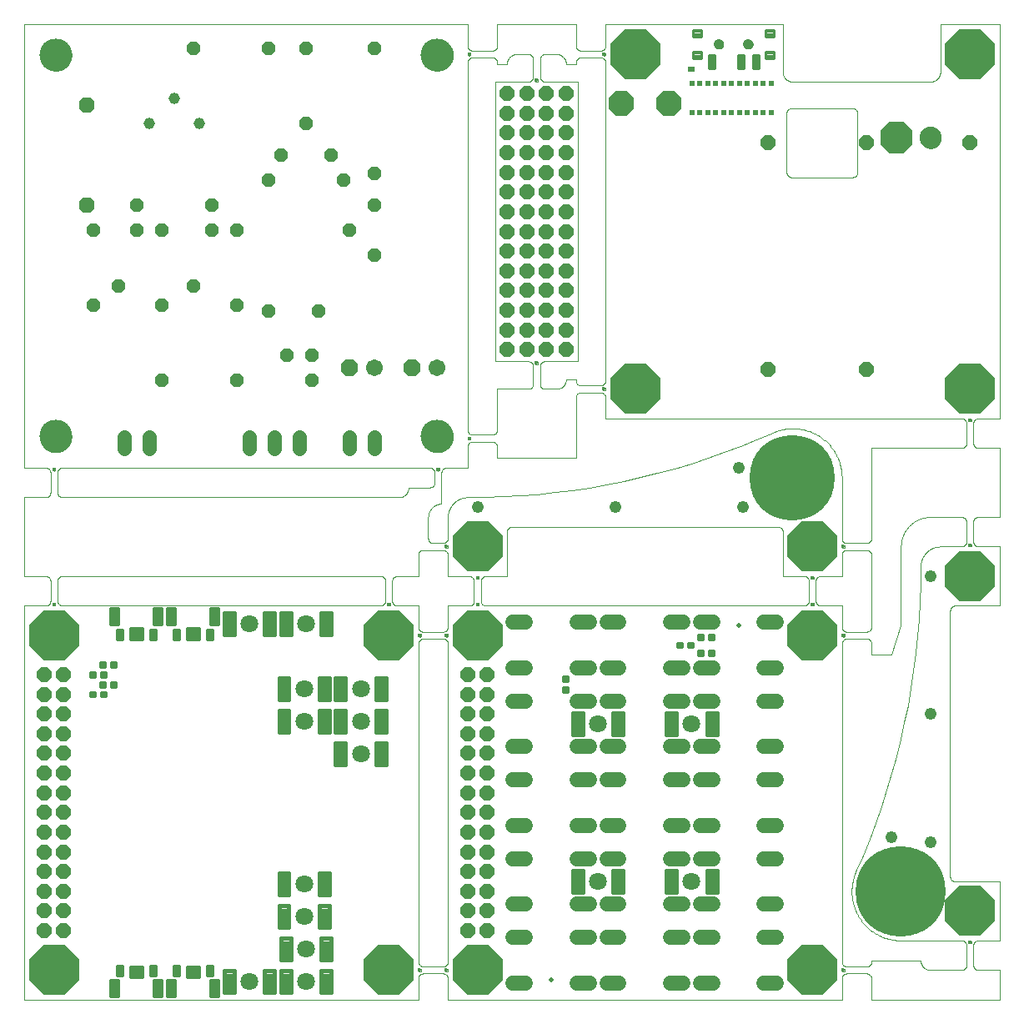
<source format=gbs>
G04 EAGLE Gerber X2 export*
G75*
%MOMM*%
%FSLAX34Y34*%
%LPD*%
%AMOC8*
5,1,8,0,0,1.08239X$1,22.5*%
G01*
%ADD10C,0.000000*%
%ADD11C,0.360000*%
%ADD12C,2.240000*%
%ADD13R,0.700000X0.600000*%
%ADD14C,3.340000*%
%ADD15P,1.558642X8X292.500000*%
%ADD16C,0.237600*%
%ADD17P,1.558642X8X112.500000*%
%ADD18C,1.540000*%
%ADD19C,0.432000*%
%ADD20C,1.800000*%
%ADD21C,0.500000*%
%ADD22C,0.267000*%
%ADD23C,0.402000*%
%ADD24C,0.342000*%
%ADD25R,0.600000X0.500000*%
%ADD26C,0.252000*%
%ADD27C,0.282000*%
%ADD28C,1.040000*%
%ADD29C,1.454400*%
%ADD30P,1.464257X8X292.500000*%
%ADD31P,1.464257X8X112.500000*%
%ADD32P,1.464257X8X202.500000*%
%ADD33P,1.464257X8X22.500000*%
%ADD34C,1.149600*%
%ADD35P,1.856082X8X202.500000*%
%ADD36C,1.714800*%
%ADD37P,1.691126X8X292.500000*%
%ADD38P,5.563485X8X22.500000*%
%ADD39C,9.140000*%
%ADD40C,8.640000*%
%ADD41C,1.240000*%
%ADD42P,2.749271X8X22.500000*%
%ADD43P,1.558642X8X22.500000*%
%ADD44P,3.524262X8X22.500000*%


D10*
X478000Y648000D02*
X511500Y648000D01*
X528500Y648000D02*
X562000Y648000D01*
X562000Y932000D01*
X528500Y932000D01*
X511500Y932000D02*
X478000Y932000D01*
X478000Y648000D01*
X590000Y590000D02*
X951500Y590000D01*
X968500Y590000D02*
X990000Y590000D01*
X990000Y990000D01*
X930000Y990000D01*
X590000Y951500D02*
X590000Y628500D01*
X590000Y611500D02*
X590000Y590000D01*
X590000Y968500D02*
X590000Y990000D01*
X990000Y120000D02*
X990000Y60000D01*
X990000Y120000D02*
X945000Y120000D01*
X944860Y120002D01*
X944720Y120008D01*
X944580Y120018D01*
X944440Y120031D01*
X944301Y120049D01*
X944162Y120071D01*
X944025Y120096D01*
X943887Y120125D01*
X943751Y120158D01*
X943616Y120195D01*
X943482Y120236D01*
X943349Y120281D01*
X943217Y120329D01*
X943087Y120381D01*
X942958Y120436D01*
X942831Y120495D01*
X942705Y120558D01*
X942581Y120624D01*
X942460Y120693D01*
X942340Y120766D01*
X942222Y120843D01*
X942107Y120922D01*
X941993Y121005D01*
X941883Y121091D01*
X941774Y121180D01*
X941668Y121272D01*
X941565Y121367D01*
X941464Y121464D01*
X941367Y121565D01*
X941272Y121668D01*
X941180Y121774D01*
X941091Y121883D01*
X941005Y121993D01*
X940922Y122107D01*
X940843Y122222D01*
X940766Y122340D01*
X940693Y122460D01*
X940624Y122581D01*
X940558Y122705D01*
X940495Y122831D01*
X940436Y122958D01*
X940381Y123087D01*
X940329Y123217D01*
X940281Y123349D01*
X940236Y123482D01*
X940195Y123616D01*
X940158Y123751D01*
X940125Y123887D01*
X940096Y124025D01*
X940071Y124162D01*
X940049Y124301D01*
X940031Y124440D01*
X940018Y124580D01*
X940008Y124720D01*
X940002Y124860D01*
X940000Y125000D01*
X940000Y395000D01*
X940002Y395140D01*
X940008Y395280D01*
X940018Y395420D01*
X940031Y395560D01*
X940049Y395699D01*
X940071Y395838D01*
X940096Y395975D01*
X940125Y396113D01*
X940158Y396249D01*
X940195Y396384D01*
X940236Y396518D01*
X940281Y396651D01*
X940329Y396783D01*
X940381Y396913D01*
X940436Y397042D01*
X940495Y397169D01*
X940558Y397295D01*
X940624Y397419D01*
X940693Y397540D01*
X940766Y397660D01*
X940843Y397778D01*
X940922Y397893D01*
X941005Y398007D01*
X941091Y398117D01*
X941180Y398226D01*
X941272Y398332D01*
X941367Y398435D01*
X941464Y398536D01*
X941565Y398633D01*
X941668Y398728D01*
X941774Y398820D01*
X941883Y398909D01*
X941993Y398995D01*
X942107Y399078D01*
X942222Y399157D01*
X942340Y399234D01*
X942460Y399307D01*
X942581Y399376D01*
X942705Y399442D01*
X942831Y399505D01*
X942958Y399564D01*
X943087Y399619D01*
X943217Y399671D01*
X943349Y399719D01*
X943482Y399764D01*
X943616Y399805D01*
X943751Y399842D01*
X943887Y399875D01*
X944025Y399904D01*
X944162Y399929D01*
X944301Y399951D01*
X944440Y399969D01*
X944580Y399982D01*
X944720Y399992D01*
X944860Y399998D01*
X945000Y400000D01*
X990000Y400000D01*
X990000Y460000D01*
X830000Y0D02*
X430000Y0D01*
X830000Y0D02*
X830000Y21500D01*
X830000Y38500D02*
X830000Y361500D01*
X830000Y378500D02*
X830000Y400000D01*
X808500Y400000D01*
X791500Y400000D02*
X468500Y400000D01*
X451500Y400000D02*
X430000Y400000D01*
X430000Y378500D01*
X430000Y361500D02*
X430000Y38500D01*
X430000Y21500D02*
X430000Y0D01*
X400000Y0D02*
X0Y0D01*
X400000Y0D02*
X400000Y21500D01*
X400000Y38500D02*
X400000Y361500D01*
X400000Y378500D02*
X400000Y400000D01*
X378500Y400000D01*
X361500Y400000D02*
X38500Y400000D01*
X21500Y400000D02*
X0Y400000D01*
X0Y0D01*
X0Y540000D02*
X21500Y540000D01*
X38500Y540000D02*
X411500Y540000D01*
X428500Y540000D02*
X450000Y540000D01*
X450000Y561500D01*
X450000Y578500D02*
X450000Y951500D01*
X450000Y968500D02*
X450000Y990000D01*
X0Y990000D01*
X0Y540000D01*
X890000Y60000D02*
X951500Y60000D01*
X968500Y60000D02*
X990000Y60000D01*
X990000Y460000D02*
X968500Y460000D01*
X951500Y460000D02*
X930000Y460000D01*
X910000Y440000D02*
X909794Y422284D01*
X909177Y404578D01*
X908149Y386891D01*
X906711Y369233D01*
X904862Y351613D01*
X902605Y334041D01*
X899941Y316525D01*
X896871Y299077D01*
X893396Y281704D01*
X889518Y264417D01*
X885241Y247224D01*
X880565Y230135D01*
X875493Y213160D01*
X870029Y196307D01*
X864175Y179585D01*
X857934Y163004D01*
X851310Y146572D01*
X844306Y130299D01*
X843827Y129185D01*
X843375Y128059D01*
X842951Y126923D01*
X842554Y125777D01*
X842186Y124622D01*
X841845Y123458D01*
X841533Y122286D01*
X841249Y121107D01*
X840994Y119922D01*
X840768Y118730D01*
X840571Y117534D01*
X840403Y116333D01*
X840264Y115128D01*
X840154Y113920D01*
X840074Y112710D01*
X840022Y111499D01*
X840001Y110286D01*
X840009Y109074D01*
X840046Y107862D01*
X840112Y106651D01*
X840208Y105442D01*
X840333Y104236D01*
X840488Y103033D01*
X840671Y101834D01*
X840884Y100640D01*
X841125Y99452D01*
X841396Y98270D01*
X841694Y97094D01*
X842021Y95927D01*
X842377Y94767D01*
X842760Y93617D01*
X843172Y92476D01*
X843610Y91345D01*
X844076Y90226D01*
X844569Y89118D01*
X845089Y88022D01*
X845635Y86940D01*
X846208Y85870D01*
X846806Y84815D01*
X847429Y83775D01*
X848078Y82751D01*
X848751Y81742D01*
X849448Y80750D01*
X850170Y79775D01*
X850914Y78818D01*
X851682Y77879D01*
X852472Y76959D01*
X853285Y76059D01*
X854119Y75179D01*
X854974Y74319D01*
X855849Y73480D01*
X856745Y72662D01*
X857660Y71867D01*
X858595Y71094D01*
X859547Y70343D01*
X860518Y69617D01*
X861506Y68913D01*
X862511Y68235D01*
X863532Y67580D01*
X864569Y66951D01*
X865620Y66347D01*
X866686Y65768D01*
X867765Y65216D01*
X868858Y64690D01*
X869963Y64190D01*
X871080Y63718D01*
X872208Y63273D01*
X873346Y62855D01*
X874495Y62465D01*
X875652Y62103D01*
X876818Y61769D01*
X877991Y61463D01*
X879172Y61187D01*
X880359Y60938D01*
X881552Y60719D01*
X882749Y60529D01*
X883951Y60367D01*
X885157Y60235D01*
X886365Y60132D01*
X887576Y60059D01*
X888787Y60015D01*
X890000Y60000D01*
X910000Y440000D02*
X910006Y440483D01*
X910023Y440966D01*
X910053Y441449D01*
X910093Y441930D01*
X910146Y442411D01*
X910210Y442890D01*
X910285Y443367D01*
X910373Y443843D01*
X910471Y444316D01*
X910581Y444786D01*
X910702Y445254D01*
X910835Y445719D01*
X910979Y446180D01*
X911134Y446638D01*
X911300Y447092D01*
X911477Y447542D01*
X911664Y447987D01*
X911863Y448428D01*
X912071Y448864D01*
X912291Y449294D01*
X912521Y449720D01*
X912761Y450139D01*
X913011Y450553D01*
X913271Y450960D01*
X913540Y451361D01*
X913820Y451756D01*
X914108Y452143D01*
X914407Y452524D01*
X914714Y452897D01*
X915030Y453262D01*
X915355Y453620D01*
X915688Y453970D01*
X916030Y454312D01*
X916380Y454645D01*
X916738Y454970D01*
X917103Y455286D01*
X917476Y455593D01*
X917857Y455892D01*
X918244Y456180D01*
X918639Y456460D01*
X919040Y456729D01*
X919447Y456989D01*
X919861Y457239D01*
X920280Y457479D01*
X920706Y457709D01*
X921136Y457929D01*
X921572Y458137D01*
X922013Y458336D01*
X922458Y458523D01*
X922908Y458700D01*
X923362Y458866D01*
X923820Y459021D01*
X924281Y459165D01*
X924746Y459298D01*
X925214Y459419D01*
X925684Y459529D01*
X926157Y459627D01*
X926633Y459715D01*
X927110Y459790D01*
X927589Y459854D01*
X928070Y459907D01*
X928551Y459947D01*
X929034Y459977D01*
X929517Y459994D01*
X930000Y460000D01*
X830000Y430000D02*
X808500Y430000D01*
X791500Y430000D02*
X770000Y430000D01*
X770000Y475000D01*
X769998Y475140D01*
X769992Y475280D01*
X769982Y475420D01*
X769969Y475560D01*
X769951Y475699D01*
X769929Y475838D01*
X769904Y475975D01*
X769875Y476113D01*
X769842Y476249D01*
X769805Y476384D01*
X769764Y476518D01*
X769719Y476651D01*
X769671Y476783D01*
X769619Y476913D01*
X769564Y477042D01*
X769505Y477169D01*
X769442Y477295D01*
X769376Y477419D01*
X769307Y477540D01*
X769234Y477660D01*
X769157Y477778D01*
X769078Y477893D01*
X768995Y478007D01*
X768909Y478117D01*
X768820Y478226D01*
X768728Y478332D01*
X768633Y478435D01*
X768536Y478536D01*
X768435Y478633D01*
X768332Y478728D01*
X768226Y478820D01*
X768117Y478909D01*
X768007Y478995D01*
X767893Y479078D01*
X767778Y479157D01*
X767660Y479234D01*
X767540Y479307D01*
X767419Y479376D01*
X767295Y479442D01*
X767169Y479505D01*
X767042Y479564D01*
X766913Y479619D01*
X766783Y479671D01*
X766651Y479719D01*
X766518Y479764D01*
X766384Y479805D01*
X766249Y479842D01*
X766113Y479875D01*
X765975Y479904D01*
X765838Y479929D01*
X765699Y479951D01*
X765560Y479969D01*
X765420Y479982D01*
X765280Y479992D01*
X765140Y479998D01*
X765000Y480000D01*
X495000Y480000D01*
X494860Y479998D01*
X494720Y479992D01*
X494580Y479982D01*
X494440Y479969D01*
X494301Y479951D01*
X494162Y479929D01*
X494025Y479904D01*
X493887Y479875D01*
X493751Y479842D01*
X493616Y479805D01*
X493482Y479764D01*
X493349Y479719D01*
X493217Y479671D01*
X493087Y479619D01*
X492958Y479564D01*
X492831Y479505D01*
X492705Y479442D01*
X492581Y479376D01*
X492460Y479307D01*
X492340Y479234D01*
X492222Y479157D01*
X492107Y479078D01*
X491993Y478995D01*
X491883Y478909D01*
X491774Y478820D01*
X491668Y478728D01*
X491565Y478633D01*
X491464Y478536D01*
X491367Y478435D01*
X491272Y478332D01*
X491180Y478226D01*
X491091Y478117D01*
X491005Y478007D01*
X490922Y477893D01*
X490843Y477778D01*
X490766Y477660D01*
X490693Y477540D01*
X490624Y477419D01*
X490558Y477295D01*
X490495Y477169D01*
X490436Y477042D01*
X490381Y476913D01*
X490329Y476783D01*
X490281Y476651D01*
X490236Y476518D01*
X490195Y476384D01*
X490158Y476249D01*
X490125Y476113D01*
X490096Y475975D01*
X490071Y475838D01*
X490049Y475699D01*
X490031Y475560D01*
X490018Y475420D01*
X490008Y475280D01*
X490002Y475140D01*
X490000Y475000D01*
X490000Y430000D01*
X468500Y430000D01*
X451500Y430000D02*
X430000Y430000D01*
X830000Y468500D02*
X830000Y530000D01*
X830000Y451500D02*
X830000Y430000D01*
X430000Y430000D02*
X430000Y451500D01*
X430000Y468500D02*
X430000Y490000D01*
X430006Y490483D01*
X430023Y490966D01*
X430053Y491449D01*
X430093Y491930D01*
X430146Y492411D01*
X430210Y492890D01*
X430285Y493367D01*
X430373Y493843D01*
X430471Y494316D01*
X430581Y494786D01*
X430702Y495254D01*
X430835Y495719D01*
X430979Y496180D01*
X431134Y496638D01*
X431300Y497092D01*
X431477Y497542D01*
X431664Y497987D01*
X431863Y498428D01*
X432071Y498864D01*
X432291Y499294D01*
X432521Y499720D01*
X432761Y500139D01*
X433011Y500553D01*
X433271Y500960D01*
X433540Y501361D01*
X433820Y501756D01*
X434108Y502143D01*
X434407Y502524D01*
X434714Y502897D01*
X435030Y503262D01*
X435355Y503620D01*
X435688Y503970D01*
X436030Y504312D01*
X436380Y504645D01*
X436738Y504970D01*
X437103Y505286D01*
X437476Y505593D01*
X437857Y505892D01*
X438244Y506180D01*
X438639Y506460D01*
X439040Y506729D01*
X439447Y506989D01*
X439861Y507239D01*
X440280Y507479D01*
X440706Y507709D01*
X441136Y507929D01*
X441572Y508137D01*
X442013Y508336D01*
X442458Y508523D01*
X442908Y508700D01*
X443362Y508866D01*
X443820Y509021D01*
X444281Y509165D01*
X444746Y509298D01*
X445214Y509419D01*
X445684Y509529D01*
X446157Y509627D01*
X446633Y509715D01*
X447110Y509790D01*
X447589Y509854D01*
X448070Y509907D01*
X448551Y509947D01*
X449034Y509977D01*
X449517Y509994D01*
X450000Y510000D01*
X425000Y456500D02*
X425140Y456498D01*
X425280Y456492D01*
X425420Y456482D01*
X425560Y456469D01*
X425699Y456451D01*
X425838Y456429D01*
X425975Y456404D01*
X426113Y456375D01*
X426249Y456342D01*
X426384Y456305D01*
X426518Y456264D01*
X426651Y456219D01*
X426783Y456171D01*
X426913Y456119D01*
X427042Y456064D01*
X427169Y456005D01*
X427295Y455942D01*
X427419Y455876D01*
X427540Y455807D01*
X427660Y455734D01*
X427778Y455657D01*
X427893Y455578D01*
X428007Y455495D01*
X428117Y455409D01*
X428226Y455320D01*
X428332Y455228D01*
X428435Y455133D01*
X428536Y455036D01*
X428633Y454935D01*
X428728Y454832D01*
X428820Y454726D01*
X428909Y454617D01*
X428995Y454507D01*
X429078Y454393D01*
X429157Y454278D01*
X429234Y454160D01*
X429307Y454040D01*
X429376Y453919D01*
X429442Y453795D01*
X429505Y453669D01*
X429564Y453542D01*
X429619Y453413D01*
X429671Y453283D01*
X429719Y453151D01*
X429764Y453018D01*
X429805Y452884D01*
X429842Y452749D01*
X429875Y452613D01*
X429904Y452475D01*
X429929Y452338D01*
X429951Y452199D01*
X429969Y452060D01*
X429982Y451920D01*
X429992Y451780D01*
X429998Y451640D01*
X430000Y451500D01*
X427000Y460000D02*
X427002Y460077D01*
X427008Y460154D01*
X427018Y460231D01*
X427032Y460307D01*
X427049Y460382D01*
X427071Y460456D01*
X427096Y460529D01*
X427126Y460601D01*
X427158Y460671D01*
X427195Y460739D01*
X427234Y460805D01*
X427277Y460869D01*
X427324Y460931D01*
X427373Y460990D01*
X427426Y461047D01*
X427481Y461101D01*
X427539Y461152D01*
X427600Y461200D01*
X427663Y461245D01*
X427728Y461286D01*
X427795Y461324D01*
X427864Y461359D01*
X427935Y461389D01*
X428007Y461417D01*
X428081Y461440D01*
X428155Y461460D01*
X428231Y461476D01*
X428307Y461488D01*
X428384Y461496D01*
X428461Y461500D01*
X428539Y461500D01*
X428616Y461496D01*
X428693Y461488D01*
X428769Y461476D01*
X428845Y461460D01*
X428919Y461440D01*
X428993Y461417D01*
X429065Y461389D01*
X429136Y461359D01*
X429205Y461324D01*
X429272Y461286D01*
X429337Y461245D01*
X429400Y461200D01*
X429461Y461152D01*
X429519Y461101D01*
X429574Y461047D01*
X429627Y460990D01*
X429676Y460931D01*
X429723Y460869D01*
X429766Y460805D01*
X429805Y460739D01*
X429842Y460671D01*
X429874Y460601D01*
X429904Y460529D01*
X429929Y460456D01*
X429951Y460382D01*
X429968Y460307D01*
X429982Y460231D01*
X429992Y460154D01*
X429998Y460077D01*
X430000Y460000D01*
X429998Y459923D01*
X429992Y459846D01*
X429982Y459769D01*
X429968Y459693D01*
X429951Y459618D01*
X429929Y459544D01*
X429904Y459471D01*
X429874Y459399D01*
X429842Y459329D01*
X429805Y459261D01*
X429766Y459195D01*
X429723Y459131D01*
X429676Y459069D01*
X429627Y459010D01*
X429574Y458953D01*
X429519Y458899D01*
X429461Y458848D01*
X429400Y458800D01*
X429337Y458755D01*
X429272Y458714D01*
X429205Y458676D01*
X429136Y458641D01*
X429065Y458611D01*
X428993Y458583D01*
X428919Y458560D01*
X428845Y458540D01*
X428769Y458524D01*
X428693Y458512D01*
X428616Y458504D01*
X428539Y458500D01*
X428461Y458500D01*
X428384Y458504D01*
X428307Y458512D01*
X428231Y458524D01*
X428155Y458540D01*
X428081Y458560D01*
X428007Y458583D01*
X427935Y458611D01*
X427864Y458641D01*
X427795Y458676D01*
X427728Y458714D01*
X427663Y458755D01*
X427600Y458800D01*
X427539Y458848D01*
X427481Y458899D01*
X427426Y458953D01*
X427373Y459010D01*
X427324Y459069D01*
X427277Y459131D01*
X427234Y459195D01*
X427195Y459261D01*
X427158Y459329D01*
X427126Y459399D01*
X427096Y459471D01*
X427071Y459544D01*
X427049Y459618D01*
X427032Y459693D01*
X427018Y459769D01*
X427008Y459846D01*
X427002Y459923D01*
X427000Y460000D01*
D11*
X428500Y460000D03*
D10*
X425000Y463500D02*
X425140Y463502D01*
X425280Y463508D01*
X425420Y463518D01*
X425560Y463531D01*
X425699Y463549D01*
X425838Y463571D01*
X425975Y463596D01*
X426113Y463625D01*
X426249Y463658D01*
X426384Y463695D01*
X426518Y463736D01*
X426651Y463781D01*
X426783Y463829D01*
X426913Y463881D01*
X427042Y463936D01*
X427169Y463995D01*
X427295Y464058D01*
X427419Y464124D01*
X427540Y464193D01*
X427660Y464266D01*
X427778Y464343D01*
X427893Y464422D01*
X428007Y464505D01*
X428117Y464591D01*
X428226Y464680D01*
X428332Y464772D01*
X428435Y464867D01*
X428536Y464964D01*
X428633Y465065D01*
X428728Y465168D01*
X428820Y465274D01*
X428909Y465383D01*
X428995Y465493D01*
X429078Y465607D01*
X429157Y465722D01*
X429234Y465840D01*
X429307Y465960D01*
X429376Y466081D01*
X429442Y466205D01*
X429505Y466331D01*
X429564Y466458D01*
X429619Y466587D01*
X429671Y466717D01*
X429719Y466849D01*
X429764Y466982D01*
X429805Y467116D01*
X429842Y467251D01*
X429875Y467387D01*
X429904Y467525D01*
X429929Y467662D01*
X429951Y467801D01*
X429969Y467940D01*
X429982Y468080D01*
X429992Y468220D01*
X429998Y468360D01*
X430000Y468500D01*
X590000Y951500D02*
X589998Y951640D01*
X589992Y951780D01*
X589982Y951920D01*
X589969Y952060D01*
X589951Y952199D01*
X589929Y952338D01*
X589904Y952475D01*
X589875Y952613D01*
X589842Y952749D01*
X589805Y952884D01*
X589764Y953018D01*
X589719Y953151D01*
X589671Y953283D01*
X589619Y953413D01*
X589564Y953542D01*
X589505Y953669D01*
X589442Y953795D01*
X589376Y953919D01*
X589307Y954040D01*
X589234Y954160D01*
X589157Y954278D01*
X589078Y954393D01*
X588995Y954507D01*
X588909Y954617D01*
X588820Y954726D01*
X588728Y954832D01*
X588633Y954935D01*
X588536Y955036D01*
X588435Y955133D01*
X588332Y955228D01*
X588226Y955320D01*
X588117Y955409D01*
X588007Y955495D01*
X587893Y955578D01*
X587778Y955657D01*
X587660Y955734D01*
X587540Y955807D01*
X587419Y955876D01*
X587295Y955942D01*
X587169Y956005D01*
X587042Y956064D01*
X586913Y956119D01*
X586783Y956171D01*
X586651Y956219D01*
X586518Y956264D01*
X586384Y956305D01*
X586249Y956342D01*
X586113Y956375D01*
X585975Y956404D01*
X585838Y956429D01*
X585699Y956451D01*
X585560Y956469D01*
X585420Y956482D01*
X585280Y956492D01*
X585140Y956498D01*
X585000Y956500D01*
X587000Y960000D02*
X587002Y960077D01*
X587008Y960154D01*
X587018Y960231D01*
X587032Y960307D01*
X587049Y960382D01*
X587071Y960456D01*
X587096Y960529D01*
X587126Y960601D01*
X587158Y960671D01*
X587195Y960739D01*
X587234Y960805D01*
X587277Y960869D01*
X587324Y960931D01*
X587373Y960990D01*
X587426Y961047D01*
X587481Y961101D01*
X587539Y961152D01*
X587600Y961200D01*
X587663Y961245D01*
X587728Y961286D01*
X587795Y961324D01*
X587864Y961359D01*
X587935Y961389D01*
X588007Y961417D01*
X588081Y961440D01*
X588155Y961460D01*
X588231Y961476D01*
X588307Y961488D01*
X588384Y961496D01*
X588461Y961500D01*
X588539Y961500D01*
X588616Y961496D01*
X588693Y961488D01*
X588769Y961476D01*
X588845Y961460D01*
X588919Y961440D01*
X588993Y961417D01*
X589065Y961389D01*
X589136Y961359D01*
X589205Y961324D01*
X589272Y961286D01*
X589337Y961245D01*
X589400Y961200D01*
X589461Y961152D01*
X589519Y961101D01*
X589574Y961047D01*
X589627Y960990D01*
X589676Y960931D01*
X589723Y960869D01*
X589766Y960805D01*
X589805Y960739D01*
X589842Y960671D01*
X589874Y960601D01*
X589904Y960529D01*
X589929Y960456D01*
X589951Y960382D01*
X589968Y960307D01*
X589982Y960231D01*
X589992Y960154D01*
X589998Y960077D01*
X590000Y960000D01*
X589998Y959923D01*
X589992Y959846D01*
X589982Y959769D01*
X589968Y959693D01*
X589951Y959618D01*
X589929Y959544D01*
X589904Y959471D01*
X589874Y959399D01*
X589842Y959329D01*
X589805Y959261D01*
X589766Y959195D01*
X589723Y959131D01*
X589676Y959069D01*
X589627Y959010D01*
X589574Y958953D01*
X589519Y958899D01*
X589461Y958848D01*
X589400Y958800D01*
X589337Y958755D01*
X589272Y958714D01*
X589205Y958676D01*
X589136Y958641D01*
X589065Y958611D01*
X588993Y958583D01*
X588919Y958560D01*
X588845Y958540D01*
X588769Y958524D01*
X588693Y958512D01*
X588616Y958504D01*
X588539Y958500D01*
X588461Y958500D01*
X588384Y958504D01*
X588307Y958512D01*
X588231Y958524D01*
X588155Y958540D01*
X588081Y958560D01*
X588007Y958583D01*
X587935Y958611D01*
X587864Y958641D01*
X587795Y958676D01*
X587728Y958714D01*
X587663Y958755D01*
X587600Y958800D01*
X587539Y958848D01*
X587481Y958899D01*
X587426Y958953D01*
X587373Y959010D01*
X587324Y959069D01*
X587277Y959131D01*
X587234Y959195D01*
X587195Y959261D01*
X587158Y959329D01*
X587126Y959399D01*
X587096Y959471D01*
X587071Y959544D01*
X587049Y959618D01*
X587032Y959693D01*
X587018Y959769D01*
X587008Y959846D01*
X587002Y959923D01*
X587000Y960000D01*
D11*
X588500Y960000D03*
D10*
X585000Y963500D02*
X585140Y963502D01*
X585280Y963508D01*
X585420Y963518D01*
X585560Y963531D01*
X585699Y963549D01*
X585838Y963571D01*
X585975Y963596D01*
X586113Y963625D01*
X586249Y963658D01*
X586384Y963695D01*
X586518Y963736D01*
X586651Y963781D01*
X586783Y963829D01*
X586913Y963881D01*
X587042Y963936D01*
X587169Y963995D01*
X587295Y964058D01*
X587419Y964124D01*
X587540Y964193D01*
X587660Y964266D01*
X587778Y964343D01*
X587893Y964422D01*
X588007Y964505D01*
X588117Y964591D01*
X588226Y964680D01*
X588332Y964772D01*
X588435Y964867D01*
X588536Y964964D01*
X588633Y965065D01*
X588728Y965168D01*
X588820Y965274D01*
X588909Y965383D01*
X588995Y965493D01*
X589078Y965607D01*
X589157Y965722D01*
X589234Y965840D01*
X589307Y965960D01*
X589376Y966081D01*
X589442Y966205D01*
X589505Y966331D01*
X589564Y966458D01*
X589619Y966587D01*
X589671Y966717D01*
X589719Y966849D01*
X589764Y966982D01*
X589805Y967116D01*
X589842Y967251D01*
X589875Y967387D01*
X589904Y967525D01*
X589929Y967662D01*
X589951Y967801D01*
X589969Y967940D01*
X589982Y968080D01*
X589992Y968220D01*
X589998Y968360D01*
X590000Y968500D01*
X585000Y616500D02*
X585140Y616498D01*
X585280Y616492D01*
X585420Y616482D01*
X585560Y616469D01*
X585699Y616451D01*
X585838Y616429D01*
X585975Y616404D01*
X586113Y616375D01*
X586249Y616342D01*
X586384Y616305D01*
X586518Y616264D01*
X586651Y616219D01*
X586783Y616171D01*
X586913Y616119D01*
X587042Y616064D01*
X587169Y616005D01*
X587295Y615942D01*
X587419Y615876D01*
X587540Y615807D01*
X587660Y615734D01*
X587778Y615657D01*
X587893Y615578D01*
X588007Y615495D01*
X588117Y615409D01*
X588226Y615320D01*
X588332Y615228D01*
X588435Y615133D01*
X588536Y615036D01*
X588633Y614935D01*
X588728Y614832D01*
X588820Y614726D01*
X588909Y614617D01*
X588995Y614507D01*
X589078Y614393D01*
X589157Y614278D01*
X589234Y614160D01*
X589307Y614040D01*
X589376Y613919D01*
X589442Y613795D01*
X589505Y613669D01*
X589564Y613542D01*
X589619Y613413D01*
X589671Y613283D01*
X589719Y613151D01*
X589764Y613018D01*
X589805Y612884D01*
X589842Y612749D01*
X589875Y612613D01*
X589904Y612475D01*
X589929Y612338D01*
X589951Y612199D01*
X589969Y612060D01*
X589982Y611920D01*
X589992Y611780D01*
X589998Y611640D01*
X590000Y611500D01*
X587000Y620000D02*
X587002Y620077D01*
X587008Y620154D01*
X587018Y620231D01*
X587032Y620307D01*
X587049Y620382D01*
X587071Y620456D01*
X587096Y620529D01*
X587126Y620601D01*
X587158Y620671D01*
X587195Y620739D01*
X587234Y620805D01*
X587277Y620869D01*
X587324Y620931D01*
X587373Y620990D01*
X587426Y621047D01*
X587481Y621101D01*
X587539Y621152D01*
X587600Y621200D01*
X587663Y621245D01*
X587728Y621286D01*
X587795Y621324D01*
X587864Y621359D01*
X587935Y621389D01*
X588007Y621417D01*
X588081Y621440D01*
X588155Y621460D01*
X588231Y621476D01*
X588307Y621488D01*
X588384Y621496D01*
X588461Y621500D01*
X588539Y621500D01*
X588616Y621496D01*
X588693Y621488D01*
X588769Y621476D01*
X588845Y621460D01*
X588919Y621440D01*
X588993Y621417D01*
X589065Y621389D01*
X589136Y621359D01*
X589205Y621324D01*
X589272Y621286D01*
X589337Y621245D01*
X589400Y621200D01*
X589461Y621152D01*
X589519Y621101D01*
X589574Y621047D01*
X589627Y620990D01*
X589676Y620931D01*
X589723Y620869D01*
X589766Y620805D01*
X589805Y620739D01*
X589842Y620671D01*
X589874Y620601D01*
X589904Y620529D01*
X589929Y620456D01*
X589951Y620382D01*
X589968Y620307D01*
X589982Y620231D01*
X589992Y620154D01*
X589998Y620077D01*
X590000Y620000D01*
X589998Y619923D01*
X589992Y619846D01*
X589982Y619769D01*
X589968Y619693D01*
X589951Y619618D01*
X589929Y619544D01*
X589904Y619471D01*
X589874Y619399D01*
X589842Y619329D01*
X589805Y619261D01*
X589766Y619195D01*
X589723Y619131D01*
X589676Y619069D01*
X589627Y619010D01*
X589574Y618953D01*
X589519Y618899D01*
X589461Y618848D01*
X589400Y618800D01*
X589337Y618755D01*
X589272Y618714D01*
X589205Y618676D01*
X589136Y618641D01*
X589065Y618611D01*
X588993Y618583D01*
X588919Y618560D01*
X588845Y618540D01*
X588769Y618524D01*
X588693Y618512D01*
X588616Y618504D01*
X588539Y618500D01*
X588461Y618500D01*
X588384Y618504D01*
X588307Y618512D01*
X588231Y618524D01*
X588155Y618540D01*
X588081Y618560D01*
X588007Y618583D01*
X587935Y618611D01*
X587864Y618641D01*
X587795Y618676D01*
X587728Y618714D01*
X587663Y618755D01*
X587600Y618800D01*
X587539Y618848D01*
X587481Y618899D01*
X587426Y618953D01*
X587373Y619010D01*
X587324Y619069D01*
X587277Y619131D01*
X587234Y619195D01*
X587195Y619261D01*
X587158Y619329D01*
X587126Y619399D01*
X587096Y619471D01*
X587071Y619544D01*
X587049Y619618D01*
X587032Y619693D01*
X587018Y619769D01*
X587008Y619846D01*
X587002Y619923D01*
X587000Y620000D01*
D11*
X588500Y620000D03*
D10*
X585000Y623500D02*
X585140Y623502D01*
X585280Y623508D01*
X585420Y623518D01*
X585560Y623531D01*
X585699Y623549D01*
X585838Y623571D01*
X585975Y623596D01*
X586113Y623625D01*
X586249Y623658D01*
X586384Y623695D01*
X586518Y623736D01*
X586651Y623781D01*
X586783Y623829D01*
X586913Y623881D01*
X587042Y623936D01*
X587169Y623995D01*
X587295Y624058D01*
X587419Y624124D01*
X587540Y624193D01*
X587660Y624266D01*
X587778Y624343D01*
X587893Y624422D01*
X588007Y624505D01*
X588117Y624591D01*
X588226Y624680D01*
X588332Y624772D01*
X588435Y624867D01*
X588536Y624964D01*
X588633Y625065D01*
X588728Y625168D01*
X588820Y625274D01*
X588909Y625383D01*
X588995Y625493D01*
X589078Y625607D01*
X589157Y625722D01*
X589234Y625840D01*
X589307Y625960D01*
X589376Y626081D01*
X589442Y626205D01*
X589505Y626331D01*
X589564Y626458D01*
X589619Y626587D01*
X589671Y626717D01*
X589719Y626849D01*
X589764Y626982D01*
X589805Y627116D01*
X589842Y627251D01*
X589875Y627387D01*
X589904Y627525D01*
X589929Y627662D01*
X589951Y627801D01*
X589969Y627940D01*
X589982Y628080D01*
X589992Y628220D01*
X589998Y628360D01*
X590000Y628500D01*
X963500Y585000D02*
X963502Y585140D01*
X963508Y585280D01*
X963518Y585420D01*
X963531Y585560D01*
X963549Y585699D01*
X963571Y585838D01*
X963596Y585975D01*
X963625Y586113D01*
X963658Y586249D01*
X963695Y586384D01*
X963736Y586518D01*
X963781Y586651D01*
X963829Y586783D01*
X963881Y586913D01*
X963936Y587042D01*
X963995Y587169D01*
X964058Y587295D01*
X964124Y587419D01*
X964193Y587540D01*
X964266Y587660D01*
X964343Y587778D01*
X964422Y587893D01*
X964505Y588007D01*
X964591Y588117D01*
X964680Y588226D01*
X964772Y588332D01*
X964867Y588435D01*
X964964Y588536D01*
X965065Y588633D01*
X965168Y588728D01*
X965274Y588820D01*
X965383Y588909D01*
X965493Y588995D01*
X965607Y589078D01*
X965722Y589157D01*
X965840Y589234D01*
X965960Y589307D01*
X966081Y589376D01*
X966205Y589442D01*
X966331Y589505D01*
X966458Y589564D01*
X966587Y589619D01*
X966717Y589671D01*
X966849Y589719D01*
X966982Y589764D01*
X967116Y589805D01*
X967251Y589842D01*
X967387Y589875D01*
X967525Y589904D01*
X967662Y589929D01*
X967801Y589951D01*
X967940Y589969D01*
X968080Y589982D01*
X968220Y589992D01*
X968360Y589998D01*
X968500Y590000D01*
X958500Y588500D02*
X958502Y588577D01*
X958508Y588654D01*
X958518Y588731D01*
X958532Y588807D01*
X958549Y588882D01*
X958571Y588956D01*
X958596Y589029D01*
X958626Y589101D01*
X958658Y589171D01*
X958695Y589239D01*
X958734Y589305D01*
X958777Y589369D01*
X958824Y589431D01*
X958873Y589490D01*
X958926Y589547D01*
X958981Y589601D01*
X959039Y589652D01*
X959100Y589700D01*
X959163Y589745D01*
X959228Y589786D01*
X959295Y589824D01*
X959364Y589859D01*
X959435Y589889D01*
X959507Y589917D01*
X959581Y589940D01*
X959655Y589960D01*
X959731Y589976D01*
X959807Y589988D01*
X959884Y589996D01*
X959961Y590000D01*
X960039Y590000D01*
X960116Y589996D01*
X960193Y589988D01*
X960269Y589976D01*
X960345Y589960D01*
X960419Y589940D01*
X960493Y589917D01*
X960565Y589889D01*
X960636Y589859D01*
X960705Y589824D01*
X960772Y589786D01*
X960837Y589745D01*
X960900Y589700D01*
X960961Y589652D01*
X961019Y589601D01*
X961074Y589547D01*
X961127Y589490D01*
X961176Y589431D01*
X961223Y589369D01*
X961266Y589305D01*
X961305Y589239D01*
X961342Y589171D01*
X961374Y589101D01*
X961404Y589029D01*
X961429Y588956D01*
X961451Y588882D01*
X961468Y588807D01*
X961482Y588731D01*
X961492Y588654D01*
X961498Y588577D01*
X961500Y588500D01*
X961498Y588423D01*
X961492Y588346D01*
X961482Y588269D01*
X961468Y588193D01*
X961451Y588118D01*
X961429Y588044D01*
X961404Y587971D01*
X961374Y587899D01*
X961342Y587829D01*
X961305Y587761D01*
X961266Y587695D01*
X961223Y587631D01*
X961176Y587569D01*
X961127Y587510D01*
X961074Y587453D01*
X961019Y587399D01*
X960961Y587348D01*
X960900Y587300D01*
X960837Y587255D01*
X960772Y587214D01*
X960705Y587176D01*
X960636Y587141D01*
X960565Y587111D01*
X960493Y587083D01*
X960419Y587060D01*
X960345Y587040D01*
X960269Y587024D01*
X960193Y587012D01*
X960116Y587004D01*
X960039Y587000D01*
X959961Y587000D01*
X959884Y587004D01*
X959807Y587012D01*
X959731Y587024D01*
X959655Y587040D01*
X959581Y587060D01*
X959507Y587083D01*
X959435Y587111D01*
X959364Y587141D01*
X959295Y587176D01*
X959228Y587214D01*
X959163Y587255D01*
X959100Y587300D01*
X959039Y587348D01*
X958981Y587399D01*
X958926Y587453D01*
X958873Y587510D01*
X958824Y587569D01*
X958777Y587631D01*
X958734Y587695D01*
X958695Y587761D01*
X958658Y587829D01*
X958626Y587899D01*
X958596Y587971D01*
X958571Y588044D01*
X958549Y588118D01*
X958532Y588193D01*
X958518Y588269D01*
X958508Y588346D01*
X958502Y588423D01*
X958500Y588500D01*
D11*
X960000Y588500D03*
D10*
X956500Y585000D02*
X956498Y585140D01*
X956492Y585280D01*
X956482Y585420D01*
X956469Y585560D01*
X956451Y585699D01*
X956429Y585838D01*
X956404Y585975D01*
X956375Y586113D01*
X956342Y586249D01*
X956305Y586384D01*
X956264Y586518D01*
X956219Y586651D01*
X956171Y586783D01*
X956119Y586913D01*
X956064Y587042D01*
X956005Y587169D01*
X955942Y587295D01*
X955876Y587419D01*
X955807Y587540D01*
X955734Y587660D01*
X955657Y587778D01*
X955578Y587893D01*
X955495Y588007D01*
X955409Y588117D01*
X955320Y588226D01*
X955228Y588332D01*
X955133Y588435D01*
X955036Y588536D01*
X954935Y588633D01*
X954832Y588728D01*
X954726Y588820D01*
X954617Y588909D01*
X954507Y588995D01*
X954393Y589078D01*
X954278Y589157D01*
X954160Y589234D01*
X954040Y589307D01*
X953919Y589376D01*
X953795Y589442D01*
X953669Y589505D01*
X953542Y589564D01*
X953413Y589619D01*
X953283Y589671D01*
X953151Y589719D01*
X953018Y589764D01*
X952884Y589805D01*
X952749Y589842D01*
X952613Y589875D01*
X952475Y589904D01*
X952338Y589929D01*
X952199Y589951D01*
X952060Y589969D01*
X951920Y589982D01*
X951780Y589992D01*
X951640Y589998D01*
X951500Y590000D01*
X956500Y585000D02*
X956500Y565000D01*
X963500Y565000D02*
X963500Y585000D01*
X835000Y463500D02*
X834860Y463502D01*
X834720Y463508D01*
X834580Y463518D01*
X834440Y463531D01*
X834301Y463549D01*
X834162Y463571D01*
X834025Y463596D01*
X833887Y463625D01*
X833751Y463658D01*
X833616Y463695D01*
X833482Y463736D01*
X833349Y463781D01*
X833217Y463829D01*
X833087Y463881D01*
X832958Y463936D01*
X832831Y463995D01*
X832705Y464058D01*
X832581Y464124D01*
X832460Y464193D01*
X832340Y464266D01*
X832222Y464343D01*
X832107Y464422D01*
X831993Y464505D01*
X831883Y464591D01*
X831774Y464680D01*
X831668Y464772D01*
X831565Y464867D01*
X831464Y464964D01*
X831367Y465065D01*
X831272Y465168D01*
X831180Y465274D01*
X831091Y465383D01*
X831005Y465493D01*
X830922Y465607D01*
X830843Y465722D01*
X830766Y465840D01*
X830693Y465960D01*
X830624Y466081D01*
X830558Y466205D01*
X830495Y466331D01*
X830436Y466458D01*
X830381Y466587D01*
X830329Y466717D01*
X830281Y466849D01*
X830236Y466982D01*
X830195Y467116D01*
X830158Y467251D01*
X830125Y467387D01*
X830096Y467525D01*
X830071Y467662D01*
X830049Y467801D01*
X830031Y467940D01*
X830018Y468080D01*
X830008Y468220D01*
X830002Y468360D01*
X830000Y468500D01*
X830000Y460000D02*
X830002Y460077D01*
X830008Y460154D01*
X830018Y460231D01*
X830032Y460307D01*
X830049Y460382D01*
X830071Y460456D01*
X830096Y460529D01*
X830126Y460601D01*
X830158Y460671D01*
X830195Y460739D01*
X830234Y460805D01*
X830277Y460869D01*
X830324Y460931D01*
X830373Y460990D01*
X830426Y461047D01*
X830481Y461101D01*
X830539Y461152D01*
X830600Y461200D01*
X830663Y461245D01*
X830728Y461286D01*
X830795Y461324D01*
X830864Y461359D01*
X830935Y461389D01*
X831007Y461417D01*
X831081Y461440D01*
X831155Y461460D01*
X831231Y461476D01*
X831307Y461488D01*
X831384Y461496D01*
X831461Y461500D01*
X831539Y461500D01*
X831616Y461496D01*
X831693Y461488D01*
X831769Y461476D01*
X831845Y461460D01*
X831919Y461440D01*
X831993Y461417D01*
X832065Y461389D01*
X832136Y461359D01*
X832205Y461324D01*
X832272Y461286D01*
X832337Y461245D01*
X832400Y461200D01*
X832461Y461152D01*
X832519Y461101D01*
X832574Y461047D01*
X832627Y460990D01*
X832676Y460931D01*
X832723Y460869D01*
X832766Y460805D01*
X832805Y460739D01*
X832842Y460671D01*
X832874Y460601D01*
X832904Y460529D01*
X832929Y460456D01*
X832951Y460382D01*
X832968Y460307D01*
X832982Y460231D01*
X832992Y460154D01*
X832998Y460077D01*
X833000Y460000D01*
X832998Y459923D01*
X832992Y459846D01*
X832982Y459769D01*
X832968Y459693D01*
X832951Y459618D01*
X832929Y459544D01*
X832904Y459471D01*
X832874Y459399D01*
X832842Y459329D01*
X832805Y459261D01*
X832766Y459195D01*
X832723Y459131D01*
X832676Y459069D01*
X832627Y459010D01*
X832574Y458953D01*
X832519Y458899D01*
X832461Y458848D01*
X832400Y458800D01*
X832337Y458755D01*
X832272Y458714D01*
X832205Y458676D01*
X832136Y458641D01*
X832065Y458611D01*
X831993Y458583D01*
X831919Y458560D01*
X831845Y458540D01*
X831769Y458524D01*
X831693Y458512D01*
X831616Y458504D01*
X831539Y458500D01*
X831461Y458500D01*
X831384Y458504D01*
X831307Y458512D01*
X831231Y458524D01*
X831155Y458540D01*
X831081Y458560D01*
X831007Y458583D01*
X830935Y458611D01*
X830864Y458641D01*
X830795Y458676D01*
X830728Y458714D01*
X830663Y458755D01*
X830600Y458800D01*
X830539Y458848D01*
X830481Y458899D01*
X830426Y458953D01*
X830373Y459010D01*
X830324Y459069D01*
X830277Y459131D01*
X830234Y459195D01*
X830195Y459261D01*
X830158Y459329D01*
X830126Y459399D01*
X830096Y459471D01*
X830071Y459544D01*
X830049Y459618D01*
X830032Y459693D01*
X830018Y459769D01*
X830008Y459846D01*
X830002Y459923D01*
X830000Y460000D01*
D11*
X831500Y460000D03*
D10*
X835000Y456500D02*
X834860Y456498D01*
X834720Y456492D01*
X834580Y456482D01*
X834440Y456469D01*
X834301Y456451D01*
X834162Y456429D01*
X834025Y456404D01*
X833887Y456375D01*
X833751Y456342D01*
X833616Y456305D01*
X833482Y456264D01*
X833349Y456219D01*
X833217Y456171D01*
X833087Y456119D01*
X832958Y456064D01*
X832831Y456005D01*
X832705Y455942D01*
X832581Y455876D01*
X832460Y455807D01*
X832340Y455734D01*
X832222Y455657D01*
X832107Y455578D01*
X831993Y455495D01*
X831883Y455409D01*
X831774Y455320D01*
X831668Y455228D01*
X831565Y455133D01*
X831464Y455036D01*
X831367Y454935D01*
X831272Y454832D01*
X831180Y454726D01*
X831091Y454617D01*
X831005Y454507D01*
X830922Y454393D01*
X830843Y454278D01*
X830766Y454160D01*
X830693Y454040D01*
X830624Y453919D01*
X830558Y453795D01*
X830495Y453669D01*
X830436Y453542D01*
X830381Y453413D01*
X830329Y453283D01*
X830281Y453151D01*
X830236Y453018D01*
X830195Y452884D01*
X830158Y452749D01*
X830125Y452613D01*
X830096Y452475D01*
X830071Y452338D01*
X830049Y452199D01*
X830031Y452060D01*
X830018Y451920D01*
X830008Y451780D01*
X830002Y451640D01*
X830000Y451500D01*
X430000Y361500D02*
X429998Y361640D01*
X429992Y361780D01*
X429982Y361920D01*
X429969Y362060D01*
X429951Y362199D01*
X429929Y362338D01*
X429904Y362475D01*
X429875Y362613D01*
X429842Y362749D01*
X429805Y362884D01*
X429764Y363018D01*
X429719Y363151D01*
X429671Y363283D01*
X429619Y363413D01*
X429564Y363542D01*
X429505Y363669D01*
X429442Y363795D01*
X429376Y363919D01*
X429307Y364040D01*
X429234Y364160D01*
X429157Y364278D01*
X429078Y364393D01*
X428995Y364507D01*
X428909Y364617D01*
X428820Y364726D01*
X428728Y364832D01*
X428633Y364935D01*
X428536Y365036D01*
X428435Y365133D01*
X428332Y365228D01*
X428226Y365320D01*
X428117Y365409D01*
X428007Y365495D01*
X427893Y365578D01*
X427778Y365657D01*
X427660Y365734D01*
X427540Y365807D01*
X427419Y365876D01*
X427295Y365942D01*
X427169Y366005D01*
X427042Y366064D01*
X426913Y366119D01*
X426783Y366171D01*
X426651Y366219D01*
X426518Y366264D01*
X426384Y366305D01*
X426249Y366342D01*
X426113Y366375D01*
X425975Y366404D01*
X425838Y366429D01*
X425699Y366451D01*
X425560Y366469D01*
X425420Y366482D01*
X425280Y366492D01*
X425140Y366498D01*
X425000Y366500D01*
X427000Y370000D02*
X427002Y370077D01*
X427008Y370154D01*
X427018Y370231D01*
X427032Y370307D01*
X427049Y370382D01*
X427071Y370456D01*
X427096Y370529D01*
X427126Y370601D01*
X427158Y370671D01*
X427195Y370739D01*
X427234Y370805D01*
X427277Y370869D01*
X427324Y370931D01*
X427373Y370990D01*
X427426Y371047D01*
X427481Y371101D01*
X427539Y371152D01*
X427600Y371200D01*
X427663Y371245D01*
X427728Y371286D01*
X427795Y371324D01*
X427864Y371359D01*
X427935Y371389D01*
X428007Y371417D01*
X428081Y371440D01*
X428155Y371460D01*
X428231Y371476D01*
X428307Y371488D01*
X428384Y371496D01*
X428461Y371500D01*
X428539Y371500D01*
X428616Y371496D01*
X428693Y371488D01*
X428769Y371476D01*
X428845Y371460D01*
X428919Y371440D01*
X428993Y371417D01*
X429065Y371389D01*
X429136Y371359D01*
X429205Y371324D01*
X429272Y371286D01*
X429337Y371245D01*
X429400Y371200D01*
X429461Y371152D01*
X429519Y371101D01*
X429574Y371047D01*
X429627Y370990D01*
X429676Y370931D01*
X429723Y370869D01*
X429766Y370805D01*
X429805Y370739D01*
X429842Y370671D01*
X429874Y370601D01*
X429904Y370529D01*
X429929Y370456D01*
X429951Y370382D01*
X429968Y370307D01*
X429982Y370231D01*
X429992Y370154D01*
X429998Y370077D01*
X430000Y370000D01*
X429998Y369923D01*
X429992Y369846D01*
X429982Y369769D01*
X429968Y369693D01*
X429951Y369618D01*
X429929Y369544D01*
X429904Y369471D01*
X429874Y369399D01*
X429842Y369329D01*
X429805Y369261D01*
X429766Y369195D01*
X429723Y369131D01*
X429676Y369069D01*
X429627Y369010D01*
X429574Y368953D01*
X429519Y368899D01*
X429461Y368848D01*
X429400Y368800D01*
X429337Y368755D01*
X429272Y368714D01*
X429205Y368676D01*
X429136Y368641D01*
X429065Y368611D01*
X428993Y368583D01*
X428919Y368560D01*
X428845Y368540D01*
X428769Y368524D01*
X428693Y368512D01*
X428616Y368504D01*
X428539Y368500D01*
X428461Y368500D01*
X428384Y368504D01*
X428307Y368512D01*
X428231Y368524D01*
X428155Y368540D01*
X428081Y368560D01*
X428007Y368583D01*
X427935Y368611D01*
X427864Y368641D01*
X427795Y368676D01*
X427728Y368714D01*
X427663Y368755D01*
X427600Y368800D01*
X427539Y368848D01*
X427481Y368899D01*
X427426Y368953D01*
X427373Y369010D01*
X427324Y369069D01*
X427277Y369131D01*
X427234Y369195D01*
X427195Y369261D01*
X427158Y369329D01*
X427126Y369399D01*
X427096Y369471D01*
X427071Y369544D01*
X427049Y369618D01*
X427032Y369693D01*
X427018Y369769D01*
X427008Y369846D01*
X427002Y369923D01*
X427000Y370000D01*
D11*
X428500Y370000D03*
D10*
X425000Y373500D02*
X425140Y373502D01*
X425280Y373508D01*
X425420Y373518D01*
X425560Y373531D01*
X425699Y373549D01*
X425838Y373571D01*
X425975Y373596D01*
X426113Y373625D01*
X426249Y373658D01*
X426384Y373695D01*
X426518Y373736D01*
X426651Y373781D01*
X426783Y373829D01*
X426913Y373881D01*
X427042Y373936D01*
X427169Y373995D01*
X427295Y374058D01*
X427419Y374124D01*
X427540Y374193D01*
X427660Y374266D01*
X427778Y374343D01*
X427893Y374422D01*
X428007Y374505D01*
X428117Y374591D01*
X428226Y374680D01*
X428332Y374772D01*
X428435Y374867D01*
X428536Y374964D01*
X428633Y375065D01*
X428728Y375168D01*
X428820Y375274D01*
X428909Y375383D01*
X428995Y375493D01*
X429078Y375607D01*
X429157Y375722D01*
X429234Y375840D01*
X429307Y375960D01*
X429376Y376081D01*
X429442Y376205D01*
X429505Y376331D01*
X429564Y376458D01*
X429619Y376587D01*
X429671Y376717D01*
X429719Y376849D01*
X429764Y376982D01*
X429805Y377116D01*
X429842Y377251D01*
X429875Y377387D01*
X429904Y377525D01*
X429929Y377662D01*
X429951Y377801D01*
X429969Y377940D01*
X429982Y378080D01*
X429992Y378220D01*
X429998Y378360D01*
X430000Y378500D01*
X425000Y366500D02*
X405000Y366500D01*
X425000Y26500D02*
X425140Y26498D01*
X425280Y26492D01*
X425420Y26482D01*
X425560Y26469D01*
X425699Y26451D01*
X425838Y26429D01*
X425975Y26404D01*
X426113Y26375D01*
X426249Y26342D01*
X426384Y26305D01*
X426518Y26264D01*
X426651Y26219D01*
X426783Y26171D01*
X426913Y26119D01*
X427042Y26064D01*
X427169Y26005D01*
X427295Y25942D01*
X427419Y25876D01*
X427540Y25807D01*
X427660Y25734D01*
X427778Y25657D01*
X427893Y25578D01*
X428007Y25495D01*
X428117Y25409D01*
X428226Y25320D01*
X428332Y25228D01*
X428435Y25133D01*
X428536Y25036D01*
X428633Y24935D01*
X428728Y24832D01*
X428820Y24726D01*
X428909Y24617D01*
X428995Y24507D01*
X429078Y24393D01*
X429157Y24278D01*
X429234Y24160D01*
X429307Y24040D01*
X429376Y23919D01*
X429442Y23795D01*
X429505Y23669D01*
X429564Y23542D01*
X429619Y23413D01*
X429671Y23283D01*
X429719Y23151D01*
X429764Y23018D01*
X429805Y22884D01*
X429842Y22749D01*
X429875Y22613D01*
X429904Y22475D01*
X429929Y22338D01*
X429951Y22199D01*
X429969Y22060D01*
X429982Y21920D01*
X429992Y21780D01*
X429998Y21640D01*
X430000Y21500D01*
X427000Y30000D02*
X427002Y30077D01*
X427008Y30154D01*
X427018Y30231D01*
X427032Y30307D01*
X427049Y30382D01*
X427071Y30456D01*
X427096Y30529D01*
X427126Y30601D01*
X427158Y30671D01*
X427195Y30739D01*
X427234Y30805D01*
X427277Y30869D01*
X427324Y30931D01*
X427373Y30990D01*
X427426Y31047D01*
X427481Y31101D01*
X427539Y31152D01*
X427600Y31200D01*
X427663Y31245D01*
X427728Y31286D01*
X427795Y31324D01*
X427864Y31359D01*
X427935Y31389D01*
X428007Y31417D01*
X428081Y31440D01*
X428155Y31460D01*
X428231Y31476D01*
X428307Y31488D01*
X428384Y31496D01*
X428461Y31500D01*
X428539Y31500D01*
X428616Y31496D01*
X428693Y31488D01*
X428769Y31476D01*
X428845Y31460D01*
X428919Y31440D01*
X428993Y31417D01*
X429065Y31389D01*
X429136Y31359D01*
X429205Y31324D01*
X429272Y31286D01*
X429337Y31245D01*
X429400Y31200D01*
X429461Y31152D01*
X429519Y31101D01*
X429574Y31047D01*
X429627Y30990D01*
X429676Y30931D01*
X429723Y30869D01*
X429766Y30805D01*
X429805Y30739D01*
X429842Y30671D01*
X429874Y30601D01*
X429904Y30529D01*
X429929Y30456D01*
X429951Y30382D01*
X429968Y30307D01*
X429982Y30231D01*
X429992Y30154D01*
X429998Y30077D01*
X430000Y30000D01*
X429998Y29923D01*
X429992Y29846D01*
X429982Y29769D01*
X429968Y29693D01*
X429951Y29618D01*
X429929Y29544D01*
X429904Y29471D01*
X429874Y29399D01*
X429842Y29329D01*
X429805Y29261D01*
X429766Y29195D01*
X429723Y29131D01*
X429676Y29069D01*
X429627Y29010D01*
X429574Y28953D01*
X429519Y28899D01*
X429461Y28848D01*
X429400Y28800D01*
X429337Y28755D01*
X429272Y28714D01*
X429205Y28676D01*
X429136Y28641D01*
X429065Y28611D01*
X428993Y28583D01*
X428919Y28560D01*
X428845Y28540D01*
X428769Y28524D01*
X428693Y28512D01*
X428616Y28504D01*
X428539Y28500D01*
X428461Y28500D01*
X428384Y28504D01*
X428307Y28512D01*
X428231Y28524D01*
X428155Y28540D01*
X428081Y28560D01*
X428007Y28583D01*
X427935Y28611D01*
X427864Y28641D01*
X427795Y28676D01*
X427728Y28714D01*
X427663Y28755D01*
X427600Y28800D01*
X427539Y28848D01*
X427481Y28899D01*
X427426Y28953D01*
X427373Y29010D01*
X427324Y29069D01*
X427277Y29131D01*
X427234Y29195D01*
X427195Y29261D01*
X427158Y29329D01*
X427126Y29399D01*
X427096Y29471D01*
X427071Y29544D01*
X427049Y29618D01*
X427032Y29693D01*
X427018Y29769D01*
X427008Y29846D01*
X427002Y29923D01*
X427000Y30000D01*
D11*
X428500Y30000D03*
D10*
X425000Y33500D02*
X425140Y33502D01*
X425280Y33508D01*
X425420Y33518D01*
X425560Y33531D01*
X425699Y33549D01*
X425838Y33571D01*
X425975Y33596D01*
X426113Y33625D01*
X426249Y33658D01*
X426384Y33695D01*
X426518Y33736D01*
X426651Y33781D01*
X426783Y33829D01*
X426913Y33881D01*
X427042Y33936D01*
X427169Y33995D01*
X427295Y34058D01*
X427419Y34124D01*
X427540Y34193D01*
X427660Y34266D01*
X427778Y34343D01*
X427893Y34422D01*
X428007Y34505D01*
X428117Y34591D01*
X428226Y34680D01*
X428332Y34772D01*
X428435Y34867D01*
X428536Y34964D01*
X428633Y35065D01*
X428728Y35168D01*
X428820Y35274D01*
X428909Y35383D01*
X428995Y35493D01*
X429078Y35607D01*
X429157Y35722D01*
X429234Y35840D01*
X429307Y35960D01*
X429376Y36081D01*
X429442Y36205D01*
X429505Y36331D01*
X429564Y36458D01*
X429619Y36587D01*
X429671Y36717D01*
X429719Y36849D01*
X429764Y36982D01*
X429805Y37116D01*
X429842Y37251D01*
X429875Y37387D01*
X429904Y37525D01*
X429929Y37662D01*
X429951Y37801D01*
X429969Y37940D01*
X429982Y38080D01*
X429992Y38220D01*
X429998Y38360D01*
X430000Y38500D01*
X425000Y26500D02*
X405000Y26500D01*
X405000Y33500D02*
X404860Y33502D01*
X404720Y33508D01*
X404580Y33518D01*
X404440Y33531D01*
X404301Y33549D01*
X404162Y33571D01*
X404025Y33596D01*
X403887Y33625D01*
X403751Y33658D01*
X403616Y33695D01*
X403482Y33736D01*
X403349Y33781D01*
X403217Y33829D01*
X403087Y33881D01*
X402958Y33936D01*
X402831Y33995D01*
X402705Y34058D01*
X402581Y34124D01*
X402460Y34193D01*
X402340Y34266D01*
X402222Y34343D01*
X402107Y34422D01*
X401993Y34505D01*
X401883Y34591D01*
X401774Y34680D01*
X401668Y34772D01*
X401565Y34867D01*
X401464Y34964D01*
X401367Y35065D01*
X401272Y35168D01*
X401180Y35274D01*
X401091Y35383D01*
X401005Y35493D01*
X400922Y35607D01*
X400843Y35722D01*
X400766Y35840D01*
X400693Y35960D01*
X400624Y36081D01*
X400558Y36205D01*
X400495Y36331D01*
X400436Y36458D01*
X400381Y36587D01*
X400329Y36717D01*
X400281Y36849D01*
X400236Y36982D01*
X400195Y37116D01*
X400158Y37251D01*
X400125Y37387D01*
X400096Y37525D01*
X400071Y37662D01*
X400049Y37801D01*
X400031Y37940D01*
X400018Y38080D01*
X400008Y38220D01*
X400002Y38360D01*
X400000Y38500D01*
X400000Y30000D02*
X400002Y30077D01*
X400008Y30154D01*
X400018Y30231D01*
X400032Y30307D01*
X400049Y30382D01*
X400071Y30456D01*
X400096Y30529D01*
X400126Y30601D01*
X400158Y30671D01*
X400195Y30739D01*
X400234Y30805D01*
X400277Y30869D01*
X400324Y30931D01*
X400373Y30990D01*
X400426Y31047D01*
X400481Y31101D01*
X400539Y31152D01*
X400600Y31200D01*
X400663Y31245D01*
X400728Y31286D01*
X400795Y31324D01*
X400864Y31359D01*
X400935Y31389D01*
X401007Y31417D01*
X401081Y31440D01*
X401155Y31460D01*
X401231Y31476D01*
X401307Y31488D01*
X401384Y31496D01*
X401461Y31500D01*
X401539Y31500D01*
X401616Y31496D01*
X401693Y31488D01*
X401769Y31476D01*
X401845Y31460D01*
X401919Y31440D01*
X401993Y31417D01*
X402065Y31389D01*
X402136Y31359D01*
X402205Y31324D01*
X402272Y31286D01*
X402337Y31245D01*
X402400Y31200D01*
X402461Y31152D01*
X402519Y31101D01*
X402574Y31047D01*
X402627Y30990D01*
X402676Y30931D01*
X402723Y30869D01*
X402766Y30805D01*
X402805Y30739D01*
X402842Y30671D01*
X402874Y30601D01*
X402904Y30529D01*
X402929Y30456D01*
X402951Y30382D01*
X402968Y30307D01*
X402982Y30231D01*
X402992Y30154D01*
X402998Y30077D01*
X403000Y30000D01*
X402998Y29923D01*
X402992Y29846D01*
X402982Y29769D01*
X402968Y29693D01*
X402951Y29618D01*
X402929Y29544D01*
X402904Y29471D01*
X402874Y29399D01*
X402842Y29329D01*
X402805Y29261D01*
X402766Y29195D01*
X402723Y29131D01*
X402676Y29069D01*
X402627Y29010D01*
X402574Y28953D01*
X402519Y28899D01*
X402461Y28848D01*
X402400Y28800D01*
X402337Y28755D01*
X402272Y28714D01*
X402205Y28676D01*
X402136Y28641D01*
X402065Y28611D01*
X401993Y28583D01*
X401919Y28560D01*
X401845Y28540D01*
X401769Y28524D01*
X401693Y28512D01*
X401616Y28504D01*
X401539Y28500D01*
X401461Y28500D01*
X401384Y28504D01*
X401307Y28512D01*
X401231Y28524D01*
X401155Y28540D01*
X401081Y28560D01*
X401007Y28583D01*
X400935Y28611D01*
X400864Y28641D01*
X400795Y28676D01*
X400728Y28714D01*
X400663Y28755D01*
X400600Y28800D01*
X400539Y28848D01*
X400481Y28899D01*
X400426Y28953D01*
X400373Y29010D01*
X400324Y29069D01*
X400277Y29131D01*
X400234Y29195D01*
X400195Y29261D01*
X400158Y29329D01*
X400126Y29399D01*
X400096Y29471D01*
X400071Y29544D01*
X400049Y29618D01*
X400032Y29693D01*
X400018Y29769D01*
X400008Y29846D01*
X400002Y29923D01*
X400000Y30000D01*
D11*
X401500Y30000D03*
D10*
X405000Y26500D02*
X404860Y26498D01*
X404720Y26492D01*
X404580Y26482D01*
X404440Y26469D01*
X404301Y26451D01*
X404162Y26429D01*
X404025Y26404D01*
X403887Y26375D01*
X403751Y26342D01*
X403616Y26305D01*
X403482Y26264D01*
X403349Y26219D01*
X403217Y26171D01*
X403087Y26119D01*
X402958Y26064D01*
X402831Y26005D01*
X402705Y25942D01*
X402581Y25876D01*
X402460Y25807D01*
X402340Y25734D01*
X402222Y25657D01*
X402107Y25578D01*
X401993Y25495D01*
X401883Y25409D01*
X401774Y25320D01*
X401668Y25228D01*
X401565Y25133D01*
X401464Y25036D01*
X401367Y24935D01*
X401272Y24832D01*
X401180Y24726D01*
X401091Y24617D01*
X401005Y24507D01*
X400922Y24393D01*
X400843Y24278D01*
X400766Y24160D01*
X400693Y24040D01*
X400624Y23919D01*
X400558Y23795D01*
X400495Y23669D01*
X400436Y23542D01*
X400381Y23413D01*
X400329Y23283D01*
X400281Y23151D01*
X400236Y23018D01*
X400195Y22884D01*
X400158Y22749D01*
X400125Y22613D01*
X400096Y22475D01*
X400071Y22338D01*
X400049Y22199D01*
X400031Y22060D01*
X400018Y21920D01*
X400008Y21780D01*
X400002Y21640D01*
X400000Y21500D01*
X405000Y33500D02*
X425000Y33500D01*
X405000Y373500D02*
X404860Y373502D01*
X404720Y373508D01*
X404580Y373518D01*
X404440Y373531D01*
X404301Y373549D01*
X404162Y373571D01*
X404025Y373596D01*
X403887Y373625D01*
X403751Y373658D01*
X403616Y373695D01*
X403482Y373736D01*
X403349Y373781D01*
X403217Y373829D01*
X403087Y373881D01*
X402958Y373936D01*
X402831Y373995D01*
X402705Y374058D01*
X402581Y374124D01*
X402460Y374193D01*
X402340Y374266D01*
X402222Y374343D01*
X402107Y374422D01*
X401993Y374505D01*
X401883Y374591D01*
X401774Y374680D01*
X401668Y374772D01*
X401565Y374867D01*
X401464Y374964D01*
X401367Y375065D01*
X401272Y375168D01*
X401180Y375274D01*
X401091Y375383D01*
X401005Y375493D01*
X400922Y375607D01*
X400843Y375722D01*
X400766Y375840D01*
X400693Y375960D01*
X400624Y376081D01*
X400558Y376205D01*
X400495Y376331D01*
X400436Y376458D01*
X400381Y376587D01*
X400329Y376717D01*
X400281Y376849D01*
X400236Y376982D01*
X400195Y377116D01*
X400158Y377251D01*
X400125Y377387D01*
X400096Y377525D01*
X400071Y377662D01*
X400049Y377801D01*
X400031Y377940D01*
X400018Y378080D01*
X400008Y378220D01*
X400002Y378360D01*
X400000Y378500D01*
X400000Y370000D02*
X400002Y370077D01*
X400008Y370154D01*
X400018Y370231D01*
X400032Y370307D01*
X400049Y370382D01*
X400071Y370456D01*
X400096Y370529D01*
X400126Y370601D01*
X400158Y370671D01*
X400195Y370739D01*
X400234Y370805D01*
X400277Y370869D01*
X400324Y370931D01*
X400373Y370990D01*
X400426Y371047D01*
X400481Y371101D01*
X400539Y371152D01*
X400600Y371200D01*
X400663Y371245D01*
X400728Y371286D01*
X400795Y371324D01*
X400864Y371359D01*
X400935Y371389D01*
X401007Y371417D01*
X401081Y371440D01*
X401155Y371460D01*
X401231Y371476D01*
X401307Y371488D01*
X401384Y371496D01*
X401461Y371500D01*
X401539Y371500D01*
X401616Y371496D01*
X401693Y371488D01*
X401769Y371476D01*
X401845Y371460D01*
X401919Y371440D01*
X401993Y371417D01*
X402065Y371389D01*
X402136Y371359D01*
X402205Y371324D01*
X402272Y371286D01*
X402337Y371245D01*
X402400Y371200D01*
X402461Y371152D01*
X402519Y371101D01*
X402574Y371047D01*
X402627Y370990D01*
X402676Y370931D01*
X402723Y370869D01*
X402766Y370805D01*
X402805Y370739D01*
X402842Y370671D01*
X402874Y370601D01*
X402904Y370529D01*
X402929Y370456D01*
X402951Y370382D01*
X402968Y370307D01*
X402982Y370231D01*
X402992Y370154D01*
X402998Y370077D01*
X403000Y370000D01*
X402998Y369923D01*
X402992Y369846D01*
X402982Y369769D01*
X402968Y369693D01*
X402951Y369618D01*
X402929Y369544D01*
X402904Y369471D01*
X402874Y369399D01*
X402842Y369329D01*
X402805Y369261D01*
X402766Y369195D01*
X402723Y369131D01*
X402676Y369069D01*
X402627Y369010D01*
X402574Y368953D01*
X402519Y368899D01*
X402461Y368848D01*
X402400Y368800D01*
X402337Y368755D01*
X402272Y368714D01*
X402205Y368676D01*
X402136Y368641D01*
X402065Y368611D01*
X401993Y368583D01*
X401919Y368560D01*
X401845Y368540D01*
X401769Y368524D01*
X401693Y368512D01*
X401616Y368504D01*
X401539Y368500D01*
X401461Y368500D01*
X401384Y368504D01*
X401307Y368512D01*
X401231Y368524D01*
X401155Y368540D01*
X401081Y368560D01*
X401007Y368583D01*
X400935Y368611D01*
X400864Y368641D01*
X400795Y368676D01*
X400728Y368714D01*
X400663Y368755D01*
X400600Y368800D01*
X400539Y368848D01*
X400481Y368899D01*
X400426Y368953D01*
X400373Y369010D01*
X400324Y369069D01*
X400277Y369131D01*
X400234Y369195D01*
X400195Y369261D01*
X400158Y369329D01*
X400126Y369399D01*
X400096Y369471D01*
X400071Y369544D01*
X400049Y369618D01*
X400032Y369693D01*
X400018Y369769D01*
X400008Y369846D01*
X400002Y369923D01*
X400000Y370000D01*
D11*
X401500Y370000D03*
D10*
X405000Y366500D02*
X404860Y366498D01*
X404720Y366492D01*
X404580Y366482D01*
X404440Y366469D01*
X404301Y366451D01*
X404162Y366429D01*
X404025Y366404D01*
X403887Y366375D01*
X403751Y366342D01*
X403616Y366305D01*
X403482Y366264D01*
X403349Y366219D01*
X403217Y366171D01*
X403087Y366119D01*
X402958Y366064D01*
X402831Y366005D01*
X402705Y365942D01*
X402581Y365876D01*
X402460Y365807D01*
X402340Y365734D01*
X402222Y365657D01*
X402107Y365578D01*
X401993Y365495D01*
X401883Y365409D01*
X401774Y365320D01*
X401668Y365228D01*
X401565Y365133D01*
X401464Y365036D01*
X401367Y364935D01*
X401272Y364832D01*
X401180Y364726D01*
X401091Y364617D01*
X401005Y364507D01*
X400922Y364393D01*
X400843Y364278D01*
X400766Y364160D01*
X400693Y364040D01*
X400624Y363919D01*
X400558Y363795D01*
X400495Y363669D01*
X400436Y363542D01*
X400381Y363413D01*
X400329Y363283D01*
X400281Y363151D01*
X400236Y363018D01*
X400195Y362884D01*
X400158Y362749D01*
X400125Y362613D01*
X400096Y362475D01*
X400071Y362338D01*
X400049Y362199D01*
X400031Y362060D01*
X400018Y361920D01*
X400008Y361780D01*
X400002Y361640D01*
X400000Y361500D01*
X405000Y373500D02*
X425000Y373500D01*
X26500Y405000D02*
X26498Y404860D01*
X26492Y404720D01*
X26482Y404580D01*
X26469Y404440D01*
X26451Y404301D01*
X26429Y404162D01*
X26404Y404025D01*
X26375Y403887D01*
X26342Y403751D01*
X26305Y403616D01*
X26264Y403482D01*
X26219Y403349D01*
X26171Y403217D01*
X26119Y403087D01*
X26064Y402958D01*
X26005Y402831D01*
X25942Y402705D01*
X25876Y402581D01*
X25807Y402460D01*
X25734Y402340D01*
X25657Y402222D01*
X25578Y402107D01*
X25495Y401993D01*
X25409Y401883D01*
X25320Y401774D01*
X25228Y401668D01*
X25133Y401565D01*
X25036Y401464D01*
X24935Y401367D01*
X24832Y401272D01*
X24726Y401180D01*
X24617Y401091D01*
X24507Y401005D01*
X24393Y400922D01*
X24278Y400843D01*
X24160Y400766D01*
X24040Y400693D01*
X23919Y400624D01*
X23795Y400558D01*
X23669Y400495D01*
X23542Y400436D01*
X23413Y400381D01*
X23283Y400329D01*
X23151Y400281D01*
X23018Y400236D01*
X22884Y400195D01*
X22749Y400158D01*
X22613Y400125D01*
X22475Y400096D01*
X22338Y400071D01*
X22199Y400049D01*
X22060Y400031D01*
X21920Y400018D01*
X21780Y400008D01*
X21640Y400002D01*
X21500Y400000D01*
X28500Y401500D02*
X28502Y401577D01*
X28508Y401654D01*
X28518Y401731D01*
X28532Y401807D01*
X28549Y401882D01*
X28571Y401956D01*
X28596Y402029D01*
X28626Y402101D01*
X28658Y402171D01*
X28695Y402239D01*
X28734Y402305D01*
X28777Y402369D01*
X28824Y402431D01*
X28873Y402490D01*
X28926Y402547D01*
X28981Y402601D01*
X29039Y402652D01*
X29100Y402700D01*
X29163Y402745D01*
X29228Y402786D01*
X29295Y402824D01*
X29364Y402859D01*
X29435Y402889D01*
X29507Y402917D01*
X29581Y402940D01*
X29655Y402960D01*
X29731Y402976D01*
X29807Y402988D01*
X29884Y402996D01*
X29961Y403000D01*
X30039Y403000D01*
X30116Y402996D01*
X30193Y402988D01*
X30269Y402976D01*
X30345Y402960D01*
X30419Y402940D01*
X30493Y402917D01*
X30565Y402889D01*
X30636Y402859D01*
X30705Y402824D01*
X30772Y402786D01*
X30837Y402745D01*
X30900Y402700D01*
X30961Y402652D01*
X31019Y402601D01*
X31074Y402547D01*
X31127Y402490D01*
X31176Y402431D01*
X31223Y402369D01*
X31266Y402305D01*
X31305Y402239D01*
X31342Y402171D01*
X31374Y402101D01*
X31404Y402029D01*
X31429Y401956D01*
X31451Y401882D01*
X31468Y401807D01*
X31482Y401731D01*
X31492Y401654D01*
X31498Y401577D01*
X31500Y401500D01*
X31498Y401423D01*
X31492Y401346D01*
X31482Y401269D01*
X31468Y401193D01*
X31451Y401118D01*
X31429Y401044D01*
X31404Y400971D01*
X31374Y400899D01*
X31342Y400829D01*
X31305Y400761D01*
X31266Y400695D01*
X31223Y400631D01*
X31176Y400569D01*
X31127Y400510D01*
X31074Y400453D01*
X31019Y400399D01*
X30961Y400348D01*
X30900Y400300D01*
X30837Y400255D01*
X30772Y400214D01*
X30705Y400176D01*
X30636Y400141D01*
X30565Y400111D01*
X30493Y400083D01*
X30419Y400060D01*
X30345Y400040D01*
X30269Y400024D01*
X30193Y400012D01*
X30116Y400004D01*
X30039Y400000D01*
X29961Y400000D01*
X29884Y400004D01*
X29807Y400012D01*
X29731Y400024D01*
X29655Y400040D01*
X29581Y400060D01*
X29507Y400083D01*
X29435Y400111D01*
X29364Y400141D01*
X29295Y400176D01*
X29228Y400214D01*
X29163Y400255D01*
X29100Y400300D01*
X29039Y400348D01*
X28981Y400399D01*
X28926Y400453D01*
X28873Y400510D01*
X28824Y400569D01*
X28777Y400631D01*
X28734Y400695D01*
X28695Y400761D01*
X28658Y400829D01*
X28626Y400899D01*
X28596Y400971D01*
X28571Y401044D01*
X28549Y401118D01*
X28532Y401193D01*
X28518Y401269D01*
X28508Y401346D01*
X28502Y401423D01*
X28500Y401500D01*
D11*
X30000Y401500D03*
D10*
X33500Y405000D02*
X33502Y404860D01*
X33508Y404720D01*
X33518Y404580D01*
X33531Y404440D01*
X33549Y404301D01*
X33571Y404162D01*
X33596Y404025D01*
X33625Y403887D01*
X33658Y403751D01*
X33695Y403616D01*
X33736Y403482D01*
X33781Y403349D01*
X33829Y403217D01*
X33881Y403087D01*
X33936Y402958D01*
X33995Y402831D01*
X34058Y402705D01*
X34124Y402581D01*
X34193Y402460D01*
X34266Y402340D01*
X34343Y402222D01*
X34422Y402107D01*
X34505Y401993D01*
X34591Y401883D01*
X34680Y401774D01*
X34772Y401668D01*
X34867Y401565D01*
X34964Y401464D01*
X35065Y401367D01*
X35168Y401272D01*
X35274Y401180D01*
X35383Y401091D01*
X35493Y401005D01*
X35607Y400922D01*
X35722Y400843D01*
X35840Y400766D01*
X35960Y400693D01*
X36081Y400624D01*
X36205Y400558D01*
X36331Y400495D01*
X36458Y400436D01*
X36587Y400381D01*
X36717Y400329D01*
X36849Y400281D01*
X36982Y400236D01*
X37116Y400195D01*
X37251Y400158D01*
X37387Y400125D01*
X37525Y400096D01*
X37662Y400071D01*
X37801Y400049D01*
X37940Y400031D01*
X38080Y400018D01*
X38220Y400008D01*
X38360Y400002D01*
X38500Y400000D01*
X361500Y400000D02*
X361640Y400002D01*
X361780Y400008D01*
X361920Y400018D01*
X362060Y400031D01*
X362199Y400049D01*
X362338Y400071D01*
X362475Y400096D01*
X362613Y400125D01*
X362749Y400158D01*
X362884Y400195D01*
X363018Y400236D01*
X363151Y400281D01*
X363283Y400329D01*
X363413Y400381D01*
X363542Y400436D01*
X363669Y400495D01*
X363795Y400558D01*
X363919Y400624D01*
X364040Y400693D01*
X364160Y400766D01*
X364278Y400843D01*
X364393Y400922D01*
X364507Y401005D01*
X364617Y401091D01*
X364726Y401180D01*
X364832Y401272D01*
X364935Y401367D01*
X365036Y401464D01*
X365133Y401565D01*
X365228Y401668D01*
X365320Y401774D01*
X365409Y401883D01*
X365495Y401993D01*
X365578Y402107D01*
X365657Y402222D01*
X365734Y402340D01*
X365807Y402460D01*
X365876Y402581D01*
X365942Y402705D01*
X366005Y402831D01*
X366064Y402958D01*
X366119Y403087D01*
X366171Y403217D01*
X366219Y403349D01*
X366264Y403482D01*
X366305Y403616D01*
X366342Y403751D01*
X366375Y403887D01*
X366404Y404025D01*
X366429Y404162D01*
X366451Y404301D01*
X366469Y404440D01*
X366482Y404580D01*
X366492Y404720D01*
X366498Y404860D01*
X366500Y405000D01*
X368500Y401500D02*
X368502Y401577D01*
X368508Y401654D01*
X368518Y401731D01*
X368532Y401807D01*
X368549Y401882D01*
X368571Y401956D01*
X368596Y402029D01*
X368626Y402101D01*
X368658Y402171D01*
X368695Y402239D01*
X368734Y402305D01*
X368777Y402369D01*
X368824Y402431D01*
X368873Y402490D01*
X368926Y402547D01*
X368981Y402601D01*
X369039Y402652D01*
X369100Y402700D01*
X369163Y402745D01*
X369228Y402786D01*
X369295Y402824D01*
X369364Y402859D01*
X369435Y402889D01*
X369507Y402917D01*
X369581Y402940D01*
X369655Y402960D01*
X369731Y402976D01*
X369807Y402988D01*
X369884Y402996D01*
X369961Y403000D01*
X370039Y403000D01*
X370116Y402996D01*
X370193Y402988D01*
X370269Y402976D01*
X370345Y402960D01*
X370419Y402940D01*
X370493Y402917D01*
X370565Y402889D01*
X370636Y402859D01*
X370705Y402824D01*
X370772Y402786D01*
X370837Y402745D01*
X370900Y402700D01*
X370961Y402652D01*
X371019Y402601D01*
X371074Y402547D01*
X371127Y402490D01*
X371176Y402431D01*
X371223Y402369D01*
X371266Y402305D01*
X371305Y402239D01*
X371342Y402171D01*
X371374Y402101D01*
X371404Y402029D01*
X371429Y401956D01*
X371451Y401882D01*
X371468Y401807D01*
X371482Y401731D01*
X371492Y401654D01*
X371498Y401577D01*
X371500Y401500D01*
X371498Y401423D01*
X371492Y401346D01*
X371482Y401269D01*
X371468Y401193D01*
X371451Y401118D01*
X371429Y401044D01*
X371404Y400971D01*
X371374Y400899D01*
X371342Y400829D01*
X371305Y400761D01*
X371266Y400695D01*
X371223Y400631D01*
X371176Y400569D01*
X371127Y400510D01*
X371074Y400453D01*
X371019Y400399D01*
X370961Y400348D01*
X370900Y400300D01*
X370837Y400255D01*
X370772Y400214D01*
X370705Y400176D01*
X370636Y400141D01*
X370565Y400111D01*
X370493Y400083D01*
X370419Y400060D01*
X370345Y400040D01*
X370269Y400024D01*
X370193Y400012D01*
X370116Y400004D01*
X370039Y400000D01*
X369961Y400000D01*
X369884Y400004D01*
X369807Y400012D01*
X369731Y400024D01*
X369655Y400040D01*
X369581Y400060D01*
X369507Y400083D01*
X369435Y400111D01*
X369364Y400141D01*
X369295Y400176D01*
X369228Y400214D01*
X369163Y400255D01*
X369100Y400300D01*
X369039Y400348D01*
X368981Y400399D01*
X368926Y400453D01*
X368873Y400510D01*
X368824Y400569D01*
X368777Y400631D01*
X368734Y400695D01*
X368695Y400761D01*
X368658Y400829D01*
X368626Y400899D01*
X368596Y400971D01*
X368571Y401044D01*
X368549Y401118D01*
X368532Y401193D01*
X368518Y401269D01*
X368508Y401346D01*
X368502Y401423D01*
X368500Y401500D01*
D11*
X370000Y401500D03*
D10*
X373500Y405000D02*
X373502Y404860D01*
X373508Y404720D01*
X373518Y404580D01*
X373531Y404440D01*
X373549Y404301D01*
X373571Y404162D01*
X373596Y404025D01*
X373625Y403887D01*
X373658Y403751D01*
X373695Y403616D01*
X373736Y403482D01*
X373781Y403349D01*
X373829Y403217D01*
X373881Y403087D01*
X373936Y402958D01*
X373995Y402831D01*
X374058Y402705D01*
X374124Y402581D01*
X374193Y402460D01*
X374266Y402340D01*
X374343Y402222D01*
X374422Y402107D01*
X374505Y401993D01*
X374591Y401883D01*
X374680Y401774D01*
X374772Y401668D01*
X374867Y401565D01*
X374964Y401464D01*
X375065Y401367D01*
X375168Y401272D01*
X375274Y401180D01*
X375383Y401091D01*
X375493Y401005D01*
X375607Y400922D01*
X375722Y400843D01*
X375840Y400766D01*
X375960Y400693D01*
X376081Y400624D01*
X376205Y400558D01*
X376331Y400495D01*
X376458Y400436D01*
X376587Y400381D01*
X376717Y400329D01*
X376849Y400281D01*
X376982Y400236D01*
X377116Y400195D01*
X377251Y400158D01*
X377387Y400125D01*
X377525Y400096D01*
X377662Y400071D01*
X377801Y400049D01*
X377940Y400031D01*
X378080Y400018D01*
X378220Y400008D01*
X378360Y400002D01*
X378500Y400000D01*
X38500Y540000D02*
X38360Y539998D01*
X38220Y539992D01*
X38080Y539982D01*
X37940Y539969D01*
X37801Y539951D01*
X37662Y539929D01*
X37525Y539904D01*
X37387Y539875D01*
X37251Y539842D01*
X37116Y539805D01*
X36982Y539764D01*
X36849Y539719D01*
X36717Y539671D01*
X36587Y539619D01*
X36458Y539564D01*
X36331Y539505D01*
X36205Y539442D01*
X36081Y539376D01*
X35960Y539307D01*
X35840Y539234D01*
X35722Y539157D01*
X35607Y539078D01*
X35493Y538995D01*
X35383Y538909D01*
X35274Y538820D01*
X35168Y538728D01*
X35065Y538633D01*
X34964Y538536D01*
X34867Y538435D01*
X34772Y538332D01*
X34680Y538226D01*
X34591Y538117D01*
X34505Y538007D01*
X34422Y537893D01*
X34343Y537778D01*
X34266Y537660D01*
X34193Y537540D01*
X34124Y537419D01*
X34058Y537295D01*
X33995Y537169D01*
X33936Y537042D01*
X33881Y536913D01*
X33829Y536783D01*
X33781Y536651D01*
X33736Y536518D01*
X33695Y536384D01*
X33658Y536249D01*
X33625Y536113D01*
X33596Y535975D01*
X33571Y535838D01*
X33549Y535699D01*
X33531Y535560D01*
X33518Y535420D01*
X33508Y535280D01*
X33502Y535140D01*
X33500Y535000D01*
X28500Y538500D02*
X28502Y538577D01*
X28508Y538654D01*
X28518Y538731D01*
X28532Y538807D01*
X28549Y538882D01*
X28571Y538956D01*
X28596Y539029D01*
X28626Y539101D01*
X28658Y539171D01*
X28695Y539239D01*
X28734Y539305D01*
X28777Y539369D01*
X28824Y539431D01*
X28873Y539490D01*
X28926Y539547D01*
X28981Y539601D01*
X29039Y539652D01*
X29100Y539700D01*
X29163Y539745D01*
X29228Y539786D01*
X29295Y539824D01*
X29364Y539859D01*
X29435Y539889D01*
X29507Y539917D01*
X29581Y539940D01*
X29655Y539960D01*
X29731Y539976D01*
X29807Y539988D01*
X29884Y539996D01*
X29961Y540000D01*
X30039Y540000D01*
X30116Y539996D01*
X30193Y539988D01*
X30269Y539976D01*
X30345Y539960D01*
X30419Y539940D01*
X30493Y539917D01*
X30565Y539889D01*
X30636Y539859D01*
X30705Y539824D01*
X30772Y539786D01*
X30837Y539745D01*
X30900Y539700D01*
X30961Y539652D01*
X31019Y539601D01*
X31074Y539547D01*
X31127Y539490D01*
X31176Y539431D01*
X31223Y539369D01*
X31266Y539305D01*
X31305Y539239D01*
X31342Y539171D01*
X31374Y539101D01*
X31404Y539029D01*
X31429Y538956D01*
X31451Y538882D01*
X31468Y538807D01*
X31482Y538731D01*
X31492Y538654D01*
X31498Y538577D01*
X31500Y538500D01*
X31498Y538423D01*
X31492Y538346D01*
X31482Y538269D01*
X31468Y538193D01*
X31451Y538118D01*
X31429Y538044D01*
X31404Y537971D01*
X31374Y537899D01*
X31342Y537829D01*
X31305Y537761D01*
X31266Y537695D01*
X31223Y537631D01*
X31176Y537569D01*
X31127Y537510D01*
X31074Y537453D01*
X31019Y537399D01*
X30961Y537348D01*
X30900Y537300D01*
X30837Y537255D01*
X30772Y537214D01*
X30705Y537176D01*
X30636Y537141D01*
X30565Y537111D01*
X30493Y537083D01*
X30419Y537060D01*
X30345Y537040D01*
X30269Y537024D01*
X30193Y537012D01*
X30116Y537004D01*
X30039Y537000D01*
X29961Y537000D01*
X29884Y537004D01*
X29807Y537012D01*
X29731Y537024D01*
X29655Y537040D01*
X29581Y537060D01*
X29507Y537083D01*
X29435Y537111D01*
X29364Y537141D01*
X29295Y537176D01*
X29228Y537214D01*
X29163Y537255D01*
X29100Y537300D01*
X29039Y537348D01*
X28981Y537399D01*
X28926Y537453D01*
X28873Y537510D01*
X28824Y537569D01*
X28777Y537631D01*
X28734Y537695D01*
X28695Y537761D01*
X28658Y537829D01*
X28626Y537899D01*
X28596Y537971D01*
X28571Y538044D01*
X28549Y538118D01*
X28532Y538193D01*
X28518Y538269D01*
X28508Y538346D01*
X28502Y538423D01*
X28500Y538500D01*
D11*
X30000Y538500D03*
D10*
X26500Y535000D02*
X26498Y535140D01*
X26492Y535280D01*
X26482Y535420D01*
X26469Y535560D01*
X26451Y535699D01*
X26429Y535838D01*
X26404Y535975D01*
X26375Y536113D01*
X26342Y536249D01*
X26305Y536384D01*
X26264Y536518D01*
X26219Y536651D01*
X26171Y536783D01*
X26119Y536913D01*
X26064Y537042D01*
X26005Y537169D01*
X25942Y537295D01*
X25876Y537419D01*
X25807Y537540D01*
X25734Y537660D01*
X25657Y537778D01*
X25578Y537893D01*
X25495Y538007D01*
X25409Y538117D01*
X25320Y538226D01*
X25228Y538332D01*
X25133Y538435D01*
X25036Y538536D01*
X24935Y538633D01*
X24832Y538728D01*
X24726Y538820D01*
X24617Y538909D01*
X24507Y538995D01*
X24393Y539078D01*
X24278Y539157D01*
X24160Y539234D01*
X24040Y539307D01*
X23919Y539376D01*
X23795Y539442D01*
X23669Y539505D01*
X23542Y539564D01*
X23413Y539619D01*
X23283Y539671D01*
X23151Y539719D01*
X23018Y539764D01*
X22884Y539805D01*
X22749Y539842D01*
X22613Y539875D01*
X22475Y539904D01*
X22338Y539929D01*
X22199Y539951D01*
X22060Y539969D01*
X21920Y539982D01*
X21780Y539992D01*
X21640Y539998D01*
X21500Y540000D01*
X450000Y578500D02*
X450002Y578360D01*
X450008Y578220D01*
X450018Y578080D01*
X450031Y577940D01*
X450049Y577801D01*
X450071Y577662D01*
X450096Y577525D01*
X450125Y577387D01*
X450158Y577251D01*
X450195Y577116D01*
X450236Y576982D01*
X450281Y576849D01*
X450329Y576717D01*
X450381Y576587D01*
X450436Y576458D01*
X450495Y576331D01*
X450558Y576205D01*
X450624Y576081D01*
X450693Y575960D01*
X450766Y575840D01*
X450843Y575722D01*
X450922Y575607D01*
X451005Y575493D01*
X451091Y575383D01*
X451180Y575274D01*
X451272Y575168D01*
X451367Y575065D01*
X451464Y574964D01*
X451565Y574867D01*
X451668Y574772D01*
X451774Y574680D01*
X451883Y574591D01*
X451993Y574505D01*
X452107Y574422D01*
X452222Y574343D01*
X452340Y574266D01*
X452460Y574193D01*
X452581Y574124D01*
X452705Y574058D01*
X452831Y573995D01*
X452958Y573936D01*
X453087Y573881D01*
X453217Y573829D01*
X453349Y573781D01*
X453482Y573736D01*
X453616Y573695D01*
X453751Y573658D01*
X453887Y573625D01*
X454025Y573596D01*
X454162Y573571D01*
X454301Y573549D01*
X454440Y573531D01*
X454580Y573518D01*
X454720Y573508D01*
X454860Y573502D01*
X455000Y573500D01*
X450000Y570000D02*
X450002Y570077D01*
X450008Y570154D01*
X450018Y570231D01*
X450032Y570307D01*
X450049Y570382D01*
X450071Y570456D01*
X450096Y570529D01*
X450126Y570601D01*
X450158Y570671D01*
X450195Y570739D01*
X450234Y570805D01*
X450277Y570869D01*
X450324Y570931D01*
X450373Y570990D01*
X450426Y571047D01*
X450481Y571101D01*
X450539Y571152D01*
X450600Y571200D01*
X450663Y571245D01*
X450728Y571286D01*
X450795Y571324D01*
X450864Y571359D01*
X450935Y571389D01*
X451007Y571417D01*
X451081Y571440D01*
X451155Y571460D01*
X451231Y571476D01*
X451307Y571488D01*
X451384Y571496D01*
X451461Y571500D01*
X451539Y571500D01*
X451616Y571496D01*
X451693Y571488D01*
X451769Y571476D01*
X451845Y571460D01*
X451919Y571440D01*
X451993Y571417D01*
X452065Y571389D01*
X452136Y571359D01*
X452205Y571324D01*
X452272Y571286D01*
X452337Y571245D01*
X452400Y571200D01*
X452461Y571152D01*
X452519Y571101D01*
X452574Y571047D01*
X452627Y570990D01*
X452676Y570931D01*
X452723Y570869D01*
X452766Y570805D01*
X452805Y570739D01*
X452842Y570671D01*
X452874Y570601D01*
X452904Y570529D01*
X452929Y570456D01*
X452951Y570382D01*
X452968Y570307D01*
X452982Y570231D01*
X452992Y570154D01*
X452998Y570077D01*
X453000Y570000D01*
X452998Y569923D01*
X452992Y569846D01*
X452982Y569769D01*
X452968Y569693D01*
X452951Y569618D01*
X452929Y569544D01*
X452904Y569471D01*
X452874Y569399D01*
X452842Y569329D01*
X452805Y569261D01*
X452766Y569195D01*
X452723Y569131D01*
X452676Y569069D01*
X452627Y569010D01*
X452574Y568953D01*
X452519Y568899D01*
X452461Y568848D01*
X452400Y568800D01*
X452337Y568755D01*
X452272Y568714D01*
X452205Y568676D01*
X452136Y568641D01*
X452065Y568611D01*
X451993Y568583D01*
X451919Y568560D01*
X451845Y568540D01*
X451769Y568524D01*
X451693Y568512D01*
X451616Y568504D01*
X451539Y568500D01*
X451461Y568500D01*
X451384Y568504D01*
X451307Y568512D01*
X451231Y568524D01*
X451155Y568540D01*
X451081Y568560D01*
X451007Y568583D01*
X450935Y568611D01*
X450864Y568641D01*
X450795Y568676D01*
X450728Y568714D01*
X450663Y568755D01*
X450600Y568800D01*
X450539Y568848D01*
X450481Y568899D01*
X450426Y568953D01*
X450373Y569010D01*
X450324Y569069D01*
X450277Y569131D01*
X450234Y569195D01*
X450195Y569261D01*
X450158Y569329D01*
X450126Y569399D01*
X450096Y569471D01*
X450071Y569544D01*
X450049Y569618D01*
X450032Y569693D01*
X450018Y569769D01*
X450008Y569846D01*
X450002Y569923D01*
X450000Y570000D01*
D11*
X451500Y570000D03*
D10*
X455000Y566500D02*
X454860Y566498D01*
X454720Y566492D01*
X454580Y566482D01*
X454440Y566469D01*
X454301Y566451D01*
X454162Y566429D01*
X454025Y566404D01*
X453887Y566375D01*
X453751Y566342D01*
X453616Y566305D01*
X453482Y566264D01*
X453349Y566219D01*
X453217Y566171D01*
X453087Y566119D01*
X452958Y566064D01*
X452831Y566005D01*
X452705Y565942D01*
X452581Y565876D01*
X452460Y565807D01*
X452340Y565734D01*
X452222Y565657D01*
X452107Y565578D01*
X451993Y565495D01*
X451883Y565409D01*
X451774Y565320D01*
X451668Y565228D01*
X451565Y565133D01*
X451464Y565036D01*
X451367Y564935D01*
X451272Y564832D01*
X451180Y564726D01*
X451091Y564617D01*
X451005Y564507D01*
X450922Y564393D01*
X450843Y564278D01*
X450766Y564160D01*
X450693Y564040D01*
X450624Y563919D01*
X450558Y563795D01*
X450495Y563669D01*
X450436Y563542D01*
X450381Y563413D01*
X450329Y563283D01*
X450281Y563151D01*
X450236Y563018D01*
X450195Y562884D01*
X450158Y562749D01*
X450125Y562613D01*
X450096Y562475D01*
X450071Y562338D01*
X450049Y562199D01*
X450031Y562060D01*
X450018Y561920D01*
X450008Y561780D01*
X450002Y561640D01*
X450000Y561500D01*
X455000Y963500D02*
X454860Y963502D01*
X454720Y963508D01*
X454580Y963518D01*
X454440Y963531D01*
X454301Y963549D01*
X454162Y963571D01*
X454025Y963596D01*
X453887Y963625D01*
X453751Y963658D01*
X453616Y963695D01*
X453482Y963736D01*
X453349Y963781D01*
X453217Y963829D01*
X453087Y963881D01*
X452958Y963936D01*
X452831Y963995D01*
X452705Y964058D01*
X452581Y964124D01*
X452460Y964193D01*
X452340Y964266D01*
X452222Y964343D01*
X452107Y964422D01*
X451993Y964505D01*
X451883Y964591D01*
X451774Y964680D01*
X451668Y964772D01*
X451565Y964867D01*
X451464Y964964D01*
X451367Y965065D01*
X451272Y965168D01*
X451180Y965274D01*
X451091Y965383D01*
X451005Y965493D01*
X450922Y965607D01*
X450843Y965722D01*
X450766Y965840D01*
X450693Y965960D01*
X450624Y966081D01*
X450558Y966205D01*
X450495Y966331D01*
X450436Y966458D01*
X450381Y966587D01*
X450329Y966717D01*
X450281Y966849D01*
X450236Y966982D01*
X450195Y967116D01*
X450158Y967251D01*
X450125Y967387D01*
X450096Y967525D01*
X450071Y967662D01*
X450049Y967801D01*
X450031Y967940D01*
X450018Y968080D01*
X450008Y968220D01*
X450002Y968360D01*
X450000Y968500D01*
X450000Y960000D02*
X450002Y960077D01*
X450008Y960154D01*
X450018Y960231D01*
X450032Y960307D01*
X450049Y960382D01*
X450071Y960456D01*
X450096Y960529D01*
X450126Y960601D01*
X450158Y960671D01*
X450195Y960739D01*
X450234Y960805D01*
X450277Y960869D01*
X450324Y960931D01*
X450373Y960990D01*
X450426Y961047D01*
X450481Y961101D01*
X450539Y961152D01*
X450600Y961200D01*
X450663Y961245D01*
X450728Y961286D01*
X450795Y961324D01*
X450864Y961359D01*
X450935Y961389D01*
X451007Y961417D01*
X451081Y961440D01*
X451155Y961460D01*
X451231Y961476D01*
X451307Y961488D01*
X451384Y961496D01*
X451461Y961500D01*
X451539Y961500D01*
X451616Y961496D01*
X451693Y961488D01*
X451769Y961476D01*
X451845Y961460D01*
X451919Y961440D01*
X451993Y961417D01*
X452065Y961389D01*
X452136Y961359D01*
X452205Y961324D01*
X452272Y961286D01*
X452337Y961245D01*
X452400Y961200D01*
X452461Y961152D01*
X452519Y961101D01*
X452574Y961047D01*
X452627Y960990D01*
X452676Y960931D01*
X452723Y960869D01*
X452766Y960805D01*
X452805Y960739D01*
X452842Y960671D01*
X452874Y960601D01*
X452904Y960529D01*
X452929Y960456D01*
X452951Y960382D01*
X452968Y960307D01*
X452982Y960231D01*
X452992Y960154D01*
X452998Y960077D01*
X453000Y960000D01*
X452998Y959923D01*
X452992Y959846D01*
X452982Y959769D01*
X452968Y959693D01*
X452951Y959618D01*
X452929Y959544D01*
X452904Y959471D01*
X452874Y959399D01*
X452842Y959329D01*
X452805Y959261D01*
X452766Y959195D01*
X452723Y959131D01*
X452676Y959069D01*
X452627Y959010D01*
X452574Y958953D01*
X452519Y958899D01*
X452461Y958848D01*
X452400Y958800D01*
X452337Y958755D01*
X452272Y958714D01*
X452205Y958676D01*
X452136Y958641D01*
X452065Y958611D01*
X451993Y958583D01*
X451919Y958560D01*
X451845Y958540D01*
X451769Y958524D01*
X451693Y958512D01*
X451616Y958504D01*
X451539Y958500D01*
X451461Y958500D01*
X451384Y958504D01*
X451307Y958512D01*
X451231Y958524D01*
X451155Y958540D01*
X451081Y958560D01*
X451007Y958583D01*
X450935Y958611D01*
X450864Y958641D01*
X450795Y958676D01*
X450728Y958714D01*
X450663Y958755D01*
X450600Y958800D01*
X450539Y958848D01*
X450481Y958899D01*
X450426Y958953D01*
X450373Y959010D01*
X450324Y959069D01*
X450277Y959131D01*
X450234Y959195D01*
X450195Y959261D01*
X450158Y959329D01*
X450126Y959399D01*
X450096Y959471D01*
X450071Y959544D01*
X450049Y959618D01*
X450032Y959693D01*
X450018Y959769D01*
X450008Y959846D01*
X450002Y959923D01*
X450000Y960000D01*
D11*
X451500Y960000D03*
D10*
X455000Y956500D02*
X454860Y956498D01*
X454720Y956492D01*
X454580Y956482D01*
X454440Y956469D01*
X454301Y956451D01*
X454162Y956429D01*
X454025Y956404D01*
X453887Y956375D01*
X453751Y956342D01*
X453616Y956305D01*
X453482Y956264D01*
X453349Y956219D01*
X453217Y956171D01*
X453087Y956119D01*
X452958Y956064D01*
X452831Y956005D01*
X452705Y955942D01*
X452581Y955876D01*
X452460Y955807D01*
X452340Y955734D01*
X452222Y955657D01*
X452107Y955578D01*
X451993Y955495D01*
X451883Y955409D01*
X451774Y955320D01*
X451668Y955228D01*
X451565Y955133D01*
X451464Y955036D01*
X451367Y954935D01*
X451272Y954832D01*
X451180Y954726D01*
X451091Y954617D01*
X451005Y954507D01*
X450922Y954393D01*
X450843Y954278D01*
X450766Y954160D01*
X450693Y954040D01*
X450624Y953919D01*
X450558Y953795D01*
X450495Y953669D01*
X450436Y953542D01*
X450381Y953413D01*
X450329Y953283D01*
X450281Y953151D01*
X450236Y953018D01*
X450195Y952884D01*
X450158Y952749D01*
X450125Y952613D01*
X450096Y952475D01*
X450071Y952338D01*
X450049Y952199D01*
X450031Y952060D01*
X450018Y951920D01*
X450008Y951780D01*
X450002Y951640D01*
X450000Y951500D01*
X455000Y956500D02*
X475000Y956500D01*
X475000Y963500D02*
X455000Y963500D01*
X511500Y932000D02*
X511640Y932002D01*
X511780Y932008D01*
X511920Y932018D01*
X512060Y932031D01*
X512199Y932049D01*
X512338Y932071D01*
X512475Y932096D01*
X512613Y932125D01*
X512749Y932158D01*
X512884Y932195D01*
X513018Y932236D01*
X513151Y932281D01*
X513283Y932329D01*
X513413Y932381D01*
X513542Y932436D01*
X513669Y932495D01*
X513795Y932558D01*
X513919Y932624D01*
X514040Y932693D01*
X514160Y932766D01*
X514278Y932843D01*
X514393Y932922D01*
X514507Y933005D01*
X514617Y933091D01*
X514726Y933180D01*
X514832Y933272D01*
X514935Y933367D01*
X515036Y933464D01*
X515133Y933565D01*
X515228Y933668D01*
X515320Y933774D01*
X515409Y933883D01*
X515495Y933993D01*
X515578Y934107D01*
X515657Y934222D01*
X515734Y934340D01*
X515807Y934460D01*
X515876Y934581D01*
X515942Y934705D01*
X516005Y934831D01*
X516064Y934958D01*
X516119Y935087D01*
X516171Y935217D01*
X516219Y935349D01*
X516264Y935482D01*
X516305Y935616D01*
X516342Y935751D01*
X516375Y935887D01*
X516404Y936025D01*
X516429Y936162D01*
X516451Y936301D01*
X516469Y936440D01*
X516482Y936580D01*
X516492Y936720D01*
X516498Y936860D01*
X516500Y937000D01*
X518500Y933500D02*
X518502Y933577D01*
X518508Y933654D01*
X518518Y933731D01*
X518532Y933807D01*
X518549Y933882D01*
X518571Y933956D01*
X518596Y934029D01*
X518626Y934101D01*
X518658Y934171D01*
X518695Y934239D01*
X518734Y934305D01*
X518777Y934369D01*
X518824Y934431D01*
X518873Y934490D01*
X518926Y934547D01*
X518981Y934601D01*
X519039Y934652D01*
X519100Y934700D01*
X519163Y934745D01*
X519228Y934786D01*
X519295Y934824D01*
X519364Y934859D01*
X519435Y934889D01*
X519507Y934917D01*
X519581Y934940D01*
X519655Y934960D01*
X519731Y934976D01*
X519807Y934988D01*
X519884Y934996D01*
X519961Y935000D01*
X520039Y935000D01*
X520116Y934996D01*
X520193Y934988D01*
X520269Y934976D01*
X520345Y934960D01*
X520419Y934940D01*
X520493Y934917D01*
X520565Y934889D01*
X520636Y934859D01*
X520705Y934824D01*
X520772Y934786D01*
X520837Y934745D01*
X520900Y934700D01*
X520961Y934652D01*
X521019Y934601D01*
X521074Y934547D01*
X521127Y934490D01*
X521176Y934431D01*
X521223Y934369D01*
X521266Y934305D01*
X521305Y934239D01*
X521342Y934171D01*
X521374Y934101D01*
X521404Y934029D01*
X521429Y933956D01*
X521451Y933882D01*
X521468Y933807D01*
X521482Y933731D01*
X521492Y933654D01*
X521498Y933577D01*
X521500Y933500D01*
X521498Y933423D01*
X521492Y933346D01*
X521482Y933269D01*
X521468Y933193D01*
X521451Y933118D01*
X521429Y933044D01*
X521404Y932971D01*
X521374Y932899D01*
X521342Y932829D01*
X521305Y932761D01*
X521266Y932695D01*
X521223Y932631D01*
X521176Y932569D01*
X521127Y932510D01*
X521074Y932453D01*
X521019Y932399D01*
X520961Y932348D01*
X520900Y932300D01*
X520837Y932255D01*
X520772Y932214D01*
X520705Y932176D01*
X520636Y932141D01*
X520565Y932111D01*
X520493Y932083D01*
X520419Y932060D01*
X520345Y932040D01*
X520269Y932024D01*
X520193Y932012D01*
X520116Y932004D01*
X520039Y932000D01*
X519961Y932000D01*
X519884Y932004D01*
X519807Y932012D01*
X519731Y932024D01*
X519655Y932040D01*
X519581Y932060D01*
X519507Y932083D01*
X519435Y932111D01*
X519364Y932141D01*
X519295Y932176D01*
X519228Y932214D01*
X519163Y932255D01*
X519100Y932300D01*
X519039Y932348D01*
X518981Y932399D01*
X518926Y932453D01*
X518873Y932510D01*
X518824Y932569D01*
X518777Y932631D01*
X518734Y932695D01*
X518695Y932761D01*
X518658Y932829D01*
X518626Y932899D01*
X518596Y932971D01*
X518571Y933044D01*
X518549Y933118D01*
X518532Y933193D01*
X518518Y933269D01*
X518508Y933346D01*
X518502Y933423D01*
X518500Y933500D01*
D11*
X520000Y933500D03*
D10*
X523500Y937000D02*
X523502Y936860D01*
X523508Y936720D01*
X523518Y936580D01*
X523531Y936440D01*
X523549Y936301D01*
X523571Y936162D01*
X523596Y936025D01*
X523625Y935887D01*
X523658Y935751D01*
X523695Y935616D01*
X523736Y935482D01*
X523781Y935349D01*
X523829Y935217D01*
X523881Y935087D01*
X523936Y934958D01*
X523995Y934831D01*
X524058Y934705D01*
X524124Y934581D01*
X524193Y934460D01*
X524266Y934340D01*
X524343Y934222D01*
X524422Y934107D01*
X524505Y933993D01*
X524591Y933883D01*
X524680Y933774D01*
X524772Y933668D01*
X524867Y933565D01*
X524964Y933464D01*
X525065Y933367D01*
X525168Y933272D01*
X525274Y933180D01*
X525383Y933091D01*
X525493Y933005D01*
X525607Y932922D01*
X525722Y932843D01*
X525840Y932766D01*
X525960Y932693D01*
X526081Y932624D01*
X526205Y932558D01*
X526331Y932495D01*
X526458Y932436D01*
X526587Y932381D01*
X526717Y932329D01*
X526849Y932281D01*
X526982Y932236D01*
X527116Y932195D01*
X527251Y932158D01*
X527387Y932125D01*
X527525Y932096D01*
X527662Y932071D01*
X527801Y932049D01*
X527940Y932031D01*
X528080Y932018D01*
X528220Y932008D01*
X528360Y932002D01*
X528500Y932000D01*
X528500Y648000D02*
X528360Y647998D01*
X528220Y647992D01*
X528080Y647982D01*
X527940Y647969D01*
X527801Y647951D01*
X527662Y647929D01*
X527525Y647904D01*
X527387Y647875D01*
X527251Y647842D01*
X527116Y647805D01*
X526982Y647764D01*
X526849Y647719D01*
X526717Y647671D01*
X526587Y647619D01*
X526458Y647564D01*
X526331Y647505D01*
X526205Y647442D01*
X526081Y647376D01*
X525960Y647307D01*
X525840Y647234D01*
X525722Y647157D01*
X525607Y647078D01*
X525493Y646995D01*
X525383Y646909D01*
X525274Y646820D01*
X525168Y646728D01*
X525065Y646633D01*
X524964Y646536D01*
X524867Y646435D01*
X524772Y646332D01*
X524680Y646226D01*
X524591Y646117D01*
X524505Y646007D01*
X524422Y645893D01*
X524343Y645778D01*
X524266Y645660D01*
X524193Y645540D01*
X524124Y645419D01*
X524058Y645295D01*
X523995Y645169D01*
X523936Y645042D01*
X523881Y644913D01*
X523829Y644783D01*
X523781Y644651D01*
X523736Y644518D01*
X523695Y644384D01*
X523658Y644249D01*
X523625Y644113D01*
X523596Y643975D01*
X523571Y643838D01*
X523549Y643699D01*
X523531Y643560D01*
X523518Y643420D01*
X523508Y643280D01*
X523502Y643140D01*
X523500Y643000D01*
X518500Y646500D02*
X518502Y646577D01*
X518508Y646654D01*
X518518Y646731D01*
X518532Y646807D01*
X518549Y646882D01*
X518571Y646956D01*
X518596Y647029D01*
X518626Y647101D01*
X518658Y647171D01*
X518695Y647239D01*
X518734Y647305D01*
X518777Y647369D01*
X518824Y647431D01*
X518873Y647490D01*
X518926Y647547D01*
X518981Y647601D01*
X519039Y647652D01*
X519100Y647700D01*
X519163Y647745D01*
X519228Y647786D01*
X519295Y647824D01*
X519364Y647859D01*
X519435Y647889D01*
X519507Y647917D01*
X519581Y647940D01*
X519655Y647960D01*
X519731Y647976D01*
X519807Y647988D01*
X519884Y647996D01*
X519961Y648000D01*
X520039Y648000D01*
X520116Y647996D01*
X520193Y647988D01*
X520269Y647976D01*
X520345Y647960D01*
X520419Y647940D01*
X520493Y647917D01*
X520565Y647889D01*
X520636Y647859D01*
X520705Y647824D01*
X520772Y647786D01*
X520837Y647745D01*
X520900Y647700D01*
X520961Y647652D01*
X521019Y647601D01*
X521074Y647547D01*
X521127Y647490D01*
X521176Y647431D01*
X521223Y647369D01*
X521266Y647305D01*
X521305Y647239D01*
X521342Y647171D01*
X521374Y647101D01*
X521404Y647029D01*
X521429Y646956D01*
X521451Y646882D01*
X521468Y646807D01*
X521482Y646731D01*
X521492Y646654D01*
X521498Y646577D01*
X521500Y646500D01*
X521498Y646423D01*
X521492Y646346D01*
X521482Y646269D01*
X521468Y646193D01*
X521451Y646118D01*
X521429Y646044D01*
X521404Y645971D01*
X521374Y645899D01*
X521342Y645829D01*
X521305Y645761D01*
X521266Y645695D01*
X521223Y645631D01*
X521176Y645569D01*
X521127Y645510D01*
X521074Y645453D01*
X521019Y645399D01*
X520961Y645348D01*
X520900Y645300D01*
X520837Y645255D01*
X520772Y645214D01*
X520705Y645176D01*
X520636Y645141D01*
X520565Y645111D01*
X520493Y645083D01*
X520419Y645060D01*
X520345Y645040D01*
X520269Y645024D01*
X520193Y645012D01*
X520116Y645004D01*
X520039Y645000D01*
X519961Y645000D01*
X519884Y645004D01*
X519807Y645012D01*
X519731Y645024D01*
X519655Y645040D01*
X519581Y645060D01*
X519507Y645083D01*
X519435Y645111D01*
X519364Y645141D01*
X519295Y645176D01*
X519228Y645214D01*
X519163Y645255D01*
X519100Y645300D01*
X519039Y645348D01*
X518981Y645399D01*
X518926Y645453D01*
X518873Y645510D01*
X518824Y645569D01*
X518777Y645631D01*
X518734Y645695D01*
X518695Y645761D01*
X518658Y645829D01*
X518626Y645899D01*
X518596Y645971D01*
X518571Y646044D01*
X518549Y646118D01*
X518532Y646193D01*
X518518Y646269D01*
X518508Y646346D01*
X518502Y646423D01*
X518500Y646500D01*
D11*
X520000Y646500D03*
D10*
X516500Y643000D02*
X516498Y643140D01*
X516492Y643280D01*
X516482Y643420D01*
X516469Y643560D01*
X516451Y643699D01*
X516429Y643838D01*
X516404Y643975D01*
X516375Y644113D01*
X516342Y644249D01*
X516305Y644384D01*
X516264Y644518D01*
X516219Y644651D01*
X516171Y644783D01*
X516119Y644913D01*
X516064Y645042D01*
X516005Y645169D01*
X515942Y645295D01*
X515876Y645419D01*
X515807Y645540D01*
X515734Y645660D01*
X515657Y645778D01*
X515578Y645893D01*
X515495Y646007D01*
X515409Y646117D01*
X515320Y646226D01*
X515228Y646332D01*
X515133Y646435D01*
X515036Y646536D01*
X514935Y646633D01*
X514832Y646728D01*
X514726Y646820D01*
X514617Y646909D01*
X514507Y646995D01*
X514393Y647078D01*
X514278Y647157D01*
X514160Y647234D01*
X514040Y647307D01*
X513919Y647376D01*
X513795Y647442D01*
X513669Y647505D01*
X513542Y647564D01*
X513413Y647619D01*
X513283Y647671D01*
X513151Y647719D01*
X513018Y647764D01*
X512884Y647805D01*
X512749Y647842D01*
X512613Y647875D01*
X512475Y647904D01*
X512338Y647929D01*
X512199Y647951D01*
X512060Y647969D01*
X511920Y647982D01*
X511780Y647992D01*
X511640Y647998D01*
X511500Y648000D01*
X963500Y465000D02*
X963502Y464860D01*
X963508Y464720D01*
X963518Y464580D01*
X963531Y464440D01*
X963549Y464301D01*
X963571Y464162D01*
X963596Y464025D01*
X963625Y463887D01*
X963658Y463751D01*
X963695Y463616D01*
X963736Y463482D01*
X963781Y463349D01*
X963829Y463217D01*
X963881Y463087D01*
X963936Y462958D01*
X963995Y462831D01*
X964058Y462705D01*
X964124Y462581D01*
X964193Y462460D01*
X964266Y462340D01*
X964343Y462222D01*
X964422Y462107D01*
X964505Y461993D01*
X964591Y461883D01*
X964680Y461774D01*
X964772Y461668D01*
X964867Y461565D01*
X964964Y461464D01*
X965065Y461367D01*
X965168Y461272D01*
X965274Y461180D01*
X965383Y461091D01*
X965493Y461005D01*
X965607Y460922D01*
X965722Y460843D01*
X965840Y460766D01*
X965960Y460693D01*
X966081Y460624D01*
X966205Y460558D01*
X966331Y460495D01*
X966458Y460436D01*
X966587Y460381D01*
X966717Y460329D01*
X966849Y460281D01*
X966982Y460236D01*
X967116Y460195D01*
X967251Y460158D01*
X967387Y460125D01*
X967525Y460096D01*
X967662Y460071D01*
X967801Y460049D01*
X967940Y460031D01*
X968080Y460018D01*
X968220Y460008D01*
X968360Y460002D01*
X968500Y460000D01*
X958500Y461500D02*
X958502Y461577D01*
X958508Y461654D01*
X958518Y461731D01*
X958532Y461807D01*
X958549Y461882D01*
X958571Y461956D01*
X958596Y462029D01*
X958626Y462101D01*
X958658Y462171D01*
X958695Y462239D01*
X958734Y462305D01*
X958777Y462369D01*
X958824Y462431D01*
X958873Y462490D01*
X958926Y462547D01*
X958981Y462601D01*
X959039Y462652D01*
X959100Y462700D01*
X959163Y462745D01*
X959228Y462786D01*
X959295Y462824D01*
X959364Y462859D01*
X959435Y462889D01*
X959507Y462917D01*
X959581Y462940D01*
X959655Y462960D01*
X959731Y462976D01*
X959807Y462988D01*
X959884Y462996D01*
X959961Y463000D01*
X960039Y463000D01*
X960116Y462996D01*
X960193Y462988D01*
X960269Y462976D01*
X960345Y462960D01*
X960419Y462940D01*
X960493Y462917D01*
X960565Y462889D01*
X960636Y462859D01*
X960705Y462824D01*
X960772Y462786D01*
X960837Y462745D01*
X960900Y462700D01*
X960961Y462652D01*
X961019Y462601D01*
X961074Y462547D01*
X961127Y462490D01*
X961176Y462431D01*
X961223Y462369D01*
X961266Y462305D01*
X961305Y462239D01*
X961342Y462171D01*
X961374Y462101D01*
X961404Y462029D01*
X961429Y461956D01*
X961451Y461882D01*
X961468Y461807D01*
X961482Y461731D01*
X961492Y461654D01*
X961498Y461577D01*
X961500Y461500D01*
X961498Y461423D01*
X961492Y461346D01*
X961482Y461269D01*
X961468Y461193D01*
X961451Y461118D01*
X961429Y461044D01*
X961404Y460971D01*
X961374Y460899D01*
X961342Y460829D01*
X961305Y460761D01*
X961266Y460695D01*
X961223Y460631D01*
X961176Y460569D01*
X961127Y460510D01*
X961074Y460453D01*
X961019Y460399D01*
X960961Y460348D01*
X960900Y460300D01*
X960837Y460255D01*
X960772Y460214D01*
X960705Y460176D01*
X960636Y460141D01*
X960565Y460111D01*
X960493Y460083D01*
X960419Y460060D01*
X960345Y460040D01*
X960269Y460024D01*
X960193Y460012D01*
X960116Y460004D01*
X960039Y460000D01*
X959961Y460000D01*
X959884Y460004D01*
X959807Y460012D01*
X959731Y460024D01*
X959655Y460040D01*
X959581Y460060D01*
X959507Y460083D01*
X959435Y460111D01*
X959364Y460141D01*
X959295Y460176D01*
X959228Y460214D01*
X959163Y460255D01*
X959100Y460300D01*
X959039Y460348D01*
X958981Y460399D01*
X958926Y460453D01*
X958873Y460510D01*
X958824Y460569D01*
X958777Y460631D01*
X958734Y460695D01*
X958695Y460761D01*
X958658Y460829D01*
X958626Y460899D01*
X958596Y460971D01*
X958571Y461044D01*
X958549Y461118D01*
X958532Y461193D01*
X958518Y461269D01*
X958508Y461346D01*
X958502Y461423D01*
X958500Y461500D01*
D11*
X960000Y461500D03*
D10*
X956500Y465000D02*
X956498Y464860D01*
X956492Y464720D01*
X956482Y464580D01*
X956469Y464440D01*
X956451Y464301D01*
X956429Y464162D01*
X956404Y464025D01*
X956375Y463887D01*
X956342Y463751D01*
X956305Y463616D01*
X956264Y463482D01*
X956219Y463349D01*
X956171Y463217D01*
X956119Y463087D01*
X956064Y462958D01*
X956005Y462831D01*
X955942Y462705D01*
X955876Y462581D01*
X955807Y462460D01*
X955734Y462340D01*
X955657Y462222D01*
X955578Y462107D01*
X955495Y461993D01*
X955409Y461883D01*
X955320Y461774D01*
X955228Y461668D01*
X955133Y461565D01*
X955036Y461464D01*
X954935Y461367D01*
X954832Y461272D01*
X954726Y461180D01*
X954617Y461091D01*
X954507Y461005D01*
X954393Y460922D01*
X954278Y460843D01*
X954160Y460766D01*
X954040Y460693D01*
X953919Y460624D01*
X953795Y460558D01*
X953669Y460495D01*
X953542Y460436D01*
X953413Y460381D01*
X953283Y460329D01*
X953151Y460281D01*
X953018Y460236D01*
X952884Y460195D01*
X952749Y460158D01*
X952613Y460125D01*
X952475Y460096D01*
X952338Y460071D01*
X952199Y460049D01*
X952060Y460031D01*
X951920Y460018D01*
X951780Y460008D01*
X951640Y460002D01*
X951500Y460000D01*
X951500Y60000D02*
X951640Y59998D01*
X951780Y59992D01*
X951920Y59982D01*
X952060Y59969D01*
X952199Y59951D01*
X952338Y59929D01*
X952475Y59904D01*
X952613Y59875D01*
X952749Y59842D01*
X952884Y59805D01*
X953018Y59764D01*
X953151Y59719D01*
X953283Y59671D01*
X953413Y59619D01*
X953542Y59564D01*
X953669Y59505D01*
X953795Y59442D01*
X953919Y59376D01*
X954040Y59307D01*
X954160Y59234D01*
X954278Y59157D01*
X954393Y59078D01*
X954507Y58995D01*
X954617Y58909D01*
X954726Y58820D01*
X954832Y58728D01*
X954935Y58633D01*
X955036Y58536D01*
X955133Y58435D01*
X955228Y58332D01*
X955320Y58226D01*
X955409Y58117D01*
X955495Y58007D01*
X955578Y57893D01*
X955657Y57778D01*
X955734Y57660D01*
X955807Y57540D01*
X955876Y57419D01*
X955942Y57295D01*
X956005Y57169D01*
X956064Y57042D01*
X956119Y56913D01*
X956171Y56783D01*
X956219Y56651D01*
X956264Y56518D01*
X956305Y56384D01*
X956342Y56249D01*
X956375Y56113D01*
X956404Y55975D01*
X956429Y55838D01*
X956451Y55699D01*
X956469Y55560D01*
X956482Y55420D01*
X956492Y55280D01*
X956498Y55140D01*
X956500Y55000D01*
X958500Y58500D02*
X958502Y58577D01*
X958508Y58654D01*
X958518Y58731D01*
X958532Y58807D01*
X958549Y58882D01*
X958571Y58956D01*
X958596Y59029D01*
X958626Y59101D01*
X958658Y59171D01*
X958695Y59239D01*
X958734Y59305D01*
X958777Y59369D01*
X958824Y59431D01*
X958873Y59490D01*
X958926Y59547D01*
X958981Y59601D01*
X959039Y59652D01*
X959100Y59700D01*
X959163Y59745D01*
X959228Y59786D01*
X959295Y59824D01*
X959364Y59859D01*
X959435Y59889D01*
X959507Y59917D01*
X959581Y59940D01*
X959655Y59960D01*
X959731Y59976D01*
X959807Y59988D01*
X959884Y59996D01*
X959961Y60000D01*
X960039Y60000D01*
X960116Y59996D01*
X960193Y59988D01*
X960269Y59976D01*
X960345Y59960D01*
X960419Y59940D01*
X960493Y59917D01*
X960565Y59889D01*
X960636Y59859D01*
X960705Y59824D01*
X960772Y59786D01*
X960837Y59745D01*
X960900Y59700D01*
X960961Y59652D01*
X961019Y59601D01*
X961074Y59547D01*
X961127Y59490D01*
X961176Y59431D01*
X961223Y59369D01*
X961266Y59305D01*
X961305Y59239D01*
X961342Y59171D01*
X961374Y59101D01*
X961404Y59029D01*
X961429Y58956D01*
X961451Y58882D01*
X961468Y58807D01*
X961482Y58731D01*
X961492Y58654D01*
X961498Y58577D01*
X961500Y58500D01*
X961498Y58423D01*
X961492Y58346D01*
X961482Y58269D01*
X961468Y58193D01*
X961451Y58118D01*
X961429Y58044D01*
X961404Y57971D01*
X961374Y57899D01*
X961342Y57829D01*
X961305Y57761D01*
X961266Y57695D01*
X961223Y57631D01*
X961176Y57569D01*
X961127Y57510D01*
X961074Y57453D01*
X961019Y57399D01*
X960961Y57348D01*
X960900Y57300D01*
X960837Y57255D01*
X960772Y57214D01*
X960705Y57176D01*
X960636Y57141D01*
X960565Y57111D01*
X960493Y57083D01*
X960419Y57060D01*
X960345Y57040D01*
X960269Y57024D01*
X960193Y57012D01*
X960116Y57004D01*
X960039Y57000D01*
X959961Y57000D01*
X959884Y57004D01*
X959807Y57012D01*
X959731Y57024D01*
X959655Y57040D01*
X959581Y57060D01*
X959507Y57083D01*
X959435Y57111D01*
X959364Y57141D01*
X959295Y57176D01*
X959228Y57214D01*
X959163Y57255D01*
X959100Y57300D01*
X959039Y57348D01*
X958981Y57399D01*
X958926Y57453D01*
X958873Y57510D01*
X958824Y57569D01*
X958777Y57631D01*
X958734Y57695D01*
X958695Y57761D01*
X958658Y57829D01*
X958626Y57899D01*
X958596Y57971D01*
X958571Y58044D01*
X958549Y58118D01*
X958532Y58193D01*
X958518Y58269D01*
X958508Y58346D01*
X958502Y58423D01*
X958500Y58500D01*
D11*
X960000Y58500D03*
D10*
X963500Y55000D02*
X963502Y55140D01*
X963508Y55280D01*
X963518Y55420D01*
X963531Y55560D01*
X963549Y55699D01*
X963571Y55838D01*
X963596Y55975D01*
X963625Y56113D01*
X963658Y56249D01*
X963695Y56384D01*
X963736Y56518D01*
X963781Y56651D01*
X963829Y56783D01*
X963881Y56913D01*
X963936Y57042D01*
X963995Y57169D01*
X964058Y57295D01*
X964124Y57419D01*
X964193Y57540D01*
X964266Y57660D01*
X964343Y57778D01*
X964422Y57893D01*
X964505Y58007D01*
X964591Y58117D01*
X964680Y58226D01*
X964772Y58332D01*
X964867Y58435D01*
X964964Y58536D01*
X965065Y58633D01*
X965168Y58728D01*
X965274Y58820D01*
X965383Y58909D01*
X965493Y58995D01*
X965607Y59078D01*
X965722Y59157D01*
X965840Y59234D01*
X965960Y59307D01*
X966081Y59376D01*
X966205Y59442D01*
X966331Y59505D01*
X966458Y59564D01*
X966587Y59619D01*
X966717Y59671D01*
X966849Y59719D01*
X966982Y59764D01*
X967116Y59805D01*
X967251Y59842D01*
X967387Y59875D01*
X967525Y59904D01*
X967662Y59929D01*
X967801Y59951D01*
X967940Y59969D01*
X968080Y59982D01*
X968220Y59992D01*
X968360Y59998D01*
X968500Y60000D01*
X835000Y33500D02*
X834860Y33502D01*
X834720Y33508D01*
X834580Y33518D01*
X834440Y33531D01*
X834301Y33549D01*
X834162Y33571D01*
X834025Y33596D01*
X833887Y33625D01*
X833751Y33658D01*
X833616Y33695D01*
X833482Y33736D01*
X833349Y33781D01*
X833217Y33829D01*
X833087Y33881D01*
X832958Y33936D01*
X832831Y33995D01*
X832705Y34058D01*
X832581Y34124D01*
X832460Y34193D01*
X832340Y34266D01*
X832222Y34343D01*
X832107Y34422D01*
X831993Y34505D01*
X831883Y34591D01*
X831774Y34680D01*
X831668Y34772D01*
X831565Y34867D01*
X831464Y34964D01*
X831367Y35065D01*
X831272Y35168D01*
X831180Y35274D01*
X831091Y35383D01*
X831005Y35493D01*
X830922Y35607D01*
X830843Y35722D01*
X830766Y35840D01*
X830693Y35960D01*
X830624Y36081D01*
X830558Y36205D01*
X830495Y36331D01*
X830436Y36458D01*
X830381Y36587D01*
X830329Y36717D01*
X830281Y36849D01*
X830236Y36982D01*
X830195Y37116D01*
X830158Y37251D01*
X830125Y37387D01*
X830096Y37525D01*
X830071Y37662D01*
X830049Y37801D01*
X830031Y37940D01*
X830018Y38080D01*
X830008Y38220D01*
X830002Y38360D01*
X830000Y38500D01*
X830000Y30000D02*
X830002Y30077D01*
X830008Y30154D01*
X830018Y30231D01*
X830032Y30307D01*
X830049Y30382D01*
X830071Y30456D01*
X830096Y30529D01*
X830126Y30601D01*
X830158Y30671D01*
X830195Y30739D01*
X830234Y30805D01*
X830277Y30869D01*
X830324Y30931D01*
X830373Y30990D01*
X830426Y31047D01*
X830481Y31101D01*
X830539Y31152D01*
X830600Y31200D01*
X830663Y31245D01*
X830728Y31286D01*
X830795Y31324D01*
X830864Y31359D01*
X830935Y31389D01*
X831007Y31417D01*
X831081Y31440D01*
X831155Y31460D01*
X831231Y31476D01*
X831307Y31488D01*
X831384Y31496D01*
X831461Y31500D01*
X831539Y31500D01*
X831616Y31496D01*
X831693Y31488D01*
X831769Y31476D01*
X831845Y31460D01*
X831919Y31440D01*
X831993Y31417D01*
X832065Y31389D01*
X832136Y31359D01*
X832205Y31324D01*
X832272Y31286D01*
X832337Y31245D01*
X832400Y31200D01*
X832461Y31152D01*
X832519Y31101D01*
X832574Y31047D01*
X832627Y30990D01*
X832676Y30931D01*
X832723Y30869D01*
X832766Y30805D01*
X832805Y30739D01*
X832842Y30671D01*
X832874Y30601D01*
X832904Y30529D01*
X832929Y30456D01*
X832951Y30382D01*
X832968Y30307D01*
X832982Y30231D01*
X832992Y30154D01*
X832998Y30077D01*
X833000Y30000D01*
X832998Y29923D01*
X832992Y29846D01*
X832982Y29769D01*
X832968Y29693D01*
X832951Y29618D01*
X832929Y29544D01*
X832904Y29471D01*
X832874Y29399D01*
X832842Y29329D01*
X832805Y29261D01*
X832766Y29195D01*
X832723Y29131D01*
X832676Y29069D01*
X832627Y29010D01*
X832574Y28953D01*
X832519Y28899D01*
X832461Y28848D01*
X832400Y28800D01*
X832337Y28755D01*
X832272Y28714D01*
X832205Y28676D01*
X832136Y28641D01*
X832065Y28611D01*
X831993Y28583D01*
X831919Y28560D01*
X831845Y28540D01*
X831769Y28524D01*
X831693Y28512D01*
X831616Y28504D01*
X831539Y28500D01*
X831461Y28500D01*
X831384Y28504D01*
X831307Y28512D01*
X831231Y28524D01*
X831155Y28540D01*
X831081Y28560D01*
X831007Y28583D01*
X830935Y28611D01*
X830864Y28641D01*
X830795Y28676D01*
X830728Y28714D01*
X830663Y28755D01*
X830600Y28800D01*
X830539Y28848D01*
X830481Y28899D01*
X830426Y28953D01*
X830373Y29010D01*
X830324Y29069D01*
X830277Y29131D01*
X830234Y29195D01*
X830195Y29261D01*
X830158Y29329D01*
X830126Y29399D01*
X830096Y29471D01*
X830071Y29544D01*
X830049Y29618D01*
X830032Y29693D01*
X830018Y29769D01*
X830008Y29846D01*
X830002Y29923D01*
X830000Y30000D01*
D11*
X831500Y30000D03*
D10*
X835000Y26500D02*
X834860Y26498D01*
X834720Y26492D01*
X834580Y26482D01*
X834440Y26469D01*
X834301Y26451D01*
X834162Y26429D01*
X834025Y26404D01*
X833887Y26375D01*
X833751Y26342D01*
X833616Y26305D01*
X833482Y26264D01*
X833349Y26219D01*
X833217Y26171D01*
X833087Y26119D01*
X832958Y26064D01*
X832831Y26005D01*
X832705Y25942D01*
X832581Y25876D01*
X832460Y25807D01*
X832340Y25734D01*
X832222Y25657D01*
X832107Y25578D01*
X831993Y25495D01*
X831883Y25409D01*
X831774Y25320D01*
X831668Y25228D01*
X831565Y25133D01*
X831464Y25036D01*
X831367Y24935D01*
X831272Y24832D01*
X831180Y24726D01*
X831091Y24617D01*
X831005Y24507D01*
X830922Y24393D01*
X830843Y24278D01*
X830766Y24160D01*
X830693Y24040D01*
X830624Y23919D01*
X830558Y23795D01*
X830495Y23669D01*
X830436Y23542D01*
X830381Y23413D01*
X830329Y23283D01*
X830281Y23151D01*
X830236Y23018D01*
X830195Y22884D01*
X830158Y22749D01*
X830125Y22613D01*
X830096Y22475D01*
X830071Y22338D01*
X830049Y22199D01*
X830031Y22060D01*
X830018Y21920D01*
X830008Y21780D01*
X830002Y21640D01*
X830000Y21500D01*
X835000Y373500D02*
X834860Y373502D01*
X834720Y373508D01*
X834580Y373518D01*
X834440Y373531D01*
X834301Y373549D01*
X834162Y373571D01*
X834025Y373596D01*
X833887Y373625D01*
X833751Y373658D01*
X833616Y373695D01*
X833482Y373736D01*
X833349Y373781D01*
X833217Y373829D01*
X833087Y373881D01*
X832958Y373936D01*
X832831Y373995D01*
X832705Y374058D01*
X832581Y374124D01*
X832460Y374193D01*
X832340Y374266D01*
X832222Y374343D01*
X832107Y374422D01*
X831993Y374505D01*
X831883Y374591D01*
X831774Y374680D01*
X831668Y374772D01*
X831565Y374867D01*
X831464Y374964D01*
X831367Y375065D01*
X831272Y375168D01*
X831180Y375274D01*
X831091Y375383D01*
X831005Y375493D01*
X830922Y375607D01*
X830843Y375722D01*
X830766Y375840D01*
X830693Y375960D01*
X830624Y376081D01*
X830558Y376205D01*
X830495Y376331D01*
X830436Y376458D01*
X830381Y376587D01*
X830329Y376717D01*
X830281Y376849D01*
X830236Y376982D01*
X830195Y377116D01*
X830158Y377251D01*
X830125Y377387D01*
X830096Y377525D01*
X830071Y377662D01*
X830049Y377801D01*
X830031Y377940D01*
X830018Y378080D01*
X830008Y378220D01*
X830002Y378360D01*
X830000Y378500D01*
X830000Y370000D02*
X830002Y370077D01*
X830008Y370154D01*
X830018Y370231D01*
X830032Y370307D01*
X830049Y370382D01*
X830071Y370456D01*
X830096Y370529D01*
X830126Y370601D01*
X830158Y370671D01*
X830195Y370739D01*
X830234Y370805D01*
X830277Y370869D01*
X830324Y370931D01*
X830373Y370990D01*
X830426Y371047D01*
X830481Y371101D01*
X830539Y371152D01*
X830600Y371200D01*
X830663Y371245D01*
X830728Y371286D01*
X830795Y371324D01*
X830864Y371359D01*
X830935Y371389D01*
X831007Y371417D01*
X831081Y371440D01*
X831155Y371460D01*
X831231Y371476D01*
X831307Y371488D01*
X831384Y371496D01*
X831461Y371500D01*
X831539Y371500D01*
X831616Y371496D01*
X831693Y371488D01*
X831769Y371476D01*
X831845Y371460D01*
X831919Y371440D01*
X831993Y371417D01*
X832065Y371389D01*
X832136Y371359D01*
X832205Y371324D01*
X832272Y371286D01*
X832337Y371245D01*
X832400Y371200D01*
X832461Y371152D01*
X832519Y371101D01*
X832574Y371047D01*
X832627Y370990D01*
X832676Y370931D01*
X832723Y370869D01*
X832766Y370805D01*
X832805Y370739D01*
X832842Y370671D01*
X832874Y370601D01*
X832904Y370529D01*
X832929Y370456D01*
X832951Y370382D01*
X832968Y370307D01*
X832982Y370231D01*
X832992Y370154D01*
X832998Y370077D01*
X833000Y370000D01*
X832998Y369923D01*
X832992Y369846D01*
X832982Y369769D01*
X832968Y369693D01*
X832951Y369618D01*
X832929Y369544D01*
X832904Y369471D01*
X832874Y369399D01*
X832842Y369329D01*
X832805Y369261D01*
X832766Y369195D01*
X832723Y369131D01*
X832676Y369069D01*
X832627Y369010D01*
X832574Y368953D01*
X832519Y368899D01*
X832461Y368848D01*
X832400Y368800D01*
X832337Y368755D01*
X832272Y368714D01*
X832205Y368676D01*
X832136Y368641D01*
X832065Y368611D01*
X831993Y368583D01*
X831919Y368560D01*
X831845Y368540D01*
X831769Y368524D01*
X831693Y368512D01*
X831616Y368504D01*
X831539Y368500D01*
X831461Y368500D01*
X831384Y368504D01*
X831307Y368512D01*
X831231Y368524D01*
X831155Y368540D01*
X831081Y368560D01*
X831007Y368583D01*
X830935Y368611D01*
X830864Y368641D01*
X830795Y368676D01*
X830728Y368714D01*
X830663Y368755D01*
X830600Y368800D01*
X830539Y368848D01*
X830481Y368899D01*
X830426Y368953D01*
X830373Y369010D01*
X830324Y369069D01*
X830277Y369131D01*
X830234Y369195D01*
X830195Y369261D01*
X830158Y369329D01*
X830126Y369399D01*
X830096Y369471D01*
X830071Y369544D01*
X830049Y369618D01*
X830032Y369693D01*
X830018Y369769D01*
X830008Y369846D01*
X830002Y369923D01*
X830000Y370000D01*
D11*
X831500Y370000D03*
D10*
X835000Y366500D02*
X834860Y366498D01*
X834720Y366492D01*
X834580Y366482D01*
X834440Y366469D01*
X834301Y366451D01*
X834162Y366429D01*
X834025Y366404D01*
X833887Y366375D01*
X833751Y366342D01*
X833616Y366305D01*
X833482Y366264D01*
X833349Y366219D01*
X833217Y366171D01*
X833087Y366119D01*
X832958Y366064D01*
X832831Y366005D01*
X832705Y365942D01*
X832581Y365876D01*
X832460Y365807D01*
X832340Y365734D01*
X832222Y365657D01*
X832107Y365578D01*
X831993Y365495D01*
X831883Y365409D01*
X831774Y365320D01*
X831668Y365228D01*
X831565Y365133D01*
X831464Y365036D01*
X831367Y364935D01*
X831272Y364832D01*
X831180Y364726D01*
X831091Y364617D01*
X831005Y364507D01*
X830922Y364393D01*
X830843Y364278D01*
X830766Y364160D01*
X830693Y364040D01*
X830624Y363919D01*
X830558Y363795D01*
X830495Y363669D01*
X830436Y363542D01*
X830381Y363413D01*
X830329Y363283D01*
X830281Y363151D01*
X830236Y363018D01*
X830195Y362884D01*
X830158Y362749D01*
X830125Y362613D01*
X830096Y362475D01*
X830071Y362338D01*
X830049Y362199D01*
X830031Y362060D01*
X830018Y361920D01*
X830008Y361780D01*
X830002Y361640D01*
X830000Y361500D01*
X0Y430000D02*
X0Y510000D01*
X0Y430000D02*
X21500Y430000D01*
X38500Y430000D02*
X361500Y430000D01*
X378500Y430000D02*
X400000Y430000D01*
X400000Y451500D01*
X410000Y468500D02*
X410000Y490000D01*
X21500Y510000D02*
X0Y510000D01*
X38500Y510000D02*
X380000Y510000D01*
X480000Y620000D02*
X511500Y620000D01*
X528500Y620000D02*
X540000Y620000D01*
X540242Y620003D01*
X540483Y620012D01*
X540724Y620026D01*
X540965Y620047D01*
X541205Y620073D01*
X541445Y620105D01*
X541684Y620143D01*
X541921Y620186D01*
X542158Y620236D01*
X542393Y620291D01*
X542627Y620351D01*
X542859Y620418D01*
X543090Y620489D01*
X543319Y620567D01*
X543546Y620650D01*
X543771Y620738D01*
X543994Y620832D01*
X544214Y620931D01*
X544432Y621036D01*
X544647Y621145D01*
X544860Y621260D01*
X545070Y621380D01*
X545276Y621505D01*
X545480Y621635D01*
X545681Y621770D01*
X545878Y621910D01*
X546072Y622054D01*
X546262Y622203D01*
X546448Y622357D01*
X546631Y622515D01*
X546810Y622677D01*
X546985Y622844D01*
X547156Y623015D01*
X547323Y623190D01*
X547485Y623369D01*
X547643Y623552D01*
X547797Y623738D01*
X547946Y623928D01*
X548090Y624122D01*
X548230Y624319D01*
X548365Y624520D01*
X548495Y624724D01*
X548620Y624930D01*
X548740Y625140D01*
X548855Y625353D01*
X548964Y625568D01*
X549069Y625786D01*
X549168Y626006D01*
X549262Y626229D01*
X549350Y626454D01*
X549433Y626681D01*
X549511Y626910D01*
X549582Y627141D01*
X549649Y627373D01*
X549709Y627607D01*
X549764Y627842D01*
X549814Y628079D01*
X549857Y628316D01*
X549895Y628555D01*
X549927Y628795D01*
X549953Y629035D01*
X549974Y629276D01*
X549988Y629517D01*
X549997Y629758D01*
X550000Y630000D01*
X560000Y630000D01*
X560000Y628500D01*
X560000Y611500D02*
X560000Y550000D01*
X480000Y550000D01*
X480000Y561500D01*
X480000Y578500D02*
X480000Y620000D01*
X560000Y968500D02*
X560000Y990000D01*
X560000Y951500D02*
X560000Y950000D01*
X550000Y950000D01*
X549997Y950242D01*
X549988Y950483D01*
X549974Y950724D01*
X549953Y950965D01*
X549927Y951205D01*
X549895Y951445D01*
X549857Y951684D01*
X549814Y951921D01*
X549764Y952158D01*
X549709Y952393D01*
X549649Y952627D01*
X549582Y952859D01*
X549511Y953090D01*
X549433Y953319D01*
X549350Y953546D01*
X549262Y953771D01*
X549168Y953994D01*
X549069Y954214D01*
X548964Y954432D01*
X548855Y954647D01*
X548740Y954860D01*
X548620Y955070D01*
X548495Y955276D01*
X548365Y955480D01*
X548230Y955681D01*
X548090Y955878D01*
X547946Y956072D01*
X547797Y956262D01*
X547643Y956448D01*
X547485Y956631D01*
X547323Y956810D01*
X547156Y956985D01*
X546985Y957156D01*
X546810Y957323D01*
X546631Y957485D01*
X546448Y957643D01*
X546262Y957797D01*
X546072Y957946D01*
X545878Y958090D01*
X545681Y958230D01*
X545480Y958365D01*
X545276Y958495D01*
X545070Y958620D01*
X544860Y958740D01*
X544647Y958855D01*
X544432Y958964D01*
X544214Y959069D01*
X543994Y959168D01*
X543771Y959262D01*
X543546Y959350D01*
X543319Y959433D01*
X543090Y959511D01*
X542859Y959582D01*
X542627Y959649D01*
X542393Y959709D01*
X542158Y959764D01*
X541921Y959814D01*
X541684Y959857D01*
X541445Y959895D01*
X541205Y959927D01*
X540965Y959953D01*
X540724Y959974D01*
X540483Y959988D01*
X540242Y959997D01*
X540000Y960000D01*
X528500Y960000D01*
X511500Y960000D02*
X500000Y960000D01*
X499758Y959997D01*
X499517Y959988D01*
X499276Y959974D01*
X499035Y959953D01*
X498795Y959927D01*
X498555Y959895D01*
X498316Y959857D01*
X498079Y959814D01*
X497842Y959764D01*
X497607Y959709D01*
X497373Y959649D01*
X497141Y959582D01*
X496910Y959511D01*
X496681Y959433D01*
X496454Y959350D01*
X496229Y959262D01*
X496006Y959168D01*
X495786Y959069D01*
X495568Y958964D01*
X495353Y958855D01*
X495140Y958740D01*
X494930Y958620D01*
X494724Y958495D01*
X494520Y958365D01*
X494319Y958230D01*
X494122Y958090D01*
X493928Y957946D01*
X493738Y957797D01*
X493552Y957643D01*
X493369Y957485D01*
X493190Y957323D01*
X493015Y957156D01*
X492844Y956985D01*
X492677Y956810D01*
X492515Y956631D01*
X492357Y956448D01*
X492203Y956262D01*
X492054Y956072D01*
X491910Y955878D01*
X491770Y955681D01*
X491635Y955480D01*
X491505Y955276D01*
X491380Y955070D01*
X491260Y954860D01*
X491145Y954647D01*
X491036Y954432D01*
X490931Y954214D01*
X490832Y953994D01*
X490738Y953771D01*
X490650Y953546D01*
X490567Y953319D01*
X490489Y953090D01*
X490418Y952859D01*
X490351Y952627D01*
X490291Y952393D01*
X490236Y952158D01*
X490186Y951921D01*
X490143Y951684D01*
X490105Y951445D01*
X490073Y951205D01*
X490047Y950965D01*
X490026Y950724D01*
X490012Y950483D01*
X490003Y950242D01*
X490000Y950000D01*
X480000Y950000D01*
X480000Y951500D01*
X480000Y968500D02*
X480000Y990000D01*
X560000Y990000D01*
X990000Y560000D02*
X990000Y490000D01*
X990000Y560000D02*
X968500Y560000D01*
X951500Y560000D02*
X860000Y560000D01*
X860000Y468500D01*
X860000Y451500D02*
X860000Y378500D01*
X860000Y361500D02*
X860000Y350000D01*
X880000Y350000D01*
X890000Y380000D01*
X890000Y460000D01*
X890009Y460725D01*
X890035Y461449D01*
X890079Y462173D01*
X890140Y462895D01*
X890219Y463616D01*
X890315Y464335D01*
X890428Y465051D01*
X890559Y465764D01*
X890707Y466474D01*
X890872Y467179D01*
X891054Y467881D01*
X891253Y468578D01*
X891468Y469271D01*
X891701Y469957D01*
X891950Y470638D01*
X892215Y471313D01*
X892496Y471981D01*
X892794Y472642D01*
X893107Y473296D01*
X893436Y473942D01*
X893781Y474580D01*
X894141Y475209D01*
X894516Y475829D01*
X894906Y476440D01*
X895310Y477042D01*
X895729Y477634D01*
X896163Y478215D01*
X896610Y478786D01*
X897071Y479345D01*
X897545Y479894D01*
X898032Y480430D01*
X898532Y480955D01*
X899045Y481468D01*
X899570Y481968D01*
X900106Y482455D01*
X900655Y482929D01*
X901214Y483390D01*
X901785Y483837D01*
X902366Y484271D01*
X902958Y484690D01*
X903560Y485094D01*
X904171Y485484D01*
X904791Y485859D01*
X905420Y486219D01*
X906058Y486564D01*
X906704Y486893D01*
X907358Y487206D01*
X908019Y487504D01*
X908687Y487785D01*
X909362Y488050D01*
X910043Y488299D01*
X910729Y488532D01*
X911422Y488747D01*
X912119Y488946D01*
X912821Y489128D01*
X913526Y489293D01*
X914236Y489441D01*
X914949Y489572D01*
X915665Y489685D01*
X916384Y489781D01*
X917105Y489860D01*
X917827Y489921D01*
X918551Y489965D01*
X919275Y489991D01*
X920000Y490000D01*
X951500Y490000D01*
X968500Y490000D02*
X990000Y490000D01*
X968500Y490000D02*
X968360Y489998D01*
X968220Y489992D01*
X968080Y489982D01*
X967940Y489969D01*
X967801Y489951D01*
X967662Y489929D01*
X967525Y489904D01*
X967387Y489875D01*
X967251Y489842D01*
X967116Y489805D01*
X966982Y489764D01*
X966849Y489719D01*
X966717Y489671D01*
X966587Y489619D01*
X966458Y489564D01*
X966331Y489505D01*
X966205Y489442D01*
X966081Y489376D01*
X965960Y489307D01*
X965840Y489234D01*
X965722Y489157D01*
X965607Y489078D01*
X965493Y488995D01*
X965383Y488909D01*
X965274Y488820D01*
X965168Y488728D01*
X965065Y488633D01*
X964964Y488536D01*
X964867Y488435D01*
X964772Y488332D01*
X964680Y488226D01*
X964591Y488117D01*
X964505Y488007D01*
X964422Y487893D01*
X964343Y487778D01*
X964266Y487660D01*
X964193Y487540D01*
X964124Y487419D01*
X964058Y487295D01*
X963995Y487169D01*
X963936Y487042D01*
X963881Y486913D01*
X963829Y486783D01*
X963781Y486651D01*
X963736Y486518D01*
X963695Y486384D01*
X963658Y486249D01*
X963625Y486113D01*
X963596Y485975D01*
X963571Y485838D01*
X963549Y485699D01*
X963531Y485560D01*
X963518Y485420D01*
X963508Y485280D01*
X963502Y485140D01*
X963500Y485000D01*
X956500Y485000D02*
X956498Y485140D01*
X956492Y485280D01*
X956482Y485420D01*
X956469Y485560D01*
X956451Y485699D01*
X956429Y485838D01*
X956404Y485975D01*
X956375Y486113D01*
X956342Y486249D01*
X956305Y486384D01*
X956264Y486518D01*
X956219Y486651D01*
X956171Y486783D01*
X956119Y486913D01*
X956064Y487042D01*
X956005Y487169D01*
X955942Y487295D01*
X955876Y487419D01*
X955807Y487540D01*
X955734Y487660D01*
X955657Y487778D01*
X955578Y487893D01*
X955495Y488007D01*
X955409Y488117D01*
X955320Y488226D01*
X955228Y488332D01*
X955133Y488435D01*
X955036Y488536D01*
X954935Y488633D01*
X954832Y488728D01*
X954726Y488820D01*
X954617Y488909D01*
X954507Y488995D01*
X954393Y489078D01*
X954278Y489157D01*
X954160Y489234D01*
X954040Y489307D01*
X953919Y489376D01*
X953795Y489442D01*
X953669Y489505D01*
X953542Y489564D01*
X953413Y489619D01*
X953283Y489671D01*
X953151Y489719D01*
X953018Y489764D01*
X952884Y489805D01*
X952749Y489842D01*
X952613Y489875D01*
X952475Y489904D01*
X952338Y489929D01*
X952199Y489951D01*
X952060Y489969D01*
X951920Y489982D01*
X951780Y489992D01*
X951640Y489998D01*
X951500Y490000D01*
X956500Y485000D02*
X956500Y465000D01*
X963500Y465000D02*
X963500Y485000D01*
X951500Y560000D02*
X951640Y560002D01*
X951780Y560008D01*
X951920Y560018D01*
X952060Y560031D01*
X952199Y560049D01*
X952338Y560071D01*
X952475Y560096D01*
X952613Y560125D01*
X952749Y560158D01*
X952884Y560195D01*
X953018Y560236D01*
X953151Y560281D01*
X953283Y560329D01*
X953413Y560381D01*
X953542Y560436D01*
X953669Y560495D01*
X953795Y560558D01*
X953919Y560624D01*
X954040Y560693D01*
X954160Y560766D01*
X954278Y560843D01*
X954393Y560922D01*
X954507Y561005D01*
X954617Y561091D01*
X954726Y561180D01*
X954832Y561272D01*
X954935Y561367D01*
X955036Y561464D01*
X955133Y561565D01*
X955228Y561668D01*
X955320Y561774D01*
X955409Y561883D01*
X955495Y561993D01*
X955578Y562107D01*
X955657Y562222D01*
X955734Y562340D01*
X955807Y562460D01*
X955876Y562581D01*
X955942Y562705D01*
X956005Y562831D01*
X956064Y562958D01*
X956119Y563087D01*
X956171Y563217D01*
X956219Y563349D01*
X956264Y563482D01*
X956305Y563616D01*
X956342Y563751D01*
X956375Y563887D01*
X956404Y564025D01*
X956429Y564162D01*
X956451Y564301D01*
X956469Y564440D01*
X956482Y564580D01*
X956492Y564720D01*
X956498Y564860D01*
X956500Y565000D01*
X963500Y565000D02*
X963502Y564860D01*
X963508Y564720D01*
X963518Y564580D01*
X963531Y564440D01*
X963549Y564301D01*
X963571Y564162D01*
X963596Y564025D01*
X963625Y563887D01*
X963658Y563751D01*
X963695Y563616D01*
X963736Y563482D01*
X963781Y563349D01*
X963829Y563217D01*
X963881Y563087D01*
X963936Y562958D01*
X963995Y562831D01*
X964058Y562705D01*
X964124Y562581D01*
X964193Y562460D01*
X964266Y562340D01*
X964343Y562222D01*
X964422Y562107D01*
X964505Y561993D01*
X964591Y561883D01*
X964680Y561774D01*
X964772Y561668D01*
X964867Y561565D01*
X964964Y561464D01*
X965065Y561367D01*
X965168Y561272D01*
X965274Y561180D01*
X965383Y561091D01*
X965493Y561005D01*
X965607Y560922D01*
X965722Y560843D01*
X965840Y560766D01*
X965960Y560693D01*
X966081Y560624D01*
X966205Y560558D01*
X966331Y560495D01*
X966458Y560436D01*
X966587Y560381D01*
X966717Y560329D01*
X966849Y560281D01*
X966982Y560236D01*
X967116Y560195D01*
X967251Y560158D01*
X967387Y560125D01*
X967525Y560096D01*
X967662Y560071D01*
X967801Y560049D01*
X967940Y560031D01*
X968080Y560018D01*
X968220Y560008D01*
X968360Y560002D01*
X968500Y560000D01*
X860000Y451500D02*
X859998Y451640D01*
X859992Y451780D01*
X859982Y451920D01*
X859969Y452060D01*
X859951Y452199D01*
X859929Y452338D01*
X859904Y452475D01*
X859875Y452613D01*
X859842Y452749D01*
X859805Y452884D01*
X859764Y453018D01*
X859719Y453151D01*
X859671Y453283D01*
X859619Y453413D01*
X859564Y453542D01*
X859505Y453669D01*
X859442Y453795D01*
X859376Y453919D01*
X859307Y454040D01*
X859234Y454160D01*
X859157Y454278D01*
X859078Y454393D01*
X858995Y454507D01*
X858909Y454617D01*
X858820Y454726D01*
X858728Y454832D01*
X858633Y454935D01*
X858536Y455036D01*
X858435Y455133D01*
X858332Y455228D01*
X858226Y455320D01*
X858117Y455409D01*
X858007Y455495D01*
X857893Y455578D01*
X857778Y455657D01*
X857660Y455734D01*
X857540Y455807D01*
X857419Y455876D01*
X857295Y455942D01*
X857169Y456005D01*
X857042Y456064D01*
X856913Y456119D01*
X856783Y456171D01*
X856651Y456219D01*
X856518Y456264D01*
X856384Y456305D01*
X856249Y456342D01*
X856113Y456375D01*
X855975Y456404D01*
X855838Y456429D01*
X855699Y456451D01*
X855560Y456469D01*
X855420Y456482D01*
X855280Y456492D01*
X855140Y456498D01*
X855000Y456500D01*
X855000Y463500D02*
X855140Y463502D01*
X855280Y463508D01*
X855420Y463518D01*
X855560Y463531D01*
X855699Y463549D01*
X855838Y463571D01*
X855975Y463596D01*
X856113Y463625D01*
X856249Y463658D01*
X856384Y463695D01*
X856518Y463736D01*
X856651Y463781D01*
X856783Y463829D01*
X856913Y463881D01*
X857042Y463936D01*
X857169Y463995D01*
X857295Y464058D01*
X857419Y464124D01*
X857540Y464193D01*
X857660Y464266D01*
X857778Y464343D01*
X857893Y464422D01*
X858007Y464505D01*
X858117Y464591D01*
X858226Y464680D01*
X858332Y464772D01*
X858435Y464867D01*
X858536Y464964D01*
X858633Y465065D01*
X858728Y465168D01*
X858820Y465274D01*
X858909Y465383D01*
X858995Y465493D01*
X859078Y465607D01*
X859157Y465722D01*
X859234Y465840D01*
X859307Y465960D01*
X859376Y466081D01*
X859442Y466205D01*
X859505Y466331D01*
X859564Y466458D01*
X859619Y466587D01*
X859671Y466717D01*
X859719Y466849D01*
X859764Y466982D01*
X859805Y467116D01*
X859842Y467251D01*
X859875Y467387D01*
X859904Y467525D01*
X859929Y467662D01*
X859951Y467801D01*
X859969Y467940D01*
X859982Y468080D01*
X859992Y468220D01*
X859998Y468360D01*
X860000Y468500D01*
X855000Y463500D02*
X835000Y463500D01*
X835000Y456500D02*
X855000Y456500D01*
X855000Y366500D02*
X855140Y366498D01*
X855280Y366492D01*
X855420Y366482D01*
X855560Y366469D01*
X855699Y366451D01*
X855838Y366429D01*
X855975Y366404D01*
X856113Y366375D01*
X856249Y366342D01*
X856384Y366305D01*
X856518Y366264D01*
X856651Y366219D01*
X856783Y366171D01*
X856913Y366119D01*
X857042Y366064D01*
X857169Y366005D01*
X857295Y365942D01*
X857419Y365876D01*
X857540Y365807D01*
X857660Y365734D01*
X857778Y365657D01*
X857893Y365578D01*
X858007Y365495D01*
X858117Y365409D01*
X858226Y365320D01*
X858332Y365228D01*
X858435Y365133D01*
X858536Y365036D01*
X858633Y364935D01*
X858728Y364832D01*
X858820Y364726D01*
X858909Y364617D01*
X858995Y364507D01*
X859078Y364393D01*
X859157Y364278D01*
X859234Y364160D01*
X859307Y364040D01*
X859376Y363919D01*
X859442Y363795D01*
X859505Y363669D01*
X859564Y363542D01*
X859619Y363413D01*
X859671Y363283D01*
X859719Y363151D01*
X859764Y363018D01*
X859805Y362884D01*
X859842Y362749D01*
X859875Y362613D01*
X859904Y362475D01*
X859929Y362338D01*
X859951Y362199D01*
X859969Y362060D01*
X859982Y361920D01*
X859992Y361780D01*
X859998Y361640D01*
X860000Y361500D01*
X855000Y373500D02*
X855140Y373502D01*
X855280Y373508D01*
X855420Y373518D01*
X855560Y373531D01*
X855699Y373549D01*
X855838Y373571D01*
X855975Y373596D01*
X856113Y373625D01*
X856249Y373658D01*
X856384Y373695D01*
X856518Y373736D01*
X856651Y373781D01*
X856783Y373829D01*
X856913Y373881D01*
X857042Y373936D01*
X857169Y373995D01*
X857295Y374058D01*
X857419Y374124D01*
X857540Y374193D01*
X857660Y374266D01*
X857778Y374343D01*
X857893Y374422D01*
X858007Y374505D01*
X858117Y374591D01*
X858226Y374680D01*
X858332Y374772D01*
X858435Y374867D01*
X858536Y374964D01*
X858633Y375065D01*
X858728Y375168D01*
X858820Y375274D01*
X858909Y375383D01*
X858995Y375493D01*
X859078Y375607D01*
X859157Y375722D01*
X859234Y375840D01*
X859307Y375960D01*
X859376Y376081D01*
X859442Y376205D01*
X859505Y376331D01*
X859564Y376458D01*
X859619Y376587D01*
X859671Y376717D01*
X859719Y376849D01*
X859764Y376982D01*
X859805Y377116D01*
X859842Y377251D01*
X859875Y377387D01*
X859904Y377525D01*
X859929Y377662D01*
X859951Y377801D01*
X859969Y377940D01*
X859982Y378080D01*
X859992Y378220D01*
X859998Y378360D01*
X860000Y378500D01*
X855000Y373500D02*
X835000Y373500D01*
X835000Y366500D02*
X855000Y366500D01*
X855000Y26500D02*
X855140Y26498D01*
X855280Y26492D01*
X855420Y26482D01*
X855560Y26469D01*
X855699Y26451D01*
X855838Y26429D01*
X855975Y26404D01*
X856113Y26375D01*
X856249Y26342D01*
X856384Y26305D01*
X856518Y26264D01*
X856651Y26219D01*
X856783Y26171D01*
X856913Y26119D01*
X857042Y26064D01*
X857169Y26005D01*
X857295Y25942D01*
X857419Y25876D01*
X857540Y25807D01*
X857660Y25734D01*
X857778Y25657D01*
X857893Y25578D01*
X858007Y25495D01*
X858117Y25409D01*
X858226Y25320D01*
X858332Y25228D01*
X858435Y25133D01*
X858536Y25036D01*
X858633Y24935D01*
X858728Y24832D01*
X858820Y24726D01*
X858909Y24617D01*
X858995Y24507D01*
X859078Y24393D01*
X859157Y24278D01*
X859234Y24160D01*
X859307Y24040D01*
X859376Y23919D01*
X859442Y23795D01*
X859505Y23669D01*
X859564Y23542D01*
X859619Y23413D01*
X859671Y23283D01*
X859719Y23151D01*
X859764Y23018D01*
X859805Y22884D01*
X859842Y22749D01*
X859875Y22613D01*
X859904Y22475D01*
X859929Y22338D01*
X859951Y22199D01*
X859969Y22060D01*
X859982Y21920D01*
X859992Y21780D01*
X859998Y21640D01*
X860000Y21500D01*
X855000Y33500D02*
X855140Y33502D01*
X855280Y33508D01*
X855420Y33518D01*
X855560Y33531D01*
X855699Y33549D01*
X855838Y33571D01*
X855975Y33596D01*
X856113Y33625D01*
X856249Y33658D01*
X856384Y33695D01*
X856518Y33736D01*
X856651Y33781D01*
X856783Y33829D01*
X856913Y33881D01*
X857042Y33936D01*
X857169Y33995D01*
X857295Y34058D01*
X857419Y34124D01*
X857540Y34193D01*
X857660Y34266D01*
X857778Y34343D01*
X857893Y34422D01*
X858007Y34505D01*
X858117Y34591D01*
X858226Y34680D01*
X858332Y34772D01*
X858435Y34867D01*
X858536Y34964D01*
X858633Y35065D01*
X858728Y35168D01*
X858820Y35274D01*
X858909Y35383D01*
X858995Y35493D01*
X859078Y35607D01*
X859157Y35722D01*
X859234Y35840D01*
X859307Y35960D01*
X859376Y36081D01*
X859442Y36205D01*
X859505Y36331D01*
X859564Y36458D01*
X859619Y36587D01*
X859671Y36717D01*
X859719Y36849D01*
X859764Y36982D01*
X859805Y37116D01*
X859842Y37251D01*
X859875Y37387D01*
X859904Y37525D01*
X859929Y37662D01*
X859951Y37801D01*
X859969Y37940D01*
X859982Y38080D01*
X859992Y38220D01*
X859998Y38360D01*
X860000Y38500D01*
X855000Y33500D02*
X835000Y33500D01*
X835000Y26500D02*
X855000Y26500D01*
X951500Y30000D02*
X951640Y30002D01*
X951780Y30008D01*
X951920Y30018D01*
X952060Y30031D01*
X952199Y30049D01*
X952338Y30071D01*
X952475Y30096D01*
X952613Y30125D01*
X952749Y30158D01*
X952884Y30195D01*
X953018Y30236D01*
X953151Y30281D01*
X953283Y30329D01*
X953413Y30381D01*
X953542Y30436D01*
X953669Y30495D01*
X953795Y30558D01*
X953919Y30624D01*
X954040Y30693D01*
X954160Y30766D01*
X954278Y30843D01*
X954393Y30922D01*
X954507Y31005D01*
X954617Y31091D01*
X954726Y31180D01*
X954832Y31272D01*
X954935Y31367D01*
X955036Y31464D01*
X955133Y31565D01*
X955228Y31668D01*
X955320Y31774D01*
X955409Y31883D01*
X955495Y31993D01*
X955578Y32107D01*
X955657Y32222D01*
X955734Y32340D01*
X955807Y32460D01*
X955876Y32581D01*
X955942Y32705D01*
X956005Y32831D01*
X956064Y32958D01*
X956119Y33087D01*
X956171Y33217D01*
X956219Y33349D01*
X956264Y33482D01*
X956305Y33616D01*
X956342Y33751D01*
X956375Y33887D01*
X956404Y34025D01*
X956429Y34162D01*
X956451Y34301D01*
X956469Y34440D01*
X956482Y34580D01*
X956492Y34720D01*
X956498Y34860D01*
X956500Y35000D01*
X963500Y35000D02*
X963502Y34860D01*
X963508Y34720D01*
X963518Y34580D01*
X963531Y34440D01*
X963549Y34301D01*
X963571Y34162D01*
X963596Y34025D01*
X963625Y33887D01*
X963658Y33751D01*
X963695Y33616D01*
X963736Y33482D01*
X963781Y33349D01*
X963829Y33217D01*
X963881Y33087D01*
X963936Y32958D01*
X963995Y32831D01*
X964058Y32705D01*
X964124Y32581D01*
X964193Y32460D01*
X964266Y32340D01*
X964343Y32222D01*
X964422Y32107D01*
X964505Y31993D01*
X964591Y31883D01*
X964680Y31774D01*
X964772Y31668D01*
X964867Y31565D01*
X964964Y31464D01*
X965065Y31367D01*
X965168Y31272D01*
X965274Y31180D01*
X965383Y31091D01*
X965493Y31005D01*
X965607Y30922D01*
X965722Y30843D01*
X965840Y30766D01*
X965960Y30693D01*
X966081Y30624D01*
X966205Y30558D01*
X966331Y30495D01*
X966458Y30436D01*
X966587Y30381D01*
X966717Y30329D01*
X966849Y30281D01*
X966982Y30236D01*
X967116Y30195D01*
X967251Y30158D01*
X967387Y30125D01*
X967525Y30096D01*
X967662Y30071D01*
X967801Y30049D01*
X967940Y30031D01*
X968080Y30018D01*
X968220Y30008D01*
X968360Y30002D01*
X968500Y30000D01*
X963500Y35000D02*
X963500Y55000D01*
X956500Y55000D02*
X956500Y35000D01*
X480000Y561500D02*
X479998Y561640D01*
X479992Y561780D01*
X479982Y561920D01*
X479969Y562060D01*
X479951Y562199D01*
X479929Y562338D01*
X479904Y562475D01*
X479875Y562613D01*
X479842Y562749D01*
X479805Y562884D01*
X479764Y563018D01*
X479719Y563151D01*
X479671Y563283D01*
X479619Y563413D01*
X479564Y563542D01*
X479505Y563669D01*
X479442Y563795D01*
X479376Y563919D01*
X479307Y564040D01*
X479234Y564160D01*
X479157Y564278D01*
X479078Y564393D01*
X478995Y564507D01*
X478909Y564617D01*
X478820Y564726D01*
X478728Y564832D01*
X478633Y564935D01*
X478536Y565036D01*
X478435Y565133D01*
X478332Y565228D01*
X478226Y565320D01*
X478117Y565409D01*
X478007Y565495D01*
X477893Y565578D01*
X477778Y565657D01*
X477660Y565734D01*
X477540Y565807D01*
X477419Y565876D01*
X477295Y565942D01*
X477169Y566005D01*
X477042Y566064D01*
X476913Y566119D01*
X476783Y566171D01*
X476651Y566219D01*
X476518Y566264D01*
X476384Y566305D01*
X476249Y566342D01*
X476113Y566375D01*
X475975Y566404D01*
X475838Y566429D01*
X475699Y566451D01*
X475560Y566469D01*
X475420Y566482D01*
X475280Y566492D01*
X475140Y566498D01*
X475000Y566500D01*
X475000Y573500D02*
X475140Y573502D01*
X475280Y573508D01*
X475420Y573518D01*
X475560Y573531D01*
X475699Y573549D01*
X475838Y573571D01*
X475975Y573596D01*
X476113Y573625D01*
X476249Y573658D01*
X476384Y573695D01*
X476518Y573736D01*
X476651Y573781D01*
X476783Y573829D01*
X476913Y573881D01*
X477042Y573936D01*
X477169Y573995D01*
X477295Y574058D01*
X477419Y574124D01*
X477540Y574193D01*
X477660Y574266D01*
X477778Y574343D01*
X477893Y574422D01*
X478007Y574505D01*
X478117Y574591D01*
X478226Y574680D01*
X478332Y574772D01*
X478435Y574867D01*
X478536Y574964D01*
X478633Y575065D01*
X478728Y575168D01*
X478820Y575274D01*
X478909Y575383D01*
X478995Y575493D01*
X479078Y575607D01*
X479157Y575722D01*
X479234Y575840D01*
X479307Y575960D01*
X479376Y576081D01*
X479442Y576205D01*
X479505Y576331D01*
X479564Y576458D01*
X479619Y576587D01*
X479671Y576717D01*
X479719Y576849D01*
X479764Y576982D01*
X479805Y577116D01*
X479842Y577251D01*
X479875Y577387D01*
X479904Y577525D01*
X479929Y577662D01*
X479951Y577801D01*
X479969Y577940D01*
X479982Y578080D01*
X479992Y578220D01*
X479998Y578360D01*
X480000Y578500D01*
X475000Y573500D02*
X455000Y573500D01*
X455000Y566500D02*
X475000Y566500D01*
X480000Y951500D02*
X479998Y951640D01*
X479992Y951780D01*
X479982Y951920D01*
X479969Y952060D01*
X479951Y952199D01*
X479929Y952338D01*
X479904Y952475D01*
X479875Y952613D01*
X479842Y952749D01*
X479805Y952884D01*
X479764Y953018D01*
X479719Y953151D01*
X479671Y953283D01*
X479619Y953413D01*
X479564Y953542D01*
X479505Y953669D01*
X479442Y953795D01*
X479376Y953919D01*
X479307Y954040D01*
X479234Y954160D01*
X479157Y954278D01*
X479078Y954393D01*
X478995Y954507D01*
X478909Y954617D01*
X478820Y954726D01*
X478728Y954832D01*
X478633Y954935D01*
X478536Y955036D01*
X478435Y955133D01*
X478332Y955228D01*
X478226Y955320D01*
X478117Y955409D01*
X478007Y955495D01*
X477893Y955578D01*
X477778Y955657D01*
X477660Y955734D01*
X477540Y955807D01*
X477419Y955876D01*
X477295Y955942D01*
X477169Y956005D01*
X477042Y956064D01*
X476913Y956119D01*
X476783Y956171D01*
X476651Y956219D01*
X476518Y956264D01*
X476384Y956305D01*
X476249Y956342D01*
X476113Y956375D01*
X475975Y956404D01*
X475838Y956429D01*
X475699Y956451D01*
X475560Y956469D01*
X475420Y956482D01*
X475280Y956492D01*
X475140Y956498D01*
X475000Y956500D01*
X475000Y963500D02*
X475140Y963502D01*
X475280Y963508D01*
X475420Y963518D01*
X475560Y963531D01*
X475699Y963549D01*
X475838Y963571D01*
X475975Y963596D01*
X476113Y963625D01*
X476249Y963658D01*
X476384Y963695D01*
X476518Y963736D01*
X476651Y963781D01*
X476783Y963829D01*
X476913Y963881D01*
X477042Y963936D01*
X477169Y963995D01*
X477295Y964058D01*
X477419Y964124D01*
X477540Y964193D01*
X477660Y964266D01*
X477778Y964343D01*
X477893Y964422D01*
X478007Y964505D01*
X478117Y964591D01*
X478226Y964680D01*
X478332Y964772D01*
X478435Y964867D01*
X478536Y964964D01*
X478633Y965065D01*
X478728Y965168D01*
X478820Y965274D01*
X478909Y965383D01*
X478995Y965493D01*
X479078Y965607D01*
X479157Y965722D01*
X479234Y965840D01*
X479307Y965960D01*
X479376Y966081D01*
X479442Y966205D01*
X479505Y966331D01*
X479564Y966458D01*
X479619Y966587D01*
X479671Y966717D01*
X479719Y966849D01*
X479764Y966982D01*
X479805Y967116D01*
X479842Y967251D01*
X479875Y967387D01*
X479904Y967525D01*
X479929Y967662D01*
X479951Y967801D01*
X479969Y967940D01*
X479982Y968080D01*
X479992Y968220D01*
X479998Y968360D01*
X480000Y968500D01*
X523500Y955000D02*
X523502Y955140D01*
X523508Y955280D01*
X523518Y955420D01*
X523531Y955560D01*
X523549Y955699D01*
X523571Y955838D01*
X523596Y955975D01*
X523625Y956113D01*
X523658Y956249D01*
X523695Y956384D01*
X523736Y956518D01*
X523781Y956651D01*
X523829Y956783D01*
X523881Y956913D01*
X523936Y957042D01*
X523995Y957169D01*
X524058Y957295D01*
X524124Y957419D01*
X524193Y957540D01*
X524266Y957660D01*
X524343Y957778D01*
X524422Y957893D01*
X524505Y958007D01*
X524591Y958117D01*
X524680Y958226D01*
X524772Y958332D01*
X524867Y958435D01*
X524964Y958536D01*
X525065Y958633D01*
X525168Y958728D01*
X525274Y958820D01*
X525383Y958909D01*
X525493Y958995D01*
X525607Y959078D01*
X525722Y959157D01*
X525840Y959234D01*
X525960Y959307D01*
X526081Y959376D01*
X526205Y959442D01*
X526331Y959505D01*
X526458Y959564D01*
X526587Y959619D01*
X526717Y959671D01*
X526849Y959719D01*
X526982Y959764D01*
X527116Y959805D01*
X527251Y959842D01*
X527387Y959875D01*
X527525Y959904D01*
X527662Y959929D01*
X527801Y959951D01*
X527940Y959969D01*
X528080Y959982D01*
X528220Y959992D01*
X528360Y959998D01*
X528500Y960000D01*
X516500Y955000D02*
X516498Y955140D01*
X516492Y955280D01*
X516482Y955420D01*
X516469Y955560D01*
X516451Y955699D01*
X516429Y955838D01*
X516404Y955975D01*
X516375Y956113D01*
X516342Y956249D01*
X516305Y956384D01*
X516264Y956518D01*
X516219Y956651D01*
X516171Y956783D01*
X516119Y956913D01*
X516064Y957042D01*
X516005Y957169D01*
X515942Y957295D01*
X515876Y957419D01*
X515807Y957540D01*
X515734Y957660D01*
X515657Y957778D01*
X515578Y957893D01*
X515495Y958007D01*
X515409Y958117D01*
X515320Y958226D01*
X515228Y958332D01*
X515133Y958435D01*
X515036Y958536D01*
X514935Y958633D01*
X514832Y958728D01*
X514726Y958820D01*
X514617Y958909D01*
X514507Y958995D01*
X514393Y959078D01*
X514278Y959157D01*
X514160Y959234D01*
X514040Y959307D01*
X513919Y959376D01*
X513795Y959442D01*
X513669Y959505D01*
X513542Y959564D01*
X513413Y959619D01*
X513283Y959671D01*
X513151Y959719D01*
X513018Y959764D01*
X512884Y959805D01*
X512749Y959842D01*
X512613Y959875D01*
X512475Y959904D01*
X512338Y959929D01*
X512199Y959951D01*
X512060Y959969D01*
X511920Y959982D01*
X511780Y959992D01*
X511640Y959998D01*
X511500Y960000D01*
X516500Y955000D02*
X516500Y937000D01*
X523500Y937000D02*
X523500Y955000D01*
X38500Y430000D02*
X38360Y429998D01*
X38220Y429992D01*
X38080Y429982D01*
X37940Y429969D01*
X37801Y429951D01*
X37662Y429929D01*
X37525Y429904D01*
X37387Y429875D01*
X37251Y429842D01*
X37116Y429805D01*
X36982Y429764D01*
X36849Y429719D01*
X36717Y429671D01*
X36587Y429619D01*
X36458Y429564D01*
X36331Y429505D01*
X36205Y429442D01*
X36081Y429376D01*
X35960Y429307D01*
X35840Y429234D01*
X35722Y429157D01*
X35607Y429078D01*
X35493Y428995D01*
X35383Y428909D01*
X35274Y428820D01*
X35168Y428728D01*
X35065Y428633D01*
X34964Y428536D01*
X34867Y428435D01*
X34772Y428332D01*
X34680Y428226D01*
X34591Y428117D01*
X34505Y428007D01*
X34422Y427893D01*
X34343Y427778D01*
X34266Y427660D01*
X34193Y427540D01*
X34124Y427419D01*
X34058Y427295D01*
X33995Y427169D01*
X33936Y427042D01*
X33881Y426913D01*
X33829Y426783D01*
X33781Y426651D01*
X33736Y426518D01*
X33695Y426384D01*
X33658Y426249D01*
X33625Y426113D01*
X33596Y425975D01*
X33571Y425838D01*
X33549Y425699D01*
X33531Y425560D01*
X33518Y425420D01*
X33508Y425280D01*
X33502Y425140D01*
X33500Y425000D01*
X26500Y425000D02*
X26498Y425140D01*
X26492Y425280D01*
X26482Y425420D01*
X26469Y425560D01*
X26451Y425699D01*
X26429Y425838D01*
X26404Y425975D01*
X26375Y426113D01*
X26342Y426249D01*
X26305Y426384D01*
X26264Y426518D01*
X26219Y426651D01*
X26171Y426783D01*
X26119Y426913D01*
X26064Y427042D01*
X26005Y427169D01*
X25942Y427295D01*
X25876Y427419D01*
X25807Y427540D01*
X25734Y427660D01*
X25657Y427778D01*
X25578Y427893D01*
X25495Y428007D01*
X25409Y428117D01*
X25320Y428226D01*
X25228Y428332D01*
X25133Y428435D01*
X25036Y428536D01*
X24935Y428633D01*
X24832Y428728D01*
X24726Y428820D01*
X24617Y428909D01*
X24507Y428995D01*
X24393Y429078D01*
X24278Y429157D01*
X24160Y429234D01*
X24040Y429307D01*
X23919Y429376D01*
X23795Y429442D01*
X23669Y429505D01*
X23542Y429564D01*
X23413Y429619D01*
X23283Y429671D01*
X23151Y429719D01*
X23018Y429764D01*
X22884Y429805D01*
X22749Y429842D01*
X22613Y429875D01*
X22475Y429904D01*
X22338Y429929D01*
X22199Y429951D01*
X22060Y429969D01*
X21920Y429982D01*
X21780Y429992D01*
X21640Y429998D01*
X21500Y430000D01*
X26500Y425000D02*
X26500Y405000D01*
X33500Y405000D02*
X33500Y425000D01*
X373500Y425000D02*
X373502Y425140D01*
X373508Y425280D01*
X373518Y425420D01*
X373531Y425560D01*
X373549Y425699D01*
X373571Y425838D01*
X373596Y425975D01*
X373625Y426113D01*
X373658Y426249D01*
X373695Y426384D01*
X373736Y426518D01*
X373781Y426651D01*
X373829Y426783D01*
X373881Y426913D01*
X373936Y427042D01*
X373995Y427169D01*
X374058Y427295D01*
X374124Y427419D01*
X374193Y427540D01*
X374266Y427660D01*
X374343Y427778D01*
X374422Y427893D01*
X374505Y428007D01*
X374591Y428117D01*
X374680Y428226D01*
X374772Y428332D01*
X374867Y428435D01*
X374964Y428536D01*
X375065Y428633D01*
X375168Y428728D01*
X375274Y428820D01*
X375383Y428909D01*
X375493Y428995D01*
X375607Y429078D01*
X375722Y429157D01*
X375840Y429234D01*
X375960Y429307D01*
X376081Y429376D01*
X376205Y429442D01*
X376331Y429505D01*
X376458Y429564D01*
X376587Y429619D01*
X376717Y429671D01*
X376849Y429719D01*
X376982Y429764D01*
X377116Y429805D01*
X377251Y429842D01*
X377387Y429875D01*
X377525Y429904D01*
X377662Y429929D01*
X377801Y429951D01*
X377940Y429969D01*
X378080Y429982D01*
X378220Y429992D01*
X378360Y429998D01*
X378500Y430000D01*
X366500Y425000D02*
X366498Y425140D01*
X366492Y425280D01*
X366482Y425420D01*
X366469Y425560D01*
X366451Y425699D01*
X366429Y425838D01*
X366404Y425975D01*
X366375Y426113D01*
X366342Y426249D01*
X366305Y426384D01*
X366264Y426518D01*
X366219Y426651D01*
X366171Y426783D01*
X366119Y426913D01*
X366064Y427042D01*
X366005Y427169D01*
X365942Y427295D01*
X365876Y427419D01*
X365807Y427540D01*
X365734Y427660D01*
X365657Y427778D01*
X365578Y427893D01*
X365495Y428007D01*
X365409Y428117D01*
X365320Y428226D01*
X365228Y428332D01*
X365133Y428435D01*
X365036Y428536D01*
X364935Y428633D01*
X364832Y428728D01*
X364726Y428820D01*
X364617Y428909D01*
X364507Y428995D01*
X364393Y429078D01*
X364278Y429157D01*
X364160Y429234D01*
X364040Y429307D01*
X363919Y429376D01*
X363795Y429442D01*
X363669Y429505D01*
X363542Y429564D01*
X363413Y429619D01*
X363283Y429671D01*
X363151Y429719D01*
X363018Y429764D01*
X362884Y429805D01*
X362749Y429842D01*
X362613Y429875D01*
X362475Y429904D01*
X362338Y429929D01*
X362199Y429951D01*
X362060Y429969D01*
X361920Y429982D01*
X361780Y429992D01*
X361640Y429998D01*
X361500Y430000D01*
X366500Y425000D02*
X366500Y405000D01*
X373500Y405000D02*
X373500Y425000D01*
X26500Y515000D02*
X26498Y514860D01*
X26492Y514720D01*
X26482Y514580D01*
X26469Y514440D01*
X26451Y514301D01*
X26429Y514162D01*
X26404Y514025D01*
X26375Y513887D01*
X26342Y513751D01*
X26305Y513616D01*
X26264Y513482D01*
X26219Y513349D01*
X26171Y513217D01*
X26119Y513087D01*
X26064Y512958D01*
X26005Y512831D01*
X25942Y512705D01*
X25876Y512581D01*
X25807Y512460D01*
X25734Y512340D01*
X25657Y512222D01*
X25578Y512107D01*
X25495Y511993D01*
X25409Y511883D01*
X25320Y511774D01*
X25228Y511668D01*
X25133Y511565D01*
X25036Y511464D01*
X24935Y511367D01*
X24832Y511272D01*
X24726Y511180D01*
X24617Y511091D01*
X24507Y511005D01*
X24393Y510922D01*
X24278Y510843D01*
X24160Y510766D01*
X24040Y510693D01*
X23919Y510624D01*
X23795Y510558D01*
X23669Y510495D01*
X23542Y510436D01*
X23413Y510381D01*
X23283Y510329D01*
X23151Y510281D01*
X23018Y510236D01*
X22884Y510195D01*
X22749Y510158D01*
X22613Y510125D01*
X22475Y510096D01*
X22338Y510071D01*
X22199Y510049D01*
X22060Y510031D01*
X21920Y510018D01*
X21780Y510008D01*
X21640Y510002D01*
X21500Y510000D01*
X33500Y515000D02*
X33502Y514860D01*
X33508Y514720D01*
X33518Y514580D01*
X33531Y514440D01*
X33549Y514301D01*
X33571Y514162D01*
X33596Y514025D01*
X33625Y513887D01*
X33658Y513751D01*
X33695Y513616D01*
X33736Y513482D01*
X33781Y513349D01*
X33829Y513217D01*
X33881Y513087D01*
X33936Y512958D01*
X33995Y512831D01*
X34058Y512705D01*
X34124Y512581D01*
X34193Y512460D01*
X34266Y512340D01*
X34343Y512222D01*
X34422Y512107D01*
X34505Y511993D01*
X34591Y511883D01*
X34680Y511774D01*
X34772Y511668D01*
X34867Y511565D01*
X34964Y511464D01*
X35065Y511367D01*
X35168Y511272D01*
X35274Y511180D01*
X35383Y511091D01*
X35493Y511005D01*
X35607Y510922D01*
X35722Y510843D01*
X35840Y510766D01*
X35960Y510693D01*
X36081Y510624D01*
X36205Y510558D01*
X36331Y510495D01*
X36458Y510436D01*
X36587Y510381D01*
X36717Y510329D01*
X36849Y510281D01*
X36982Y510236D01*
X37116Y510195D01*
X37251Y510158D01*
X37387Y510125D01*
X37525Y510096D01*
X37662Y510071D01*
X37801Y510049D01*
X37940Y510031D01*
X38080Y510018D01*
X38220Y510008D01*
X38360Y510002D01*
X38500Y510000D01*
X33500Y515000D02*
X33500Y535000D01*
X26500Y535000D02*
X26500Y515000D01*
X410000Y468500D02*
X410002Y468360D01*
X410008Y468220D01*
X410018Y468080D01*
X410031Y467940D01*
X410049Y467801D01*
X410071Y467662D01*
X410096Y467525D01*
X410125Y467387D01*
X410158Y467251D01*
X410195Y467116D01*
X410236Y466982D01*
X410281Y466849D01*
X410329Y466717D01*
X410381Y466587D01*
X410436Y466458D01*
X410495Y466331D01*
X410558Y466205D01*
X410624Y466081D01*
X410693Y465960D01*
X410766Y465840D01*
X410843Y465722D01*
X410922Y465607D01*
X411005Y465493D01*
X411091Y465383D01*
X411180Y465274D01*
X411272Y465168D01*
X411367Y465065D01*
X411464Y464964D01*
X411565Y464867D01*
X411668Y464772D01*
X411774Y464680D01*
X411883Y464591D01*
X411993Y464505D01*
X412107Y464422D01*
X412222Y464343D01*
X412340Y464266D01*
X412460Y464193D01*
X412581Y464124D01*
X412705Y464058D01*
X412831Y463995D01*
X412958Y463936D01*
X413087Y463881D01*
X413217Y463829D01*
X413349Y463781D01*
X413482Y463736D01*
X413616Y463695D01*
X413751Y463658D01*
X413887Y463625D01*
X414025Y463596D01*
X414162Y463571D01*
X414301Y463549D01*
X414440Y463531D01*
X414580Y463518D01*
X414720Y463508D01*
X414860Y463502D01*
X415000Y463500D01*
X405000Y456500D02*
X404860Y456498D01*
X404720Y456492D01*
X404580Y456482D01*
X404440Y456469D01*
X404301Y456451D01*
X404162Y456429D01*
X404025Y456404D01*
X403887Y456375D01*
X403751Y456342D01*
X403616Y456305D01*
X403482Y456264D01*
X403349Y456219D01*
X403217Y456171D01*
X403087Y456119D01*
X402958Y456064D01*
X402831Y456005D01*
X402705Y455942D01*
X402581Y455876D01*
X402460Y455807D01*
X402340Y455734D01*
X402222Y455657D01*
X402107Y455578D01*
X401993Y455495D01*
X401883Y455409D01*
X401774Y455320D01*
X401668Y455228D01*
X401565Y455133D01*
X401464Y455036D01*
X401367Y454935D01*
X401272Y454832D01*
X401180Y454726D01*
X401091Y454617D01*
X401005Y454507D01*
X400922Y454393D01*
X400843Y454278D01*
X400766Y454160D01*
X400693Y454040D01*
X400624Y453919D01*
X400558Y453795D01*
X400495Y453669D01*
X400436Y453542D01*
X400381Y453413D01*
X400329Y453283D01*
X400281Y453151D01*
X400236Y453018D01*
X400195Y452884D01*
X400158Y452749D01*
X400125Y452613D01*
X400096Y452475D01*
X400071Y452338D01*
X400049Y452199D01*
X400031Y452060D01*
X400018Y451920D01*
X400008Y451780D01*
X400002Y451640D01*
X400000Y451500D01*
X405000Y456500D02*
X425000Y456500D01*
X425000Y463500D02*
X415000Y463500D01*
X565000Y623500D02*
X564860Y623502D01*
X564720Y623508D01*
X564580Y623518D01*
X564440Y623531D01*
X564301Y623549D01*
X564162Y623571D01*
X564025Y623596D01*
X563887Y623625D01*
X563751Y623658D01*
X563616Y623695D01*
X563482Y623736D01*
X563349Y623781D01*
X563217Y623829D01*
X563087Y623881D01*
X562958Y623936D01*
X562831Y623995D01*
X562705Y624058D01*
X562581Y624124D01*
X562460Y624193D01*
X562340Y624266D01*
X562222Y624343D01*
X562107Y624422D01*
X561993Y624505D01*
X561883Y624591D01*
X561774Y624680D01*
X561668Y624772D01*
X561565Y624867D01*
X561464Y624964D01*
X561367Y625065D01*
X561272Y625168D01*
X561180Y625274D01*
X561091Y625383D01*
X561005Y625493D01*
X560922Y625607D01*
X560843Y625722D01*
X560766Y625840D01*
X560693Y625960D01*
X560624Y626081D01*
X560558Y626205D01*
X560495Y626331D01*
X560436Y626458D01*
X560381Y626587D01*
X560329Y626717D01*
X560281Y626849D01*
X560236Y626982D01*
X560195Y627116D01*
X560158Y627251D01*
X560125Y627387D01*
X560096Y627525D01*
X560071Y627662D01*
X560049Y627801D01*
X560031Y627940D01*
X560018Y628080D01*
X560008Y628220D01*
X560002Y628360D01*
X560000Y628500D01*
X565000Y616500D02*
X564860Y616498D01*
X564720Y616492D01*
X564580Y616482D01*
X564440Y616469D01*
X564301Y616451D01*
X564162Y616429D01*
X564025Y616404D01*
X563887Y616375D01*
X563751Y616342D01*
X563616Y616305D01*
X563482Y616264D01*
X563349Y616219D01*
X563217Y616171D01*
X563087Y616119D01*
X562958Y616064D01*
X562831Y616005D01*
X562705Y615942D01*
X562581Y615876D01*
X562460Y615807D01*
X562340Y615734D01*
X562222Y615657D01*
X562107Y615578D01*
X561993Y615495D01*
X561883Y615409D01*
X561774Y615320D01*
X561668Y615228D01*
X561565Y615133D01*
X561464Y615036D01*
X561367Y614935D01*
X561272Y614832D01*
X561180Y614726D01*
X561091Y614617D01*
X561005Y614507D01*
X560922Y614393D01*
X560843Y614278D01*
X560766Y614160D01*
X560693Y614040D01*
X560624Y613919D01*
X560558Y613795D01*
X560495Y613669D01*
X560436Y613542D01*
X560381Y613413D01*
X560329Y613283D01*
X560281Y613151D01*
X560236Y613018D01*
X560195Y612884D01*
X560158Y612749D01*
X560125Y612613D01*
X560096Y612475D01*
X560071Y612338D01*
X560049Y612199D01*
X560031Y612060D01*
X560018Y611920D01*
X560008Y611780D01*
X560002Y611640D01*
X560000Y611500D01*
X565000Y616500D02*
X585000Y616500D01*
X585000Y623500D02*
X565000Y623500D01*
X516500Y625000D02*
X516498Y624860D01*
X516492Y624720D01*
X516482Y624580D01*
X516469Y624440D01*
X516451Y624301D01*
X516429Y624162D01*
X516404Y624025D01*
X516375Y623887D01*
X516342Y623751D01*
X516305Y623616D01*
X516264Y623482D01*
X516219Y623349D01*
X516171Y623217D01*
X516119Y623087D01*
X516064Y622958D01*
X516005Y622831D01*
X515942Y622705D01*
X515876Y622581D01*
X515807Y622460D01*
X515734Y622340D01*
X515657Y622222D01*
X515578Y622107D01*
X515495Y621993D01*
X515409Y621883D01*
X515320Y621774D01*
X515228Y621668D01*
X515133Y621565D01*
X515036Y621464D01*
X514935Y621367D01*
X514832Y621272D01*
X514726Y621180D01*
X514617Y621091D01*
X514507Y621005D01*
X514393Y620922D01*
X514278Y620843D01*
X514160Y620766D01*
X514040Y620693D01*
X513919Y620624D01*
X513795Y620558D01*
X513669Y620495D01*
X513542Y620436D01*
X513413Y620381D01*
X513283Y620329D01*
X513151Y620281D01*
X513018Y620236D01*
X512884Y620195D01*
X512749Y620158D01*
X512613Y620125D01*
X512475Y620096D01*
X512338Y620071D01*
X512199Y620049D01*
X512060Y620031D01*
X511920Y620018D01*
X511780Y620008D01*
X511640Y620002D01*
X511500Y620000D01*
X523500Y625000D02*
X523502Y624860D01*
X523508Y624720D01*
X523518Y624580D01*
X523531Y624440D01*
X523549Y624301D01*
X523571Y624162D01*
X523596Y624025D01*
X523625Y623887D01*
X523658Y623751D01*
X523695Y623616D01*
X523736Y623482D01*
X523781Y623349D01*
X523829Y623217D01*
X523881Y623087D01*
X523936Y622958D01*
X523995Y622831D01*
X524058Y622705D01*
X524124Y622581D01*
X524193Y622460D01*
X524266Y622340D01*
X524343Y622222D01*
X524422Y622107D01*
X524505Y621993D01*
X524591Y621883D01*
X524680Y621774D01*
X524772Y621668D01*
X524867Y621565D01*
X524964Y621464D01*
X525065Y621367D01*
X525168Y621272D01*
X525274Y621180D01*
X525383Y621091D01*
X525493Y621005D01*
X525607Y620922D01*
X525722Y620843D01*
X525840Y620766D01*
X525960Y620693D01*
X526081Y620624D01*
X526205Y620558D01*
X526331Y620495D01*
X526458Y620436D01*
X526587Y620381D01*
X526717Y620329D01*
X526849Y620281D01*
X526982Y620236D01*
X527116Y620195D01*
X527251Y620158D01*
X527387Y620125D01*
X527525Y620096D01*
X527662Y620071D01*
X527801Y620049D01*
X527940Y620031D01*
X528080Y620018D01*
X528220Y620008D01*
X528360Y620002D01*
X528500Y620000D01*
X523500Y625000D02*
X523500Y643000D01*
X516500Y643000D02*
X516500Y625000D01*
X565000Y963500D02*
X564860Y963502D01*
X564720Y963508D01*
X564580Y963518D01*
X564440Y963531D01*
X564301Y963549D01*
X564162Y963571D01*
X564025Y963596D01*
X563887Y963625D01*
X563751Y963658D01*
X563616Y963695D01*
X563482Y963736D01*
X563349Y963781D01*
X563217Y963829D01*
X563087Y963881D01*
X562958Y963936D01*
X562831Y963995D01*
X562705Y964058D01*
X562581Y964124D01*
X562460Y964193D01*
X562340Y964266D01*
X562222Y964343D01*
X562107Y964422D01*
X561993Y964505D01*
X561883Y964591D01*
X561774Y964680D01*
X561668Y964772D01*
X561565Y964867D01*
X561464Y964964D01*
X561367Y965065D01*
X561272Y965168D01*
X561180Y965274D01*
X561091Y965383D01*
X561005Y965493D01*
X560922Y965607D01*
X560843Y965722D01*
X560766Y965840D01*
X560693Y965960D01*
X560624Y966081D01*
X560558Y966205D01*
X560495Y966331D01*
X560436Y966458D01*
X560381Y966587D01*
X560329Y966717D01*
X560281Y966849D01*
X560236Y966982D01*
X560195Y967116D01*
X560158Y967251D01*
X560125Y967387D01*
X560096Y967525D01*
X560071Y967662D01*
X560049Y967801D01*
X560031Y967940D01*
X560018Y968080D01*
X560008Y968220D01*
X560002Y968360D01*
X560000Y968500D01*
X565000Y956500D02*
X564860Y956498D01*
X564720Y956492D01*
X564580Y956482D01*
X564440Y956469D01*
X564301Y956451D01*
X564162Y956429D01*
X564025Y956404D01*
X563887Y956375D01*
X563751Y956342D01*
X563616Y956305D01*
X563482Y956264D01*
X563349Y956219D01*
X563217Y956171D01*
X563087Y956119D01*
X562958Y956064D01*
X562831Y956005D01*
X562705Y955942D01*
X562581Y955876D01*
X562460Y955807D01*
X562340Y955734D01*
X562222Y955657D01*
X562107Y955578D01*
X561993Y955495D01*
X561883Y955409D01*
X561774Y955320D01*
X561668Y955228D01*
X561565Y955133D01*
X561464Y955036D01*
X561367Y954935D01*
X561272Y954832D01*
X561180Y954726D01*
X561091Y954617D01*
X561005Y954507D01*
X560922Y954393D01*
X560843Y954278D01*
X560766Y954160D01*
X560693Y954040D01*
X560624Y953919D01*
X560558Y953795D01*
X560495Y953669D01*
X560436Y953542D01*
X560381Y953413D01*
X560329Y953283D01*
X560281Y953151D01*
X560236Y953018D01*
X560195Y952884D01*
X560158Y952749D01*
X560125Y952613D01*
X560096Y952475D01*
X560071Y952338D01*
X560049Y952199D01*
X560031Y952060D01*
X560018Y951920D01*
X560008Y951780D01*
X560002Y951640D01*
X560000Y951500D01*
X565000Y956500D02*
X585000Y956500D01*
X585000Y963500D02*
X565000Y963500D01*
X808500Y430000D02*
X808360Y429998D01*
X808220Y429992D01*
X808080Y429982D01*
X807940Y429969D01*
X807801Y429951D01*
X807662Y429929D01*
X807525Y429904D01*
X807387Y429875D01*
X807251Y429842D01*
X807116Y429805D01*
X806982Y429764D01*
X806849Y429719D01*
X806717Y429671D01*
X806587Y429619D01*
X806458Y429564D01*
X806331Y429505D01*
X806205Y429442D01*
X806081Y429376D01*
X805960Y429307D01*
X805840Y429234D01*
X805722Y429157D01*
X805607Y429078D01*
X805493Y428995D01*
X805383Y428909D01*
X805274Y428820D01*
X805168Y428728D01*
X805065Y428633D01*
X804964Y428536D01*
X804867Y428435D01*
X804772Y428332D01*
X804680Y428226D01*
X804591Y428117D01*
X804505Y428007D01*
X804422Y427893D01*
X804343Y427778D01*
X804266Y427660D01*
X804193Y427540D01*
X804124Y427419D01*
X804058Y427295D01*
X803995Y427169D01*
X803936Y427042D01*
X803881Y426913D01*
X803829Y426783D01*
X803781Y426651D01*
X803736Y426518D01*
X803695Y426384D01*
X803658Y426249D01*
X803625Y426113D01*
X803596Y425975D01*
X803571Y425838D01*
X803549Y425699D01*
X803531Y425560D01*
X803518Y425420D01*
X803508Y425280D01*
X803502Y425140D01*
X803500Y425000D01*
X798500Y428500D02*
X798502Y428577D01*
X798508Y428654D01*
X798518Y428731D01*
X798532Y428807D01*
X798549Y428882D01*
X798571Y428956D01*
X798596Y429029D01*
X798626Y429101D01*
X798658Y429171D01*
X798695Y429239D01*
X798734Y429305D01*
X798777Y429369D01*
X798824Y429431D01*
X798873Y429490D01*
X798926Y429547D01*
X798981Y429601D01*
X799039Y429652D01*
X799100Y429700D01*
X799163Y429745D01*
X799228Y429786D01*
X799295Y429824D01*
X799364Y429859D01*
X799435Y429889D01*
X799507Y429917D01*
X799581Y429940D01*
X799655Y429960D01*
X799731Y429976D01*
X799807Y429988D01*
X799884Y429996D01*
X799961Y430000D01*
X800039Y430000D01*
X800116Y429996D01*
X800193Y429988D01*
X800269Y429976D01*
X800345Y429960D01*
X800419Y429940D01*
X800493Y429917D01*
X800565Y429889D01*
X800636Y429859D01*
X800705Y429824D01*
X800772Y429786D01*
X800837Y429745D01*
X800900Y429700D01*
X800961Y429652D01*
X801019Y429601D01*
X801074Y429547D01*
X801127Y429490D01*
X801176Y429431D01*
X801223Y429369D01*
X801266Y429305D01*
X801305Y429239D01*
X801342Y429171D01*
X801374Y429101D01*
X801404Y429029D01*
X801429Y428956D01*
X801451Y428882D01*
X801468Y428807D01*
X801482Y428731D01*
X801492Y428654D01*
X801498Y428577D01*
X801500Y428500D01*
X801498Y428423D01*
X801492Y428346D01*
X801482Y428269D01*
X801468Y428193D01*
X801451Y428118D01*
X801429Y428044D01*
X801404Y427971D01*
X801374Y427899D01*
X801342Y427829D01*
X801305Y427761D01*
X801266Y427695D01*
X801223Y427631D01*
X801176Y427569D01*
X801127Y427510D01*
X801074Y427453D01*
X801019Y427399D01*
X800961Y427348D01*
X800900Y427300D01*
X800837Y427255D01*
X800772Y427214D01*
X800705Y427176D01*
X800636Y427141D01*
X800565Y427111D01*
X800493Y427083D01*
X800419Y427060D01*
X800345Y427040D01*
X800269Y427024D01*
X800193Y427012D01*
X800116Y427004D01*
X800039Y427000D01*
X799961Y427000D01*
X799884Y427004D01*
X799807Y427012D01*
X799731Y427024D01*
X799655Y427040D01*
X799581Y427060D01*
X799507Y427083D01*
X799435Y427111D01*
X799364Y427141D01*
X799295Y427176D01*
X799228Y427214D01*
X799163Y427255D01*
X799100Y427300D01*
X799039Y427348D01*
X798981Y427399D01*
X798926Y427453D01*
X798873Y427510D01*
X798824Y427569D01*
X798777Y427631D01*
X798734Y427695D01*
X798695Y427761D01*
X798658Y427829D01*
X798626Y427899D01*
X798596Y427971D01*
X798571Y428044D01*
X798549Y428118D01*
X798532Y428193D01*
X798518Y428269D01*
X798508Y428346D01*
X798502Y428423D01*
X798500Y428500D01*
D11*
X800000Y428500D03*
D10*
X796500Y425000D02*
X796498Y425140D01*
X796492Y425280D01*
X796482Y425420D01*
X796469Y425560D01*
X796451Y425699D01*
X796429Y425838D01*
X796404Y425975D01*
X796375Y426113D01*
X796342Y426249D01*
X796305Y426384D01*
X796264Y426518D01*
X796219Y426651D01*
X796171Y426783D01*
X796119Y426913D01*
X796064Y427042D01*
X796005Y427169D01*
X795942Y427295D01*
X795876Y427419D01*
X795807Y427540D01*
X795734Y427660D01*
X795657Y427778D01*
X795578Y427893D01*
X795495Y428007D01*
X795409Y428117D01*
X795320Y428226D01*
X795228Y428332D01*
X795133Y428435D01*
X795036Y428536D01*
X794935Y428633D01*
X794832Y428728D01*
X794726Y428820D01*
X794617Y428909D01*
X794507Y428995D01*
X794393Y429078D01*
X794278Y429157D01*
X794160Y429234D01*
X794040Y429307D01*
X793919Y429376D01*
X793795Y429442D01*
X793669Y429505D01*
X793542Y429564D01*
X793413Y429619D01*
X793283Y429671D01*
X793151Y429719D01*
X793018Y429764D01*
X792884Y429805D01*
X792749Y429842D01*
X792613Y429875D01*
X792475Y429904D01*
X792338Y429929D01*
X792199Y429951D01*
X792060Y429969D01*
X791920Y429982D01*
X791780Y429992D01*
X791640Y429998D01*
X791500Y430000D01*
X803500Y425000D02*
X803500Y405000D01*
X796500Y405000D02*
X796498Y404860D01*
X796492Y404720D01*
X796482Y404580D01*
X796469Y404440D01*
X796451Y404301D01*
X796429Y404162D01*
X796404Y404025D01*
X796375Y403887D01*
X796342Y403751D01*
X796305Y403616D01*
X796264Y403482D01*
X796219Y403349D01*
X796171Y403217D01*
X796119Y403087D01*
X796064Y402958D01*
X796005Y402831D01*
X795942Y402705D01*
X795876Y402581D01*
X795807Y402460D01*
X795734Y402340D01*
X795657Y402222D01*
X795578Y402107D01*
X795495Y401993D01*
X795409Y401883D01*
X795320Y401774D01*
X795228Y401668D01*
X795133Y401565D01*
X795036Y401464D01*
X794935Y401367D01*
X794832Y401272D01*
X794726Y401180D01*
X794617Y401091D01*
X794507Y401005D01*
X794393Y400922D01*
X794278Y400843D01*
X794160Y400766D01*
X794040Y400693D01*
X793919Y400624D01*
X793795Y400558D01*
X793669Y400495D01*
X793542Y400436D01*
X793413Y400381D01*
X793283Y400329D01*
X793151Y400281D01*
X793018Y400236D01*
X792884Y400195D01*
X792749Y400158D01*
X792613Y400125D01*
X792475Y400096D01*
X792338Y400071D01*
X792199Y400049D01*
X792060Y400031D01*
X791920Y400018D01*
X791780Y400008D01*
X791640Y400002D01*
X791500Y400000D01*
X798500Y401500D02*
X798502Y401577D01*
X798508Y401654D01*
X798518Y401731D01*
X798532Y401807D01*
X798549Y401882D01*
X798571Y401956D01*
X798596Y402029D01*
X798626Y402101D01*
X798658Y402171D01*
X798695Y402239D01*
X798734Y402305D01*
X798777Y402369D01*
X798824Y402431D01*
X798873Y402490D01*
X798926Y402547D01*
X798981Y402601D01*
X799039Y402652D01*
X799100Y402700D01*
X799163Y402745D01*
X799228Y402786D01*
X799295Y402824D01*
X799364Y402859D01*
X799435Y402889D01*
X799507Y402917D01*
X799581Y402940D01*
X799655Y402960D01*
X799731Y402976D01*
X799807Y402988D01*
X799884Y402996D01*
X799961Y403000D01*
X800039Y403000D01*
X800116Y402996D01*
X800193Y402988D01*
X800269Y402976D01*
X800345Y402960D01*
X800419Y402940D01*
X800493Y402917D01*
X800565Y402889D01*
X800636Y402859D01*
X800705Y402824D01*
X800772Y402786D01*
X800837Y402745D01*
X800900Y402700D01*
X800961Y402652D01*
X801019Y402601D01*
X801074Y402547D01*
X801127Y402490D01*
X801176Y402431D01*
X801223Y402369D01*
X801266Y402305D01*
X801305Y402239D01*
X801342Y402171D01*
X801374Y402101D01*
X801404Y402029D01*
X801429Y401956D01*
X801451Y401882D01*
X801468Y401807D01*
X801482Y401731D01*
X801492Y401654D01*
X801498Y401577D01*
X801500Y401500D01*
X801498Y401423D01*
X801492Y401346D01*
X801482Y401269D01*
X801468Y401193D01*
X801451Y401118D01*
X801429Y401044D01*
X801404Y400971D01*
X801374Y400899D01*
X801342Y400829D01*
X801305Y400761D01*
X801266Y400695D01*
X801223Y400631D01*
X801176Y400569D01*
X801127Y400510D01*
X801074Y400453D01*
X801019Y400399D01*
X800961Y400348D01*
X800900Y400300D01*
X800837Y400255D01*
X800772Y400214D01*
X800705Y400176D01*
X800636Y400141D01*
X800565Y400111D01*
X800493Y400083D01*
X800419Y400060D01*
X800345Y400040D01*
X800269Y400024D01*
X800193Y400012D01*
X800116Y400004D01*
X800039Y400000D01*
X799961Y400000D01*
X799884Y400004D01*
X799807Y400012D01*
X799731Y400024D01*
X799655Y400040D01*
X799581Y400060D01*
X799507Y400083D01*
X799435Y400111D01*
X799364Y400141D01*
X799295Y400176D01*
X799228Y400214D01*
X799163Y400255D01*
X799100Y400300D01*
X799039Y400348D01*
X798981Y400399D01*
X798926Y400453D01*
X798873Y400510D01*
X798824Y400569D01*
X798777Y400631D01*
X798734Y400695D01*
X798695Y400761D01*
X798658Y400829D01*
X798626Y400899D01*
X798596Y400971D01*
X798571Y401044D01*
X798549Y401118D01*
X798532Y401193D01*
X798518Y401269D01*
X798508Y401346D01*
X798502Y401423D01*
X798500Y401500D01*
D11*
X800000Y401500D03*
D10*
X803500Y405000D02*
X803502Y404860D01*
X803508Y404720D01*
X803518Y404580D01*
X803531Y404440D01*
X803549Y404301D01*
X803571Y404162D01*
X803596Y404025D01*
X803625Y403887D01*
X803658Y403751D01*
X803695Y403616D01*
X803736Y403482D01*
X803781Y403349D01*
X803829Y403217D01*
X803881Y403087D01*
X803936Y402958D01*
X803995Y402831D01*
X804058Y402705D01*
X804124Y402581D01*
X804193Y402460D01*
X804266Y402340D01*
X804343Y402222D01*
X804422Y402107D01*
X804505Y401993D01*
X804591Y401883D01*
X804680Y401774D01*
X804772Y401668D01*
X804867Y401565D01*
X804964Y401464D01*
X805065Y401367D01*
X805168Y401272D01*
X805274Y401180D01*
X805383Y401091D01*
X805493Y401005D01*
X805607Y400922D01*
X805722Y400843D01*
X805840Y400766D01*
X805960Y400693D01*
X806081Y400624D01*
X806205Y400558D01*
X806331Y400495D01*
X806458Y400436D01*
X806587Y400381D01*
X806717Y400329D01*
X806849Y400281D01*
X806982Y400236D01*
X807116Y400195D01*
X807251Y400158D01*
X807387Y400125D01*
X807525Y400096D01*
X807662Y400071D01*
X807801Y400049D01*
X807940Y400031D01*
X808080Y400018D01*
X808220Y400008D01*
X808360Y400002D01*
X808500Y400000D01*
X796500Y405000D02*
X796500Y425000D01*
X468500Y430000D02*
X468360Y429998D01*
X468220Y429992D01*
X468080Y429982D01*
X467940Y429969D01*
X467801Y429951D01*
X467662Y429929D01*
X467525Y429904D01*
X467387Y429875D01*
X467251Y429842D01*
X467116Y429805D01*
X466982Y429764D01*
X466849Y429719D01*
X466717Y429671D01*
X466587Y429619D01*
X466458Y429564D01*
X466331Y429505D01*
X466205Y429442D01*
X466081Y429376D01*
X465960Y429307D01*
X465840Y429234D01*
X465722Y429157D01*
X465607Y429078D01*
X465493Y428995D01*
X465383Y428909D01*
X465274Y428820D01*
X465168Y428728D01*
X465065Y428633D01*
X464964Y428536D01*
X464867Y428435D01*
X464772Y428332D01*
X464680Y428226D01*
X464591Y428117D01*
X464505Y428007D01*
X464422Y427893D01*
X464343Y427778D01*
X464266Y427660D01*
X464193Y427540D01*
X464124Y427419D01*
X464058Y427295D01*
X463995Y427169D01*
X463936Y427042D01*
X463881Y426913D01*
X463829Y426783D01*
X463781Y426651D01*
X463736Y426518D01*
X463695Y426384D01*
X463658Y426249D01*
X463625Y426113D01*
X463596Y425975D01*
X463571Y425838D01*
X463549Y425699D01*
X463531Y425560D01*
X463518Y425420D01*
X463508Y425280D01*
X463502Y425140D01*
X463500Y425000D01*
X458500Y428500D02*
X458502Y428577D01*
X458508Y428654D01*
X458518Y428731D01*
X458532Y428807D01*
X458549Y428882D01*
X458571Y428956D01*
X458596Y429029D01*
X458626Y429101D01*
X458658Y429171D01*
X458695Y429239D01*
X458734Y429305D01*
X458777Y429369D01*
X458824Y429431D01*
X458873Y429490D01*
X458926Y429547D01*
X458981Y429601D01*
X459039Y429652D01*
X459100Y429700D01*
X459163Y429745D01*
X459228Y429786D01*
X459295Y429824D01*
X459364Y429859D01*
X459435Y429889D01*
X459507Y429917D01*
X459581Y429940D01*
X459655Y429960D01*
X459731Y429976D01*
X459807Y429988D01*
X459884Y429996D01*
X459961Y430000D01*
X460039Y430000D01*
X460116Y429996D01*
X460193Y429988D01*
X460269Y429976D01*
X460345Y429960D01*
X460419Y429940D01*
X460493Y429917D01*
X460565Y429889D01*
X460636Y429859D01*
X460705Y429824D01*
X460772Y429786D01*
X460837Y429745D01*
X460900Y429700D01*
X460961Y429652D01*
X461019Y429601D01*
X461074Y429547D01*
X461127Y429490D01*
X461176Y429431D01*
X461223Y429369D01*
X461266Y429305D01*
X461305Y429239D01*
X461342Y429171D01*
X461374Y429101D01*
X461404Y429029D01*
X461429Y428956D01*
X461451Y428882D01*
X461468Y428807D01*
X461482Y428731D01*
X461492Y428654D01*
X461498Y428577D01*
X461500Y428500D01*
X461498Y428423D01*
X461492Y428346D01*
X461482Y428269D01*
X461468Y428193D01*
X461451Y428118D01*
X461429Y428044D01*
X461404Y427971D01*
X461374Y427899D01*
X461342Y427829D01*
X461305Y427761D01*
X461266Y427695D01*
X461223Y427631D01*
X461176Y427569D01*
X461127Y427510D01*
X461074Y427453D01*
X461019Y427399D01*
X460961Y427348D01*
X460900Y427300D01*
X460837Y427255D01*
X460772Y427214D01*
X460705Y427176D01*
X460636Y427141D01*
X460565Y427111D01*
X460493Y427083D01*
X460419Y427060D01*
X460345Y427040D01*
X460269Y427024D01*
X460193Y427012D01*
X460116Y427004D01*
X460039Y427000D01*
X459961Y427000D01*
X459884Y427004D01*
X459807Y427012D01*
X459731Y427024D01*
X459655Y427040D01*
X459581Y427060D01*
X459507Y427083D01*
X459435Y427111D01*
X459364Y427141D01*
X459295Y427176D01*
X459228Y427214D01*
X459163Y427255D01*
X459100Y427300D01*
X459039Y427348D01*
X458981Y427399D01*
X458926Y427453D01*
X458873Y427510D01*
X458824Y427569D01*
X458777Y427631D01*
X458734Y427695D01*
X458695Y427761D01*
X458658Y427829D01*
X458626Y427899D01*
X458596Y427971D01*
X458571Y428044D01*
X458549Y428118D01*
X458532Y428193D01*
X458518Y428269D01*
X458508Y428346D01*
X458502Y428423D01*
X458500Y428500D01*
D11*
X460000Y428500D03*
D10*
X456500Y425000D02*
X456498Y425140D01*
X456492Y425280D01*
X456482Y425420D01*
X456469Y425560D01*
X456451Y425699D01*
X456429Y425838D01*
X456404Y425975D01*
X456375Y426113D01*
X456342Y426249D01*
X456305Y426384D01*
X456264Y426518D01*
X456219Y426651D01*
X456171Y426783D01*
X456119Y426913D01*
X456064Y427042D01*
X456005Y427169D01*
X455942Y427295D01*
X455876Y427419D01*
X455807Y427540D01*
X455734Y427660D01*
X455657Y427778D01*
X455578Y427893D01*
X455495Y428007D01*
X455409Y428117D01*
X455320Y428226D01*
X455228Y428332D01*
X455133Y428435D01*
X455036Y428536D01*
X454935Y428633D01*
X454832Y428728D01*
X454726Y428820D01*
X454617Y428909D01*
X454507Y428995D01*
X454393Y429078D01*
X454278Y429157D01*
X454160Y429234D01*
X454040Y429307D01*
X453919Y429376D01*
X453795Y429442D01*
X453669Y429505D01*
X453542Y429564D01*
X453413Y429619D01*
X453283Y429671D01*
X453151Y429719D01*
X453018Y429764D01*
X452884Y429805D01*
X452749Y429842D01*
X452613Y429875D01*
X452475Y429904D01*
X452338Y429929D01*
X452199Y429951D01*
X452060Y429969D01*
X451920Y429982D01*
X451780Y429992D01*
X451640Y429998D01*
X451500Y430000D01*
X463500Y425000D02*
X463500Y405000D01*
X456500Y405000D02*
X456498Y404860D01*
X456492Y404720D01*
X456482Y404580D01*
X456469Y404440D01*
X456451Y404301D01*
X456429Y404162D01*
X456404Y404025D01*
X456375Y403887D01*
X456342Y403751D01*
X456305Y403616D01*
X456264Y403482D01*
X456219Y403349D01*
X456171Y403217D01*
X456119Y403087D01*
X456064Y402958D01*
X456005Y402831D01*
X455942Y402705D01*
X455876Y402581D01*
X455807Y402460D01*
X455734Y402340D01*
X455657Y402222D01*
X455578Y402107D01*
X455495Y401993D01*
X455409Y401883D01*
X455320Y401774D01*
X455228Y401668D01*
X455133Y401565D01*
X455036Y401464D01*
X454935Y401367D01*
X454832Y401272D01*
X454726Y401180D01*
X454617Y401091D01*
X454507Y401005D01*
X454393Y400922D01*
X454278Y400843D01*
X454160Y400766D01*
X454040Y400693D01*
X453919Y400624D01*
X453795Y400558D01*
X453669Y400495D01*
X453542Y400436D01*
X453413Y400381D01*
X453283Y400329D01*
X453151Y400281D01*
X453018Y400236D01*
X452884Y400195D01*
X452749Y400158D01*
X452613Y400125D01*
X452475Y400096D01*
X452338Y400071D01*
X452199Y400049D01*
X452060Y400031D01*
X451920Y400018D01*
X451780Y400008D01*
X451640Y400002D01*
X451500Y400000D01*
X458500Y401500D02*
X458502Y401577D01*
X458508Y401654D01*
X458518Y401731D01*
X458532Y401807D01*
X458549Y401882D01*
X458571Y401956D01*
X458596Y402029D01*
X458626Y402101D01*
X458658Y402171D01*
X458695Y402239D01*
X458734Y402305D01*
X458777Y402369D01*
X458824Y402431D01*
X458873Y402490D01*
X458926Y402547D01*
X458981Y402601D01*
X459039Y402652D01*
X459100Y402700D01*
X459163Y402745D01*
X459228Y402786D01*
X459295Y402824D01*
X459364Y402859D01*
X459435Y402889D01*
X459507Y402917D01*
X459581Y402940D01*
X459655Y402960D01*
X459731Y402976D01*
X459807Y402988D01*
X459884Y402996D01*
X459961Y403000D01*
X460039Y403000D01*
X460116Y402996D01*
X460193Y402988D01*
X460269Y402976D01*
X460345Y402960D01*
X460419Y402940D01*
X460493Y402917D01*
X460565Y402889D01*
X460636Y402859D01*
X460705Y402824D01*
X460772Y402786D01*
X460837Y402745D01*
X460900Y402700D01*
X460961Y402652D01*
X461019Y402601D01*
X461074Y402547D01*
X461127Y402490D01*
X461176Y402431D01*
X461223Y402369D01*
X461266Y402305D01*
X461305Y402239D01*
X461342Y402171D01*
X461374Y402101D01*
X461404Y402029D01*
X461429Y401956D01*
X461451Y401882D01*
X461468Y401807D01*
X461482Y401731D01*
X461492Y401654D01*
X461498Y401577D01*
X461500Y401500D01*
X461498Y401423D01*
X461492Y401346D01*
X461482Y401269D01*
X461468Y401193D01*
X461451Y401118D01*
X461429Y401044D01*
X461404Y400971D01*
X461374Y400899D01*
X461342Y400829D01*
X461305Y400761D01*
X461266Y400695D01*
X461223Y400631D01*
X461176Y400569D01*
X461127Y400510D01*
X461074Y400453D01*
X461019Y400399D01*
X460961Y400348D01*
X460900Y400300D01*
X460837Y400255D01*
X460772Y400214D01*
X460705Y400176D01*
X460636Y400141D01*
X460565Y400111D01*
X460493Y400083D01*
X460419Y400060D01*
X460345Y400040D01*
X460269Y400024D01*
X460193Y400012D01*
X460116Y400004D01*
X460039Y400000D01*
X459961Y400000D01*
X459884Y400004D01*
X459807Y400012D01*
X459731Y400024D01*
X459655Y400040D01*
X459581Y400060D01*
X459507Y400083D01*
X459435Y400111D01*
X459364Y400141D01*
X459295Y400176D01*
X459228Y400214D01*
X459163Y400255D01*
X459100Y400300D01*
X459039Y400348D01*
X458981Y400399D01*
X458926Y400453D01*
X458873Y400510D01*
X458824Y400569D01*
X458777Y400631D01*
X458734Y400695D01*
X458695Y400761D01*
X458658Y400829D01*
X458626Y400899D01*
X458596Y400971D01*
X458571Y401044D01*
X458549Y401118D01*
X458532Y401193D01*
X458518Y401269D01*
X458508Y401346D01*
X458502Y401423D01*
X458500Y401500D01*
D11*
X460000Y401500D03*
D10*
X463500Y405000D02*
X463502Y404860D01*
X463508Y404720D01*
X463518Y404580D01*
X463531Y404440D01*
X463549Y404301D01*
X463571Y404162D01*
X463596Y404025D01*
X463625Y403887D01*
X463658Y403751D01*
X463695Y403616D01*
X463736Y403482D01*
X463781Y403349D01*
X463829Y403217D01*
X463881Y403087D01*
X463936Y402958D01*
X463995Y402831D01*
X464058Y402705D01*
X464124Y402581D01*
X464193Y402460D01*
X464266Y402340D01*
X464343Y402222D01*
X464422Y402107D01*
X464505Y401993D01*
X464591Y401883D01*
X464680Y401774D01*
X464772Y401668D01*
X464867Y401565D01*
X464964Y401464D01*
X465065Y401367D01*
X465168Y401272D01*
X465274Y401180D01*
X465383Y401091D01*
X465493Y401005D01*
X465607Y400922D01*
X465722Y400843D01*
X465840Y400766D01*
X465960Y400693D01*
X466081Y400624D01*
X466205Y400558D01*
X466331Y400495D01*
X466458Y400436D01*
X466587Y400381D01*
X466717Y400329D01*
X466849Y400281D01*
X466982Y400236D01*
X467116Y400195D01*
X467251Y400158D01*
X467387Y400125D01*
X467525Y400096D01*
X467662Y400071D01*
X467801Y400049D01*
X467940Y400031D01*
X468080Y400018D01*
X468220Y400008D01*
X468360Y400002D01*
X468500Y400000D01*
X456500Y405000D02*
X456500Y425000D01*
X968500Y30000D02*
X990000Y30000D01*
X951500Y30000D02*
X920000Y30000D01*
X919758Y30003D01*
X919517Y30012D01*
X919276Y30026D01*
X919035Y30047D01*
X918795Y30073D01*
X918555Y30105D01*
X918316Y30143D01*
X918079Y30186D01*
X917842Y30236D01*
X917607Y30291D01*
X917373Y30351D01*
X917141Y30418D01*
X916910Y30489D01*
X916681Y30567D01*
X916454Y30650D01*
X916229Y30738D01*
X916006Y30832D01*
X915786Y30931D01*
X915568Y31036D01*
X915353Y31145D01*
X915140Y31260D01*
X914930Y31380D01*
X914724Y31505D01*
X914520Y31635D01*
X914319Y31770D01*
X914122Y31910D01*
X913928Y32054D01*
X913738Y32203D01*
X913552Y32357D01*
X913369Y32515D01*
X913190Y32677D01*
X913015Y32844D01*
X912844Y33015D01*
X912677Y33190D01*
X912515Y33369D01*
X912357Y33552D01*
X912203Y33738D01*
X912054Y33928D01*
X911910Y34122D01*
X911770Y34319D01*
X911635Y34520D01*
X911505Y34724D01*
X911380Y34930D01*
X911260Y35140D01*
X911145Y35353D01*
X911036Y35568D01*
X910931Y35786D01*
X910832Y36006D01*
X910738Y36229D01*
X910650Y36454D01*
X910567Y36681D01*
X910489Y36910D01*
X910418Y37141D01*
X910351Y37373D01*
X910291Y37607D01*
X910236Y37842D01*
X910186Y38079D01*
X910143Y38316D01*
X910105Y38555D01*
X910073Y38795D01*
X910047Y39035D01*
X910026Y39276D01*
X910012Y39517D01*
X910003Y39758D01*
X910000Y40000D01*
X860000Y40000D01*
X860000Y38500D01*
X860000Y21500D02*
X860000Y0D01*
X990000Y0D01*
X990000Y30000D01*
X428500Y540000D02*
X428360Y539998D01*
X428220Y539992D01*
X428080Y539982D01*
X427940Y539969D01*
X427801Y539951D01*
X427662Y539929D01*
X427525Y539904D01*
X427387Y539875D01*
X427251Y539842D01*
X427116Y539805D01*
X426982Y539764D01*
X426849Y539719D01*
X426717Y539671D01*
X426587Y539619D01*
X426458Y539564D01*
X426331Y539505D01*
X426205Y539442D01*
X426081Y539376D01*
X425960Y539307D01*
X425840Y539234D01*
X425722Y539157D01*
X425607Y539078D01*
X425493Y538995D01*
X425383Y538909D01*
X425274Y538820D01*
X425168Y538728D01*
X425065Y538633D01*
X424964Y538536D01*
X424867Y538435D01*
X424772Y538332D01*
X424680Y538226D01*
X424591Y538117D01*
X424505Y538007D01*
X424422Y537893D01*
X424343Y537778D01*
X424266Y537660D01*
X424193Y537540D01*
X424124Y537419D01*
X424058Y537295D01*
X423995Y537169D01*
X423936Y537042D01*
X423881Y536913D01*
X423829Y536783D01*
X423781Y536651D01*
X423736Y536518D01*
X423695Y536384D01*
X423658Y536249D01*
X423625Y536113D01*
X423596Y535975D01*
X423571Y535838D01*
X423549Y535699D01*
X423531Y535560D01*
X423518Y535420D01*
X423508Y535280D01*
X423502Y535140D01*
X423500Y535000D01*
X418500Y538500D02*
X418502Y538577D01*
X418508Y538654D01*
X418518Y538731D01*
X418532Y538807D01*
X418549Y538882D01*
X418571Y538956D01*
X418596Y539029D01*
X418626Y539101D01*
X418658Y539171D01*
X418695Y539239D01*
X418734Y539305D01*
X418777Y539369D01*
X418824Y539431D01*
X418873Y539490D01*
X418926Y539547D01*
X418981Y539601D01*
X419039Y539652D01*
X419100Y539700D01*
X419163Y539745D01*
X419228Y539786D01*
X419295Y539824D01*
X419364Y539859D01*
X419435Y539889D01*
X419507Y539917D01*
X419581Y539940D01*
X419655Y539960D01*
X419731Y539976D01*
X419807Y539988D01*
X419884Y539996D01*
X419961Y540000D01*
X420039Y540000D01*
X420116Y539996D01*
X420193Y539988D01*
X420269Y539976D01*
X420345Y539960D01*
X420419Y539940D01*
X420493Y539917D01*
X420565Y539889D01*
X420636Y539859D01*
X420705Y539824D01*
X420772Y539786D01*
X420837Y539745D01*
X420900Y539700D01*
X420961Y539652D01*
X421019Y539601D01*
X421074Y539547D01*
X421127Y539490D01*
X421176Y539431D01*
X421223Y539369D01*
X421266Y539305D01*
X421305Y539239D01*
X421342Y539171D01*
X421374Y539101D01*
X421404Y539029D01*
X421429Y538956D01*
X421451Y538882D01*
X421468Y538807D01*
X421482Y538731D01*
X421492Y538654D01*
X421498Y538577D01*
X421500Y538500D01*
X421498Y538423D01*
X421492Y538346D01*
X421482Y538269D01*
X421468Y538193D01*
X421451Y538118D01*
X421429Y538044D01*
X421404Y537971D01*
X421374Y537899D01*
X421342Y537829D01*
X421305Y537761D01*
X421266Y537695D01*
X421223Y537631D01*
X421176Y537569D01*
X421127Y537510D01*
X421074Y537453D01*
X421019Y537399D01*
X420961Y537348D01*
X420900Y537300D01*
X420837Y537255D01*
X420772Y537214D01*
X420705Y537176D01*
X420636Y537141D01*
X420565Y537111D01*
X420493Y537083D01*
X420419Y537060D01*
X420345Y537040D01*
X420269Y537024D01*
X420193Y537012D01*
X420116Y537004D01*
X420039Y537000D01*
X419961Y537000D01*
X419884Y537004D01*
X419807Y537012D01*
X419731Y537024D01*
X419655Y537040D01*
X419581Y537060D01*
X419507Y537083D01*
X419435Y537111D01*
X419364Y537141D01*
X419295Y537176D01*
X419228Y537214D01*
X419163Y537255D01*
X419100Y537300D01*
X419039Y537348D01*
X418981Y537399D01*
X418926Y537453D01*
X418873Y537510D01*
X418824Y537569D01*
X418777Y537631D01*
X418734Y537695D01*
X418695Y537761D01*
X418658Y537829D01*
X418626Y537899D01*
X418596Y537971D01*
X418571Y538044D01*
X418549Y538118D01*
X418532Y538193D01*
X418518Y538269D01*
X418508Y538346D01*
X418502Y538423D01*
X418500Y538500D01*
D11*
X420000Y538500D03*
D10*
X416500Y535000D02*
X416498Y535140D01*
X416492Y535280D01*
X416482Y535420D01*
X416469Y535560D01*
X416451Y535699D01*
X416429Y535838D01*
X416404Y535975D01*
X416375Y536113D01*
X416342Y536249D01*
X416305Y536384D01*
X416264Y536518D01*
X416219Y536651D01*
X416171Y536783D01*
X416119Y536913D01*
X416064Y537042D01*
X416005Y537169D01*
X415942Y537295D01*
X415876Y537419D01*
X415807Y537540D01*
X415734Y537660D01*
X415657Y537778D01*
X415578Y537893D01*
X415495Y538007D01*
X415409Y538117D01*
X415320Y538226D01*
X415228Y538332D01*
X415133Y538435D01*
X415036Y538536D01*
X414935Y538633D01*
X414832Y538728D01*
X414726Y538820D01*
X414617Y538909D01*
X414507Y538995D01*
X414393Y539078D01*
X414278Y539157D01*
X414160Y539234D01*
X414040Y539307D01*
X413919Y539376D01*
X413795Y539442D01*
X413669Y539505D01*
X413542Y539564D01*
X413413Y539619D01*
X413283Y539671D01*
X413151Y539719D01*
X413018Y539764D01*
X412884Y539805D01*
X412749Y539842D01*
X412613Y539875D01*
X412475Y539904D01*
X412338Y539929D01*
X412199Y539951D01*
X412060Y539969D01*
X411920Y539982D01*
X411780Y539992D01*
X411640Y539998D01*
X411500Y540000D01*
X416500Y525000D02*
X416498Y524860D01*
X416492Y524720D01*
X416482Y524580D01*
X416469Y524440D01*
X416451Y524301D01*
X416429Y524162D01*
X416404Y524025D01*
X416375Y523887D01*
X416342Y523751D01*
X416305Y523616D01*
X416264Y523482D01*
X416219Y523349D01*
X416171Y523217D01*
X416119Y523087D01*
X416064Y522958D01*
X416005Y522831D01*
X415942Y522705D01*
X415876Y522581D01*
X415807Y522460D01*
X415734Y522340D01*
X415657Y522222D01*
X415578Y522107D01*
X415495Y521993D01*
X415409Y521883D01*
X415320Y521774D01*
X415228Y521668D01*
X415133Y521565D01*
X415036Y521464D01*
X414935Y521367D01*
X414832Y521272D01*
X414726Y521180D01*
X414617Y521091D01*
X414507Y521005D01*
X414393Y520922D01*
X414278Y520843D01*
X414160Y520766D01*
X414040Y520693D01*
X413919Y520624D01*
X413795Y520558D01*
X413669Y520495D01*
X413542Y520436D01*
X413413Y520381D01*
X413283Y520329D01*
X413151Y520281D01*
X413018Y520236D01*
X412884Y520195D01*
X412749Y520158D01*
X412613Y520125D01*
X412475Y520096D01*
X412338Y520071D01*
X412199Y520049D01*
X412060Y520031D01*
X411920Y520018D01*
X411780Y520008D01*
X411640Y520002D01*
X411500Y520000D01*
X423500Y503500D02*
X423174Y503496D01*
X422848Y503484D01*
X422522Y503465D01*
X422197Y503437D01*
X421873Y503402D01*
X421549Y503358D01*
X421227Y503307D01*
X420906Y503248D01*
X420587Y503182D01*
X420269Y503108D01*
X419953Y503026D01*
X419640Y502936D01*
X419328Y502839D01*
X419019Y502735D01*
X418713Y502623D01*
X418409Y502503D01*
X418109Y502377D01*
X417811Y502243D01*
X417517Y502102D01*
X417226Y501954D01*
X416939Y501799D01*
X416656Y501637D01*
X416377Y501468D01*
X416102Y501292D01*
X415831Y501110D01*
X415565Y500922D01*
X415303Y500727D01*
X415046Y500526D01*
X414795Y500318D01*
X414548Y500105D01*
X414306Y499886D01*
X414070Y499661D01*
X413839Y499430D01*
X413614Y499194D01*
X413395Y498952D01*
X413182Y498705D01*
X412974Y498454D01*
X412773Y498197D01*
X412578Y497935D01*
X412390Y497669D01*
X412208Y497398D01*
X412032Y497123D01*
X411863Y496844D01*
X411701Y496561D01*
X411546Y496274D01*
X411398Y495983D01*
X411257Y495689D01*
X411123Y495391D01*
X410997Y495091D01*
X410877Y494787D01*
X410765Y494481D01*
X410661Y494172D01*
X410564Y493860D01*
X410474Y493547D01*
X410392Y493231D01*
X410318Y492913D01*
X410252Y492594D01*
X410193Y492273D01*
X410142Y491951D01*
X410098Y491627D01*
X410063Y491303D01*
X410035Y490978D01*
X410016Y490652D01*
X410004Y490326D01*
X410000Y490000D01*
X423500Y503500D02*
X423500Y535000D01*
X416500Y535000D02*
X416500Y525000D01*
X411500Y520000D02*
X390000Y520000D01*
X389997Y519758D01*
X389988Y519517D01*
X389974Y519276D01*
X389953Y519035D01*
X389927Y518795D01*
X389895Y518555D01*
X389857Y518316D01*
X389814Y518079D01*
X389764Y517842D01*
X389709Y517607D01*
X389649Y517373D01*
X389582Y517141D01*
X389511Y516910D01*
X389433Y516681D01*
X389350Y516454D01*
X389262Y516229D01*
X389168Y516006D01*
X389069Y515786D01*
X388964Y515568D01*
X388855Y515353D01*
X388740Y515140D01*
X388620Y514930D01*
X388495Y514724D01*
X388365Y514520D01*
X388230Y514319D01*
X388090Y514122D01*
X387946Y513928D01*
X387797Y513738D01*
X387643Y513552D01*
X387485Y513369D01*
X387323Y513190D01*
X387156Y513015D01*
X386985Y512844D01*
X386810Y512677D01*
X386631Y512515D01*
X386448Y512357D01*
X386262Y512203D01*
X386072Y512054D01*
X385878Y511910D01*
X385681Y511770D01*
X385480Y511635D01*
X385276Y511505D01*
X385070Y511380D01*
X384860Y511260D01*
X384647Y511145D01*
X384432Y511036D01*
X384214Y510931D01*
X383994Y510832D01*
X383771Y510738D01*
X383546Y510650D01*
X383319Y510567D01*
X383090Y510489D01*
X382859Y510418D01*
X382627Y510351D01*
X382393Y510291D01*
X382158Y510236D01*
X381921Y510186D01*
X381684Y510143D01*
X381445Y510105D01*
X381205Y510073D01*
X380965Y510047D01*
X380724Y510026D01*
X380483Y510012D01*
X380242Y510003D01*
X380000Y510000D01*
X450000Y510000D02*
X467716Y510206D01*
X485422Y510823D01*
X503109Y511851D01*
X520767Y513289D01*
X538387Y515138D01*
X555959Y517395D01*
X573475Y520059D01*
X590923Y523129D01*
X608296Y526604D01*
X625583Y530482D01*
X642776Y534759D01*
X659865Y539435D01*
X676840Y544507D01*
X693693Y549971D01*
X710415Y555825D01*
X726996Y562066D01*
X743428Y568690D01*
X759701Y575694D01*
X760815Y576173D01*
X761941Y576625D01*
X763077Y577049D01*
X764223Y577446D01*
X765378Y577814D01*
X766542Y578155D01*
X767714Y578467D01*
X768893Y578751D01*
X770078Y579006D01*
X771270Y579232D01*
X772466Y579429D01*
X773667Y579597D01*
X774872Y579736D01*
X776080Y579846D01*
X777290Y579926D01*
X778501Y579978D01*
X779714Y579999D01*
X780926Y579991D01*
X782138Y579954D01*
X783349Y579888D01*
X784558Y579792D01*
X785764Y579667D01*
X786967Y579512D01*
X788166Y579329D01*
X789360Y579116D01*
X790548Y578875D01*
X791730Y578604D01*
X792906Y578306D01*
X794073Y577979D01*
X795233Y577623D01*
X796383Y577240D01*
X797524Y576828D01*
X798655Y576390D01*
X799774Y575924D01*
X800882Y575431D01*
X801978Y574911D01*
X803060Y574365D01*
X804130Y573792D01*
X805185Y573194D01*
X806225Y572571D01*
X807249Y571922D01*
X808258Y571249D01*
X809250Y570552D01*
X810225Y569830D01*
X811182Y569086D01*
X812121Y568318D01*
X813041Y567528D01*
X813941Y566715D01*
X814821Y565881D01*
X815681Y565026D01*
X816520Y564151D01*
X817338Y563255D01*
X818133Y562340D01*
X818906Y561405D01*
X819657Y560453D01*
X820383Y559482D01*
X821087Y558494D01*
X821765Y557489D01*
X822420Y556468D01*
X823049Y555431D01*
X823653Y554380D01*
X824232Y553314D01*
X824784Y552235D01*
X825310Y551142D01*
X825810Y550037D01*
X826282Y548920D01*
X826727Y547792D01*
X827145Y546654D01*
X827535Y545505D01*
X827897Y544348D01*
X828231Y543182D01*
X828537Y542009D01*
X828813Y540828D01*
X829062Y539641D01*
X829281Y538448D01*
X829471Y537251D01*
X829633Y536049D01*
X829765Y534843D01*
X829868Y533635D01*
X829941Y532424D01*
X829985Y531213D01*
X830000Y530000D01*
X770000Y990000D02*
X590000Y990000D01*
X773850Y900000D02*
X773850Y840000D01*
X773852Y839860D01*
X773858Y839720D01*
X773868Y839580D01*
X773881Y839440D01*
X773899Y839301D01*
X773921Y839162D01*
X773946Y839025D01*
X773975Y838887D01*
X774008Y838751D01*
X774045Y838616D01*
X774086Y838482D01*
X774131Y838349D01*
X774179Y838217D01*
X774231Y838087D01*
X774286Y837958D01*
X774345Y837831D01*
X774408Y837705D01*
X774474Y837581D01*
X774543Y837460D01*
X774616Y837340D01*
X774693Y837222D01*
X774772Y837107D01*
X774855Y836993D01*
X774941Y836883D01*
X775030Y836774D01*
X775122Y836668D01*
X775217Y836565D01*
X775314Y836464D01*
X775415Y836367D01*
X775518Y836272D01*
X775624Y836180D01*
X775733Y836091D01*
X775843Y836005D01*
X775957Y835922D01*
X776072Y835843D01*
X776190Y835766D01*
X776310Y835693D01*
X776431Y835624D01*
X776555Y835558D01*
X776681Y835495D01*
X776808Y835436D01*
X776937Y835381D01*
X777067Y835329D01*
X777199Y835281D01*
X777332Y835236D01*
X777466Y835195D01*
X777601Y835158D01*
X777737Y835125D01*
X777875Y835096D01*
X778012Y835071D01*
X778151Y835049D01*
X778290Y835031D01*
X778430Y835018D01*
X778570Y835008D01*
X778710Y835002D01*
X778850Y835000D01*
X840850Y835000D01*
X840990Y835002D01*
X841130Y835008D01*
X841270Y835018D01*
X841410Y835031D01*
X841549Y835049D01*
X841688Y835071D01*
X841825Y835096D01*
X841963Y835125D01*
X842099Y835158D01*
X842234Y835195D01*
X842368Y835236D01*
X842501Y835281D01*
X842633Y835329D01*
X842763Y835381D01*
X842892Y835436D01*
X843019Y835495D01*
X843145Y835558D01*
X843269Y835624D01*
X843390Y835693D01*
X843510Y835766D01*
X843628Y835843D01*
X843743Y835922D01*
X843857Y836005D01*
X843967Y836091D01*
X844076Y836180D01*
X844182Y836272D01*
X844285Y836367D01*
X844386Y836464D01*
X844483Y836565D01*
X844578Y836668D01*
X844670Y836774D01*
X844759Y836883D01*
X844845Y836993D01*
X844928Y837107D01*
X845007Y837222D01*
X845084Y837340D01*
X845157Y837460D01*
X845226Y837581D01*
X845292Y837705D01*
X845355Y837831D01*
X845414Y837958D01*
X845469Y838087D01*
X845521Y838217D01*
X845569Y838349D01*
X845614Y838482D01*
X845655Y838616D01*
X845692Y838751D01*
X845725Y838887D01*
X845754Y839025D01*
X845779Y839162D01*
X845801Y839301D01*
X845819Y839440D01*
X845832Y839580D01*
X845842Y839720D01*
X845848Y839860D01*
X845850Y840000D01*
X845850Y900000D01*
X845848Y900140D01*
X845842Y900280D01*
X845832Y900420D01*
X845819Y900560D01*
X845801Y900699D01*
X845779Y900838D01*
X845754Y900975D01*
X845725Y901113D01*
X845692Y901249D01*
X845655Y901384D01*
X845614Y901518D01*
X845569Y901651D01*
X845521Y901783D01*
X845469Y901913D01*
X845414Y902042D01*
X845355Y902169D01*
X845292Y902295D01*
X845226Y902419D01*
X845157Y902540D01*
X845084Y902660D01*
X845007Y902778D01*
X844928Y902893D01*
X844845Y903007D01*
X844759Y903117D01*
X844670Y903226D01*
X844578Y903332D01*
X844483Y903435D01*
X844386Y903536D01*
X844285Y903633D01*
X844182Y903728D01*
X844076Y903820D01*
X843967Y903909D01*
X843857Y903995D01*
X843743Y904078D01*
X843628Y904157D01*
X843510Y904234D01*
X843390Y904307D01*
X843269Y904376D01*
X843145Y904442D01*
X843019Y904505D01*
X842892Y904564D01*
X842763Y904619D01*
X842633Y904671D01*
X842501Y904719D01*
X842368Y904764D01*
X842234Y904805D01*
X842099Y904842D01*
X841963Y904875D01*
X841825Y904904D01*
X841688Y904929D01*
X841549Y904951D01*
X841410Y904969D01*
X841270Y904982D01*
X841130Y904992D01*
X840990Y904998D01*
X840850Y905000D01*
X778850Y905000D01*
X778710Y904998D01*
X778570Y904992D01*
X778430Y904982D01*
X778290Y904969D01*
X778151Y904951D01*
X778012Y904929D01*
X777875Y904904D01*
X777737Y904875D01*
X777601Y904842D01*
X777466Y904805D01*
X777332Y904764D01*
X777199Y904719D01*
X777067Y904671D01*
X776937Y904619D01*
X776808Y904564D01*
X776681Y904505D01*
X776555Y904442D01*
X776431Y904376D01*
X776310Y904307D01*
X776190Y904234D01*
X776072Y904157D01*
X775957Y904078D01*
X775843Y903995D01*
X775733Y903909D01*
X775624Y903820D01*
X775518Y903728D01*
X775415Y903633D01*
X775314Y903536D01*
X775217Y903435D01*
X775122Y903332D01*
X775030Y903226D01*
X774941Y903117D01*
X774855Y903007D01*
X774772Y902893D01*
X774693Y902778D01*
X774616Y902660D01*
X774543Y902540D01*
X774474Y902419D01*
X774408Y902295D01*
X774345Y902169D01*
X774286Y902042D01*
X774231Y901913D01*
X774179Y901783D01*
X774131Y901651D01*
X774086Y901518D01*
X774045Y901384D01*
X774008Y901249D01*
X773975Y901113D01*
X773946Y900975D01*
X773921Y900838D01*
X773899Y900699D01*
X773881Y900560D01*
X773868Y900420D01*
X773858Y900280D01*
X773852Y900140D01*
X773850Y900000D01*
X930000Y942000D02*
X930000Y990000D01*
X930000Y942000D02*
X929997Y941758D01*
X929988Y941517D01*
X929974Y941276D01*
X929953Y941035D01*
X929927Y940795D01*
X929895Y940555D01*
X929857Y940316D01*
X929814Y940079D01*
X929764Y939842D01*
X929709Y939607D01*
X929649Y939373D01*
X929582Y939141D01*
X929511Y938910D01*
X929433Y938681D01*
X929350Y938454D01*
X929262Y938229D01*
X929168Y938006D01*
X929069Y937786D01*
X928964Y937568D01*
X928855Y937353D01*
X928740Y937140D01*
X928620Y936930D01*
X928495Y936724D01*
X928365Y936520D01*
X928230Y936319D01*
X928090Y936122D01*
X927946Y935928D01*
X927797Y935738D01*
X927643Y935552D01*
X927485Y935369D01*
X927323Y935190D01*
X927156Y935015D01*
X926985Y934844D01*
X926810Y934677D01*
X926631Y934515D01*
X926448Y934357D01*
X926262Y934203D01*
X926072Y934054D01*
X925878Y933910D01*
X925681Y933770D01*
X925480Y933635D01*
X925276Y933505D01*
X925070Y933380D01*
X924860Y933260D01*
X924647Y933145D01*
X924432Y933036D01*
X924214Y932931D01*
X923994Y932832D01*
X923771Y932738D01*
X923546Y932650D01*
X923319Y932567D01*
X923090Y932489D01*
X922859Y932418D01*
X922627Y932351D01*
X922393Y932291D01*
X922158Y932236D01*
X921921Y932186D01*
X921684Y932143D01*
X921445Y932105D01*
X921205Y932073D01*
X920965Y932047D01*
X920724Y932026D01*
X920483Y932012D01*
X920242Y932003D01*
X920000Y932000D01*
X780000Y932000D01*
X779758Y932003D01*
X779517Y932012D01*
X779276Y932026D01*
X779035Y932047D01*
X778795Y932073D01*
X778555Y932105D01*
X778316Y932143D01*
X778079Y932186D01*
X777842Y932236D01*
X777607Y932291D01*
X777373Y932351D01*
X777141Y932418D01*
X776910Y932489D01*
X776681Y932567D01*
X776454Y932650D01*
X776229Y932738D01*
X776006Y932832D01*
X775786Y932931D01*
X775568Y933036D01*
X775353Y933145D01*
X775140Y933260D01*
X774930Y933380D01*
X774724Y933505D01*
X774520Y933635D01*
X774319Y933770D01*
X774122Y933910D01*
X773928Y934054D01*
X773738Y934203D01*
X773552Y934357D01*
X773369Y934515D01*
X773190Y934677D01*
X773015Y934844D01*
X772844Y935015D01*
X772677Y935190D01*
X772515Y935369D01*
X772357Y935552D01*
X772203Y935738D01*
X772054Y935928D01*
X771910Y936122D01*
X771770Y936319D01*
X771635Y936520D01*
X771505Y936724D01*
X771380Y936930D01*
X771260Y937140D01*
X771145Y937353D01*
X771036Y937568D01*
X770931Y937786D01*
X770832Y938006D01*
X770738Y938229D01*
X770650Y938454D01*
X770567Y938681D01*
X770489Y938910D01*
X770418Y939141D01*
X770351Y939373D01*
X770291Y939607D01*
X770236Y939842D01*
X770186Y940079D01*
X770143Y940316D01*
X770105Y940555D01*
X770073Y940795D01*
X770047Y941035D01*
X770026Y941276D01*
X770012Y941517D01*
X770003Y941758D01*
X770000Y942000D01*
X770000Y990000D01*
X909500Y875000D02*
X909503Y875258D01*
X909513Y875515D01*
X909528Y875772D01*
X909551Y876029D01*
X909579Y876285D01*
X909614Y876541D01*
X909655Y876795D01*
X909702Y877048D01*
X909755Y877301D01*
X909815Y877551D01*
X909880Y877800D01*
X909952Y878048D01*
X910030Y878294D01*
X910114Y878537D01*
X910204Y878779D01*
X910299Y879018D01*
X910401Y879255D01*
X910508Y879489D01*
X910621Y879721D01*
X910740Y879950D01*
X910864Y880175D01*
X910994Y880398D01*
X911129Y880617D01*
X911270Y880833D01*
X911415Y881046D01*
X911566Y881255D01*
X911722Y881460D01*
X911883Y881661D01*
X912049Y881858D01*
X912220Y882051D01*
X912395Y882240D01*
X912575Y882425D01*
X912760Y882605D01*
X912949Y882780D01*
X913142Y882951D01*
X913339Y883117D01*
X913540Y883278D01*
X913745Y883434D01*
X913954Y883585D01*
X914167Y883730D01*
X914383Y883871D01*
X914602Y884006D01*
X914825Y884136D01*
X915050Y884260D01*
X915279Y884379D01*
X915511Y884492D01*
X915745Y884599D01*
X915982Y884701D01*
X916221Y884796D01*
X916463Y884886D01*
X916706Y884970D01*
X916952Y885048D01*
X917200Y885120D01*
X917449Y885185D01*
X917699Y885245D01*
X917952Y885298D01*
X918205Y885345D01*
X918459Y885386D01*
X918715Y885421D01*
X918971Y885449D01*
X919228Y885472D01*
X919485Y885487D01*
X919742Y885497D01*
X920000Y885500D01*
X920258Y885497D01*
X920515Y885487D01*
X920772Y885472D01*
X921029Y885449D01*
X921285Y885421D01*
X921541Y885386D01*
X921795Y885345D01*
X922048Y885298D01*
X922301Y885245D01*
X922551Y885185D01*
X922800Y885120D01*
X923048Y885048D01*
X923294Y884970D01*
X923537Y884886D01*
X923779Y884796D01*
X924018Y884701D01*
X924255Y884599D01*
X924489Y884492D01*
X924721Y884379D01*
X924950Y884260D01*
X925175Y884136D01*
X925398Y884006D01*
X925617Y883871D01*
X925833Y883730D01*
X926046Y883585D01*
X926255Y883434D01*
X926460Y883278D01*
X926661Y883117D01*
X926858Y882951D01*
X927051Y882780D01*
X927240Y882605D01*
X927425Y882425D01*
X927605Y882240D01*
X927780Y882051D01*
X927951Y881858D01*
X928117Y881661D01*
X928278Y881460D01*
X928434Y881255D01*
X928585Y881046D01*
X928730Y880833D01*
X928871Y880617D01*
X929006Y880398D01*
X929136Y880175D01*
X929260Y879950D01*
X929379Y879721D01*
X929492Y879489D01*
X929599Y879255D01*
X929701Y879018D01*
X929796Y878779D01*
X929886Y878537D01*
X929970Y878294D01*
X930048Y878048D01*
X930120Y877800D01*
X930185Y877551D01*
X930245Y877301D01*
X930298Y877048D01*
X930345Y876795D01*
X930386Y876541D01*
X930421Y876285D01*
X930449Y876029D01*
X930472Y875772D01*
X930487Y875515D01*
X930497Y875258D01*
X930500Y875000D01*
X930497Y874742D01*
X930487Y874485D01*
X930472Y874228D01*
X930449Y873971D01*
X930421Y873715D01*
X930386Y873459D01*
X930345Y873205D01*
X930298Y872952D01*
X930245Y872699D01*
X930185Y872449D01*
X930120Y872200D01*
X930048Y871952D01*
X929970Y871706D01*
X929886Y871463D01*
X929796Y871221D01*
X929701Y870982D01*
X929599Y870745D01*
X929492Y870511D01*
X929379Y870279D01*
X929260Y870050D01*
X929136Y869825D01*
X929006Y869602D01*
X928871Y869383D01*
X928730Y869167D01*
X928585Y868954D01*
X928434Y868745D01*
X928278Y868540D01*
X928117Y868339D01*
X927951Y868142D01*
X927780Y867949D01*
X927605Y867760D01*
X927425Y867575D01*
X927240Y867395D01*
X927051Y867220D01*
X926858Y867049D01*
X926661Y866883D01*
X926460Y866722D01*
X926255Y866566D01*
X926046Y866415D01*
X925833Y866270D01*
X925617Y866129D01*
X925398Y865994D01*
X925175Y865864D01*
X924950Y865740D01*
X924721Y865621D01*
X924489Y865508D01*
X924255Y865401D01*
X924018Y865299D01*
X923779Y865204D01*
X923537Y865114D01*
X923294Y865030D01*
X923048Y864952D01*
X922800Y864880D01*
X922551Y864815D01*
X922301Y864755D01*
X922048Y864702D01*
X921795Y864655D01*
X921541Y864614D01*
X921285Y864579D01*
X921029Y864551D01*
X920772Y864528D01*
X920515Y864513D01*
X920258Y864503D01*
X920000Y864500D01*
X919742Y864503D01*
X919485Y864513D01*
X919228Y864528D01*
X918971Y864551D01*
X918715Y864579D01*
X918459Y864614D01*
X918205Y864655D01*
X917952Y864702D01*
X917699Y864755D01*
X917449Y864815D01*
X917200Y864880D01*
X916952Y864952D01*
X916706Y865030D01*
X916463Y865114D01*
X916221Y865204D01*
X915982Y865299D01*
X915745Y865401D01*
X915511Y865508D01*
X915279Y865621D01*
X915050Y865740D01*
X914825Y865864D01*
X914602Y865994D01*
X914383Y866129D01*
X914167Y866270D01*
X913954Y866415D01*
X913745Y866566D01*
X913540Y866722D01*
X913339Y866883D01*
X913142Y867049D01*
X912949Y867220D01*
X912760Y867395D01*
X912575Y867575D01*
X912395Y867760D01*
X912220Y867949D01*
X912049Y868142D01*
X911883Y868339D01*
X911722Y868540D01*
X911566Y868745D01*
X911415Y868954D01*
X911270Y869167D01*
X911129Y869383D01*
X910994Y869602D01*
X910864Y869825D01*
X910740Y870050D01*
X910621Y870279D01*
X910508Y870511D01*
X910401Y870745D01*
X910299Y870982D01*
X910204Y871221D01*
X910114Y871463D01*
X910030Y871706D01*
X909952Y871952D01*
X909880Y872200D01*
X909815Y872449D01*
X909755Y872699D01*
X909702Y872952D01*
X909655Y873205D01*
X909614Y873459D01*
X909579Y873715D01*
X909551Y873971D01*
X909528Y874228D01*
X909513Y874485D01*
X909503Y874742D01*
X909500Y875000D01*
D12*
X920000Y875000D03*
D13*
X677500Y945000D03*
D10*
X15750Y959100D02*
X15755Y959493D01*
X15769Y959885D01*
X15793Y960277D01*
X15827Y960668D01*
X15870Y961059D01*
X15923Y961448D01*
X15986Y961835D01*
X16057Y962221D01*
X16139Y962606D01*
X16229Y962988D01*
X16330Y963367D01*
X16439Y963745D01*
X16558Y964119D01*
X16685Y964490D01*
X16822Y964858D01*
X16968Y965223D01*
X17123Y965584D01*
X17286Y965941D01*
X17458Y966294D01*
X17639Y966642D01*
X17829Y966986D01*
X18026Y967326D01*
X18232Y967660D01*
X18446Y967989D01*
X18669Y968313D01*
X18899Y968631D01*
X19136Y968944D01*
X19382Y969250D01*
X19635Y969551D01*
X19895Y969845D01*
X20162Y970133D01*
X20436Y970414D01*
X20717Y970688D01*
X21005Y970955D01*
X21299Y971215D01*
X21600Y971468D01*
X21906Y971714D01*
X22219Y971951D01*
X22537Y972181D01*
X22861Y972404D01*
X23190Y972618D01*
X23524Y972824D01*
X23864Y973021D01*
X24208Y973211D01*
X24556Y973392D01*
X24909Y973564D01*
X25266Y973727D01*
X25627Y973882D01*
X25992Y974028D01*
X26360Y974165D01*
X26731Y974292D01*
X27105Y974411D01*
X27483Y974520D01*
X27862Y974621D01*
X28244Y974711D01*
X28629Y974793D01*
X29015Y974864D01*
X29402Y974927D01*
X29791Y974980D01*
X30182Y975023D01*
X30573Y975057D01*
X30965Y975081D01*
X31357Y975095D01*
X31750Y975100D01*
X32143Y975095D01*
X32535Y975081D01*
X32927Y975057D01*
X33318Y975023D01*
X33709Y974980D01*
X34098Y974927D01*
X34485Y974864D01*
X34871Y974793D01*
X35256Y974711D01*
X35638Y974621D01*
X36017Y974520D01*
X36395Y974411D01*
X36769Y974292D01*
X37140Y974165D01*
X37508Y974028D01*
X37873Y973882D01*
X38234Y973727D01*
X38591Y973564D01*
X38944Y973392D01*
X39292Y973211D01*
X39636Y973021D01*
X39976Y972824D01*
X40310Y972618D01*
X40639Y972404D01*
X40963Y972181D01*
X41281Y971951D01*
X41594Y971714D01*
X41900Y971468D01*
X42201Y971215D01*
X42495Y970955D01*
X42783Y970688D01*
X43064Y970414D01*
X43338Y970133D01*
X43605Y969845D01*
X43865Y969551D01*
X44118Y969250D01*
X44364Y968944D01*
X44601Y968631D01*
X44831Y968313D01*
X45054Y967989D01*
X45268Y967660D01*
X45474Y967326D01*
X45671Y966986D01*
X45861Y966642D01*
X46042Y966294D01*
X46214Y965941D01*
X46377Y965584D01*
X46532Y965223D01*
X46678Y964858D01*
X46815Y964490D01*
X46942Y964119D01*
X47061Y963745D01*
X47170Y963367D01*
X47271Y962988D01*
X47361Y962606D01*
X47443Y962221D01*
X47514Y961835D01*
X47577Y961448D01*
X47630Y961059D01*
X47673Y960668D01*
X47707Y960277D01*
X47731Y959885D01*
X47745Y959493D01*
X47750Y959100D01*
X47745Y958707D01*
X47731Y958315D01*
X47707Y957923D01*
X47673Y957532D01*
X47630Y957141D01*
X47577Y956752D01*
X47514Y956365D01*
X47443Y955979D01*
X47361Y955594D01*
X47271Y955212D01*
X47170Y954833D01*
X47061Y954455D01*
X46942Y954081D01*
X46815Y953710D01*
X46678Y953342D01*
X46532Y952977D01*
X46377Y952616D01*
X46214Y952259D01*
X46042Y951906D01*
X45861Y951558D01*
X45671Y951214D01*
X45474Y950874D01*
X45268Y950540D01*
X45054Y950211D01*
X44831Y949887D01*
X44601Y949569D01*
X44364Y949256D01*
X44118Y948950D01*
X43865Y948649D01*
X43605Y948355D01*
X43338Y948067D01*
X43064Y947786D01*
X42783Y947512D01*
X42495Y947245D01*
X42201Y946985D01*
X41900Y946732D01*
X41594Y946486D01*
X41281Y946249D01*
X40963Y946019D01*
X40639Y945796D01*
X40310Y945582D01*
X39976Y945376D01*
X39636Y945179D01*
X39292Y944989D01*
X38944Y944808D01*
X38591Y944636D01*
X38234Y944473D01*
X37873Y944318D01*
X37508Y944172D01*
X37140Y944035D01*
X36769Y943908D01*
X36395Y943789D01*
X36017Y943680D01*
X35638Y943579D01*
X35256Y943489D01*
X34871Y943407D01*
X34485Y943336D01*
X34098Y943273D01*
X33709Y943220D01*
X33318Y943177D01*
X32927Y943143D01*
X32535Y943119D01*
X32143Y943105D01*
X31750Y943100D01*
X31357Y943105D01*
X30965Y943119D01*
X30573Y943143D01*
X30182Y943177D01*
X29791Y943220D01*
X29402Y943273D01*
X29015Y943336D01*
X28629Y943407D01*
X28244Y943489D01*
X27862Y943579D01*
X27483Y943680D01*
X27105Y943789D01*
X26731Y943908D01*
X26360Y944035D01*
X25992Y944172D01*
X25627Y944318D01*
X25266Y944473D01*
X24909Y944636D01*
X24556Y944808D01*
X24208Y944989D01*
X23864Y945179D01*
X23524Y945376D01*
X23190Y945582D01*
X22861Y945796D01*
X22537Y946019D01*
X22219Y946249D01*
X21906Y946486D01*
X21600Y946732D01*
X21299Y946985D01*
X21005Y947245D01*
X20717Y947512D01*
X20436Y947786D01*
X20162Y948067D01*
X19895Y948355D01*
X19635Y948649D01*
X19382Y948950D01*
X19136Y949256D01*
X18899Y949569D01*
X18669Y949887D01*
X18446Y950211D01*
X18232Y950540D01*
X18026Y950874D01*
X17829Y951214D01*
X17639Y951558D01*
X17458Y951906D01*
X17286Y952259D01*
X17123Y952616D01*
X16968Y952977D01*
X16822Y953342D01*
X16685Y953710D01*
X16558Y954081D01*
X16439Y954455D01*
X16330Y954833D01*
X16229Y955212D01*
X16139Y955594D01*
X16057Y955979D01*
X15986Y956365D01*
X15923Y956752D01*
X15870Y957141D01*
X15827Y957532D01*
X15793Y957923D01*
X15769Y958315D01*
X15755Y958707D01*
X15750Y959100D01*
D14*
X31750Y959100D03*
D10*
X15750Y571750D02*
X15755Y572143D01*
X15769Y572535D01*
X15793Y572927D01*
X15827Y573318D01*
X15870Y573709D01*
X15923Y574098D01*
X15986Y574485D01*
X16057Y574871D01*
X16139Y575256D01*
X16229Y575638D01*
X16330Y576017D01*
X16439Y576395D01*
X16558Y576769D01*
X16685Y577140D01*
X16822Y577508D01*
X16968Y577873D01*
X17123Y578234D01*
X17286Y578591D01*
X17458Y578944D01*
X17639Y579292D01*
X17829Y579636D01*
X18026Y579976D01*
X18232Y580310D01*
X18446Y580639D01*
X18669Y580963D01*
X18899Y581281D01*
X19136Y581594D01*
X19382Y581900D01*
X19635Y582201D01*
X19895Y582495D01*
X20162Y582783D01*
X20436Y583064D01*
X20717Y583338D01*
X21005Y583605D01*
X21299Y583865D01*
X21600Y584118D01*
X21906Y584364D01*
X22219Y584601D01*
X22537Y584831D01*
X22861Y585054D01*
X23190Y585268D01*
X23524Y585474D01*
X23864Y585671D01*
X24208Y585861D01*
X24556Y586042D01*
X24909Y586214D01*
X25266Y586377D01*
X25627Y586532D01*
X25992Y586678D01*
X26360Y586815D01*
X26731Y586942D01*
X27105Y587061D01*
X27483Y587170D01*
X27862Y587271D01*
X28244Y587361D01*
X28629Y587443D01*
X29015Y587514D01*
X29402Y587577D01*
X29791Y587630D01*
X30182Y587673D01*
X30573Y587707D01*
X30965Y587731D01*
X31357Y587745D01*
X31750Y587750D01*
X32143Y587745D01*
X32535Y587731D01*
X32927Y587707D01*
X33318Y587673D01*
X33709Y587630D01*
X34098Y587577D01*
X34485Y587514D01*
X34871Y587443D01*
X35256Y587361D01*
X35638Y587271D01*
X36017Y587170D01*
X36395Y587061D01*
X36769Y586942D01*
X37140Y586815D01*
X37508Y586678D01*
X37873Y586532D01*
X38234Y586377D01*
X38591Y586214D01*
X38944Y586042D01*
X39292Y585861D01*
X39636Y585671D01*
X39976Y585474D01*
X40310Y585268D01*
X40639Y585054D01*
X40963Y584831D01*
X41281Y584601D01*
X41594Y584364D01*
X41900Y584118D01*
X42201Y583865D01*
X42495Y583605D01*
X42783Y583338D01*
X43064Y583064D01*
X43338Y582783D01*
X43605Y582495D01*
X43865Y582201D01*
X44118Y581900D01*
X44364Y581594D01*
X44601Y581281D01*
X44831Y580963D01*
X45054Y580639D01*
X45268Y580310D01*
X45474Y579976D01*
X45671Y579636D01*
X45861Y579292D01*
X46042Y578944D01*
X46214Y578591D01*
X46377Y578234D01*
X46532Y577873D01*
X46678Y577508D01*
X46815Y577140D01*
X46942Y576769D01*
X47061Y576395D01*
X47170Y576017D01*
X47271Y575638D01*
X47361Y575256D01*
X47443Y574871D01*
X47514Y574485D01*
X47577Y574098D01*
X47630Y573709D01*
X47673Y573318D01*
X47707Y572927D01*
X47731Y572535D01*
X47745Y572143D01*
X47750Y571750D01*
X47745Y571357D01*
X47731Y570965D01*
X47707Y570573D01*
X47673Y570182D01*
X47630Y569791D01*
X47577Y569402D01*
X47514Y569015D01*
X47443Y568629D01*
X47361Y568244D01*
X47271Y567862D01*
X47170Y567483D01*
X47061Y567105D01*
X46942Y566731D01*
X46815Y566360D01*
X46678Y565992D01*
X46532Y565627D01*
X46377Y565266D01*
X46214Y564909D01*
X46042Y564556D01*
X45861Y564208D01*
X45671Y563864D01*
X45474Y563524D01*
X45268Y563190D01*
X45054Y562861D01*
X44831Y562537D01*
X44601Y562219D01*
X44364Y561906D01*
X44118Y561600D01*
X43865Y561299D01*
X43605Y561005D01*
X43338Y560717D01*
X43064Y560436D01*
X42783Y560162D01*
X42495Y559895D01*
X42201Y559635D01*
X41900Y559382D01*
X41594Y559136D01*
X41281Y558899D01*
X40963Y558669D01*
X40639Y558446D01*
X40310Y558232D01*
X39976Y558026D01*
X39636Y557829D01*
X39292Y557639D01*
X38944Y557458D01*
X38591Y557286D01*
X38234Y557123D01*
X37873Y556968D01*
X37508Y556822D01*
X37140Y556685D01*
X36769Y556558D01*
X36395Y556439D01*
X36017Y556330D01*
X35638Y556229D01*
X35256Y556139D01*
X34871Y556057D01*
X34485Y555986D01*
X34098Y555923D01*
X33709Y555870D01*
X33318Y555827D01*
X32927Y555793D01*
X32535Y555769D01*
X32143Y555755D01*
X31750Y555750D01*
X31357Y555755D01*
X30965Y555769D01*
X30573Y555793D01*
X30182Y555827D01*
X29791Y555870D01*
X29402Y555923D01*
X29015Y555986D01*
X28629Y556057D01*
X28244Y556139D01*
X27862Y556229D01*
X27483Y556330D01*
X27105Y556439D01*
X26731Y556558D01*
X26360Y556685D01*
X25992Y556822D01*
X25627Y556968D01*
X25266Y557123D01*
X24909Y557286D01*
X24556Y557458D01*
X24208Y557639D01*
X23864Y557829D01*
X23524Y558026D01*
X23190Y558232D01*
X22861Y558446D01*
X22537Y558669D01*
X22219Y558899D01*
X21906Y559136D01*
X21600Y559382D01*
X21299Y559635D01*
X21005Y559895D01*
X20717Y560162D01*
X20436Y560436D01*
X20162Y560717D01*
X19895Y561005D01*
X19635Y561299D01*
X19382Y561600D01*
X19136Y561906D01*
X18899Y562219D01*
X18669Y562537D01*
X18446Y562861D01*
X18232Y563190D01*
X18026Y563524D01*
X17829Y563864D01*
X17639Y564208D01*
X17458Y564556D01*
X17286Y564909D01*
X17123Y565266D01*
X16968Y565627D01*
X16822Y565992D01*
X16685Y566360D01*
X16558Y566731D01*
X16439Y567105D01*
X16330Y567483D01*
X16229Y567862D01*
X16139Y568244D01*
X16057Y568629D01*
X15986Y569015D01*
X15923Y569402D01*
X15870Y569791D01*
X15827Y570182D01*
X15793Y570573D01*
X15769Y570965D01*
X15755Y571357D01*
X15750Y571750D01*
D14*
X31750Y571750D03*
D10*
X403100Y959100D02*
X403105Y959493D01*
X403119Y959885D01*
X403143Y960277D01*
X403177Y960668D01*
X403220Y961059D01*
X403273Y961448D01*
X403336Y961835D01*
X403407Y962221D01*
X403489Y962606D01*
X403579Y962988D01*
X403680Y963367D01*
X403789Y963745D01*
X403908Y964119D01*
X404035Y964490D01*
X404172Y964858D01*
X404318Y965223D01*
X404473Y965584D01*
X404636Y965941D01*
X404808Y966294D01*
X404989Y966642D01*
X405179Y966986D01*
X405376Y967326D01*
X405582Y967660D01*
X405796Y967989D01*
X406019Y968313D01*
X406249Y968631D01*
X406486Y968944D01*
X406732Y969250D01*
X406985Y969551D01*
X407245Y969845D01*
X407512Y970133D01*
X407786Y970414D01*
X408067Y970688D01*
X408355Y970955D01*
X408649Y971215D01*
X408950Y971468D01*
X409256Y971714D01*
X409569Y971951D01*
X409887Y972181D01*
X410211Y972404D01*
X410540Y972618D01*
X410874Y972824D01*
X411214Y973021D01*
X411558Y973211D01*
X411906Y973392D01*
X412259Y973564D01*
X412616Y973727D01*
X412977Y973882D01*
X413342Y974028D01*
X413710Y974165D01*
X414081Y974292D01*
X414455Y974411D01*
X414833Y974520D01*
X415212Y974621D01*
X415594Y974711D01*
X415979Y974793D01*
X416365Y974864D01*
X416752Y974927D01*
X417141Y974980D01*
X417532Y975023D01*
X417923Y975057D01*
X418315Y975081D01*
X418707Y975095D01*
X419100Y975100D01*
X419493Y975095D01*
X419885Y975081D01*
X420277Y975057D01*
X420668Y975023D01*
X421059Y974980D01*
X421448Y974927D01*
X421835Y974864D01*
X422221Y974793D01*
X422606Y974711D01*
X422988Y974621D01*
X423367Y974520D01*
X423745Y974411D01*
X424119Y974292D01*
X424490Y974165D01*
X424858Y974028D01*
X425223Y973882D01*
X425584Y973727D01*
X425941Y973564D01*
X426294Y973392D01*
X426642Y973211D01*
X426986Y973021D01*
X427326Y972824D01*
X427660Y972618D01*
X427989Y972404D01*
X428313Y972181D01*
X428631Y971951D01*
X428944Y971714D01*
X429250Y971468D01*
X429551Y971215D01*
X429845Y970955D01*
X430133Y970688D01*
X430414Y970414D01*
X430688Y970133D01*
X430955Y969845D01*
X431215Y969551D01*
X431468Y969250D01*
X431714Y968944D01*
X431951Y968631D01*
X432181Y968313D01*
X432404Y967989D01*
X432618Y967660D01*
X432824Y967326D01*
X433021Y966986D01*
X433211Y966642D01*
X433392Y966294D01*
X433564Y965941D01*
X433727Y965584D01*
X433882Y965223D01*
X434028Y964858D01*
X434165Y964490D01*
X434292Y964119D01*
X434411Y963745D01*
X434520Y963367D01*
X434621Y962988D01*
X434711Y962606D01*
X434793Y962221D01*
X434864Y961835D01*
X434927Y961448D01*
X434980Y961059D01*
X435023Y960668D01*
X435057Y960277D01*
X435081Y959885D01*
X435095Y959493D01*
X435100Y959100D01*
X435095Y958707D01*
X435081Y958315D01*
X435057Y957923D01*
X435023Y957532D01*
X434980Y957141D01*
X434927Y956752D01*
X434864Y956365D01*
X434793Y955979D01*
X434711Y955594D01*
X434621Y955212D01*
X434520Y954833D01*
X434411Y954455D01*
X434292Y954081D01*
X434165Y953710D01*
X434028Y953342D01*
X433882Y952977D01*
X433727Y952616D01*
X433564Y952259D01*
X433392Y951906D01*
X433211Y951558D01*
X433021Y951214D01*
X432824Y950874D01*
X432618Y950540D01*
X432404Y950211D01*
X432181Y949887D01*
X431951Y949569D01*
X431714Y949256D01*
X431468Y948950D01*
X431215Y948649D01*
X430955Y948355D01*
X430688Y948067D01*
X430414Y947786D01*
X430133Y947512D01*
X429845Y947245D01*
X429551Y946985D01*
X429250Y946732D01*
X428944Y946486D01*
X428631Y946249D01*
X428313Y946019D01*
X427989Y945796D01*
X427660Y945582D01*
X427326Y945376D01*
X426986Y945179D01*
X426642Y944989D01*
X426294Y944808D01*
X425941Y944636D01*
X425584Y944473D01*
X425223Y944318D01*
X424858Y944172D01*
X424490Y944035D01*
X424119Y943908D01*
X423745Y943789D01*
X423367Y943680D01*
X422988Y943579D01*
X422606Y943489D01*
X422221Y943407D01*
X421835Y943336D01*
X421448Y943273D01*
X421059Y943220D01*
X420668Y943177D01*
X420277Y943143D01*
X419885Y943119D01*
X419493Y943105D01*
X419100Y943100D01*
X418707Y943105D01*
X418315Y943119D01*
X417923Y943143D01*
X417532Y943177D01*
X417141Y943220D01*
X416752Y943273D01*
X416365Y943336D01*
X415979Y943407D01*
X415594Y943489D01*
X415212Y943579D01*
X414833Y943680D01*
X414455Y943789D01*
X414081Y943908D01*
X413710Y944035D01*
X413342Y944172D01*
X412977Y944318D01*
X412616Y944473D01*
X412259Y944636D01*
X411906Y944808D01*
X411558Y944989D01*
X411214Y945179D01*
X410874Y945376D01*
X410540Y945582D01*
X410211Y945796D01*
X409887Y946019D01*
X409569Y946249D01*
X409256Y946486D01*
X408950Y946732D01*
X408649Y946985D01*
X408355Y947245D01*
X408067Y947512D01*
X407786Y947786D01*
X407512Y948067D01*
X407245Y948355D01*
X406985Y948649D01*
X406732Y948950D01*
X406486Y949256D01*
X406249Y949569D01*
X406019Y949887D01*
X405796Y950211D01*
X405582Y950540D01*
X405376Y950874D01*
X405179Y951214D01*
X404989Y951558D01*
X404808Y951906D01*
X404636Y952259D01*
X404473Y952616D01*
X404318Y952977D01*
X404172Y953342D01*
X404035Y953710D01*
X403908Y954081D01*
X403789Y954455D01*
X403680Y954833D01*
X403579Y955212D01*
X403489Y955594D01*
X403407Y955979D01*
X403336Y956365D01*
X403273Y956752D01*
X403220Y957141D01*
X403177Y957532D01*
X403143Y957923D01*
X403119Y958315D01*
X403105Y958707D01*
X403100Y959100D01*
D14*
X419100Y959100D03*
D10*
X403100Y571750D02*
X403105Y572143D01*
X403119Y572535D01*
X403143Y572927D01*
X403177Y573318D01*
X403220Y573709D01*
X403273Y574098D01*
X403336Y574485D01*
X403407Y574871D01*
X403489Y575256D01*
X403579Y575638D01*
X403680Y576017D01*
X403789Y576395D01*
X403908Y576769D01*
X404035Y577140D01*
X404172Y577508D01*
X404318Y577873D01*
X404473Y578234D01*
X404636Y578591D01*
X404808Y578944D01*
X404989Y579292D01*
X405179Y579636D01*
X405376Y579976D01*
X405582Y580310D01*
X405796Y580639D01*
X406019Y580963D01*
X406249Y581281D01*
X406486Y581594D01*
X406732Y581900D01*
X406985Y582201D01*
X407245Y582495D01*
X407512Y582783D01*
X407786Y583064D01*
X408067Y583338D01*
X408355Y583605D01*
X408649Y583865D01*
X408950Y584118D01*
X409256Y584364D01*
X409569Y584601D01*
X409887Y584831D01*
X410211Y585054D01*
X410540Y585268D01*
X410874Y585474D01*
X411214Y585671D01*
X411558Y585861D01*
X411906Y586042D01*
X412259Y586214D01*
X412616Y586377D01*
X412977Y586532D01*
X413342Y586678D01*
X413710Y586815D01*
X414081Y586942D01*
X414455Y587061D01*
X414833Y587170D01*
X415212Y587271D01*
X415594Y587361D01*
X415979Y587443D01*
X416365Y587514D01*
X416752Y587577D01*
X417141Y587630D01*
X417532Y587673D01*
X417923Y587707D01*
X418315Y587731D01*
X418707Y587745D01*
X419100Y587750D01*
X419493Y587745D01*
X419885Y587731D01*
X420277Y587707D01*
X420668Y587673D01*
X421059Y587630D01*
X421448Y587577D01*
X421835Y587514D01*
X422221Y587443D01*
X422606Y587361D01*
X422988Y587271D01*
X423367Y587170D01*
X423745Y587061D01*
X424119Y586942D01*
X424490Y586815D01*
X424858Y586678D01*
X425223Y586532D01*
X425584Y586377D01*
X425941Y586214D01*
X426294Y586042D01*
X426642Y585861D01*
X426986Y585671D01*
X427326Y585474D01*
X427660Y585268D01*
X427989Y585054D01*
X428313Y584831D01*
X428631Y584601D01*
X428944Y584364D01*
X429250Y584118D01*
X429551Y583865D01*
X429845Y583605D01*
X430133Y583338D01*
X430414Y583064D01*
X430688Y582783D01*
X430955Y582495D01*
X431215Y582201D01*
X431468Y581900D01*
X431714Y581594D01*
X431951Y581281D01*
X432181Y580963D01*
X432404Y580639D01*
X432618Y580310D01*
X432824Y579
... [36595 chars truncated]
</source>
